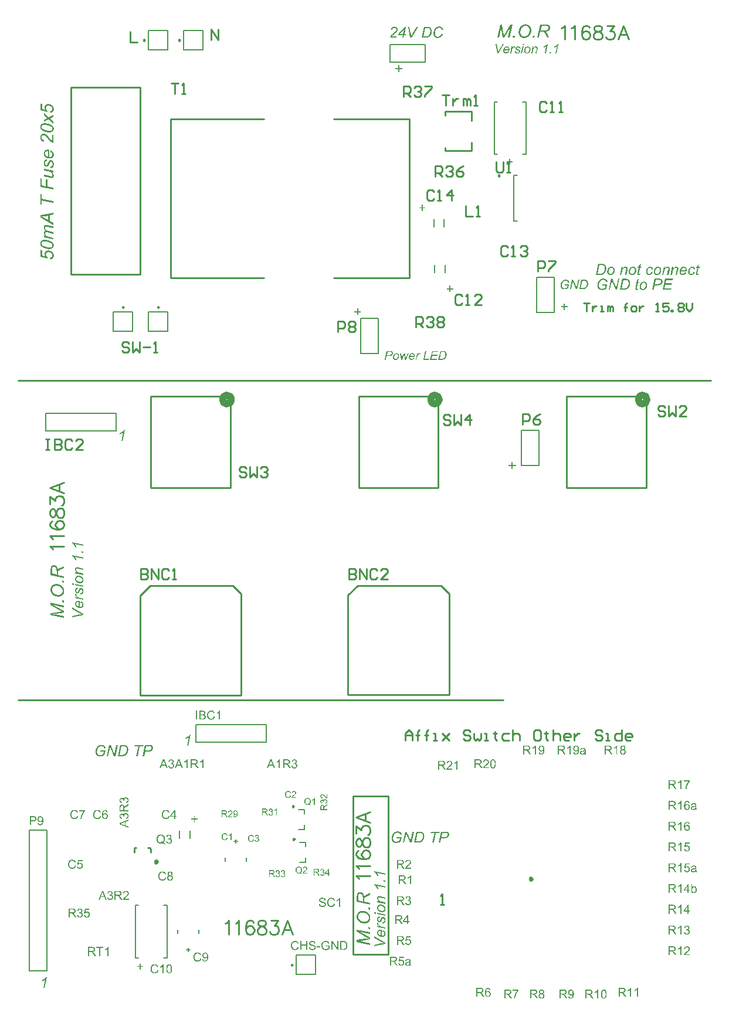
<source format=gto>
G04*
G04 #@! TF.GenerationSoftware,Altium Limited,CircuitStudio,1.5.2 (30)*
G04*
G04 Layer_Color=15065295*
%FSLAX25Y25*%
%MOIN*%
G70*
G01*
G75*
%ADD26C,0.03937*%
%ADD29C,0.01000*%
%ADD52C,0.00984*%
%ADD53C,0.01969*%
%ADD54C,0.00787*%
G36*
X105197Y170534D02*
X105247D01*
X105302Y170530D01*
X105368Y170523D01*
X105433Y170520D01*
X105506Y170509D01*
X105582Y170501D01*
X105735Y170472D01*
X105888Y170432D01*
X105961Y170410D01*
X106026Y170381D01*
X106030D01*
X106041Y170374D01*
X106059Y170367D01*
X106085Y170352D01*
X106114Y170338D01*
X106147Y170316D01*
X106187Y170294D01*
X106227Y170265D01*
X106270Y170236D01*
X106314Y170199D01*
X106358Y170163D01*
X106405Y170119D01*
X106449Y170072D01*
X106492Y170025D01*
X106532Y169970D01*
X106572Y169912D01*
X106576Y169908D01*
X106580Y169897D01*
X106591Y169879D01*
X106605Y169857D01*
X106620Y169828D01*
X106634Y169792D01*
X106653Y169755D01*
X106674Y169711D01*
X106693Y169661D01*
X106711Y169610D01*
X106740Y169497D01*
X106765Y169373D01*
X106769Y169311D01*
X106773Y169246D01*
Y169242D01*
Y169231D01*
Y169213D01*
X106769Y169191D01*
Y169162D01*
X106762Y169129D01*
X106758Y169089D01*
X106751Y169049D01*
X106729Y168954D01*
X106696Y168852D01*
X106678Y168798D01*
X106653Y168747D01*
X106627Y168692D01*
X106594Y168638D01*
X106591Y168634D01*
X106587Y168627D01*
X106576Y168612D01*
X106562Y168590D01*
X106543Y168565D01*
X106521Y168540D01*
X106492Y168507D01*
X106463Y168474D01*
X106427Y168438D01*
X106391Y168401D01*
X106347Y168365D01*
X106299Y168325D01*
X106245Y168285D01*
X106190Y168248D01*
X106132Y168212D01*
X106067Y168179D01*
X106070D01*
X106088Y168172D01*
X106110Y168165D01*
X106143Y168154D01*
X106179Y168139D01*
X106223Y168121D01*
X106274Y168099D01*
X106325Y168070D01*
X106383Y168041D01*
X106441Y168008D01*
X106500Y167972D01*
X106558Y167928D01*
X106613Y167884D01*
X106671Y167833D01*
X106722Y167779D01*
X106769Y167720D01*
X106773Y167717D01*
X106780Y167706D01*
X106791Y167688D01*
X106809Y167662D01*
X106827Y167633D01*
X106849Y167597D01*
X106871Y167553D01*
X106893Y167506D01*
X106915Y167451D01*
X106940Y167393D01*
X106958Y167331D01*
X106976Y167262D01*
X106995Y167193D01*
X107006Y167116D01*
X107013Y167040D01*
X107017Y166960D01*
Y166956D01*
Y166945D01*
Y166923D01*
X107013Y166898D01*
Y166869D01*
X107009Y166832D01*
X107006Y166789D01*
X106998Y166745D01*
X106980Y166643D01*
X106951Y166530D01*
X106915Y166414D01*
X106864Y166297D01*
Y166294D01*
X106856Y166283D01*
X106849Y166268D01*
X106838Y166246D01*
X106824Y166221D01*
X106805Y166192D01*
X106762Y166126D01*
X106707Y166050D01*
X106645Y165973D01*
X106576Y165897D01*
X106496Y165831D01*
X106492D01*
X106485Y165824D01*
X106474Y165817D01*
X106456Y165806D01*
X106434Y165791D01*
X106409Y165777D01*
X106380Y165759D01*
X106347Y165740D01*
X106307Y165718D01*
X106267Y165700D01*
X106172Y165657D01*
X106067Y165620D01*
X105946Y165584D01*
X105943D01*
X105932Y165580D01*
X105914Y165577D01*
X105888Y165569D01*
X105855Y165566D01*
X105815Y165558D01*
X105772Y165551D01*
X105721Y165544D01*
X105666Y165533D01*
X105604Y165525D01*
X105535Y165518D01*
X105466Y165515D01*
X105389Y165507D01*
X105309Y165504D01*
X105222Y165500D01*
X103216D01*
Y170538D01*
X105157D01*
X105197Y170534D01*
D02*
G37*
G36*
X102066Y165500D02*
X101400D01*
Y170538D01*
X102066D01*
Y165500D01*
D02*
G37*
G36*
X345607Y422966D02*
X345657Y422962D01*
X345712Y422953D01*
X345771Y422943D01*
X345834Y422934D01*
X345976Y422898D01*
X346048Y422871D01*
X346121Y422843D01*
X346194Y422807D01*
X346267Y422766D01*
X346330Y422721D01*
X346394Y422666D01*
X346399Y422661D01*
X346408Y422652D01*
X346422Y422634D01*
X346444Y422611D01*
X346467Y422579D01*
X346494Y422543D01*
X346526Y422502D01*
X346553Y422452D01*
X346585Y422398D01*
X346613Y422338D01*
X346640Y422270D01*
X346663Y422197D01*
X346685Y422120D01*
X346699Y422038D01*
X346708Y421947D01*
X346713Y421856D01*
Y421851D01*
Y421842D01*
Y421829D01*
Y421811D01*
X346708Y421783D01*
Y421747D01*
X346704Y421710D01*
X346699Y421665D01*
X346690Y421610D01*
X346685Y421551D01*
X346676Y421488D01*
X346663Y421415D01*
X346649Y421337D01*
X346635Y421251D01*
X346617Y421160D01*
X346594Y421060D01*
X345980Y418307D01*
X345207D01*
X345844Y421192D01*
Y421196D01*
X345848Y421210D01*
X345853Y421233D01*
X345857Y421260D01*
X345866Y421296D01*
X345876Y421337D01*
X345894Y421428D01*
X345907Y421528D01*
X345925Y421633D01*
X345935Y421733D01*
X345939Y421774D01*
Y421815D01*
Y421820D01*
Y421824D01*
X345935Y421851D01*
X345930Y421892D01*
X345921Y421947D01*
X345898Y422006D01*
X345871Y422065D01*
X345834Y422129D01*
X345780Y422184D01*
X345771Y422188D01*
X345753Y422206D01*
X345712Y422229D01*
X345662Y422257D01*
X345598Y422284D01*
X345516Y422306D01*
X345425Y422325D01*
X345316Y422329D01*
X345288D01*
X345257Y422325D01*
X345216D01*
X345161Y422316D01*
X345097Y422306D01*
X345029Y422293D01*
X344952Y422275D01*
X344870Y422252D01*
X344783Y422225D01*
X344697Y422188D01*
X344606Y422147D01*
X344511Y422097D01*
X344415Y422038D01*
X344324Y421974D01*
X344233Y421897D01*
X344228Y421892D01*
X344210Y421879D01*
X344187Y421851D01*
X344156Y421815D01*
X344115Y421765D01*
X344074Y421706D01*
X344024Y421638D01*
X343969Y421551D01*
X343914Y421460D01*
X343855Y421351D01*
X343796Y421228D01*
X343741Y421096D01*
X343682Y420951D01*
X343632Y420791D01*
X343582Y420614D01*
X343537Y420427D01*
X343100Y418307D01*
X342326D01*
X343277Y422871D01*
X343983D01*
X343819Y422075D01*
X343823Y422079D01*
X343842Y422097D01*
X343864Y422120D01*
X343896Y422152D01*
X343937Y422188D01*
X343987Y422234D01*
X344042Y422279D01*
X344101Y422334D01*
X344165Y422388D01*
X344233Y422443D01*
X344383Y422557D01*
X344533Y422661D01*
X344611Y422712D01*
X344688Y422752D01*
X344692Y422757D01*
X344706Y422761D01*
X344729Y422771D01*
X344756Y422789D01*
X344797Y422802D01*
X344838Y422821D01*
X344888Y422843D01*
X344943Y422862D01*
X345002Y422884D01*
X345070Y422903D01*
X345207Y422939D01*
X345361Y422962D01*
X345439Y422966D01*
X345516Y422971D01*
X345571D01*
X345607Y422966D01*
D02*
G37*
G36*
X115094Y165500D02*
X114475D01*
Y169439D01*
X114471Y169435D01*
X114464Y169428D01*
X114453Y169417D01*
X114435Y169402D01*
X114413Y169384D01*
X114384Y169358D01*
X114351Y169333D01*
X114318Y169304D01*
X114275Y169275D01*
X114231Y169238D01*
X114184Y169206D01*
X114133Y169166D01*
X114075Y169129D01*
X114016Y169089D01*
X113885Y169009D01*
X113882Y169005D01*
X113871Y168998D01*
X113849Y168987D01*
X113823Y168976D01*
X113794Y168958D01*
X113758Y168936D01*
X113714Y168914D01*
X113671Y168889D01*
X113569Y168838D01*
X113459Y168787D01*
X113347Y168736D01*
X113237Y168692D01*
Y169289D01*
X113245Y169293D01*
X113259Y169300D01*
X113288Y169315D01*
X113325Y169333D01*
X113368Y169355D01*
X113423Y169384D01*
X113481Y169417D01*
X113543Y169453D01*
X113612Y169497D01*
X113685Y169541D01*
X113838Y169642D01*
X113995Y169755D01*
X114144Y169879D01*
X114147Y169883D01*
X114162Y169894D01*
X114180Y169912D01*
X114206Y169937D01*
X114238Y169970D01*
X114275Y170006D01*
X114315Y170050D01*
X114358Y170094D01*
X114402Y170145D01*
X114450Y170199D01*
X114541Y170312D01*
X114624Y170432D01*
X114661Y170494D01*
X114693Y170556D01*
X115094D01*
Y165500D01*
D02*
G37*
G36*
X164886Y120897D02*
X164922D01*
X164970Y120892D01*
X165025Y120886D01*
X165086Y120878D01*
X165152Y120870D01*
X165224Y120856D01*
X165302Y120839D01*
X165382Y120817D01*
X165463Y120795D01*
X165546Y120764D01*
X165629Y120731D01*
X165712Y120692D01*
X165792Y120648D01*
X165798Y120645D01*
X165812Y120637D01*
X165834Y120623D01*
X165861Y120601D01*
X165897Y120576D01*
X165939Y120546D01*
X165983Y120507D01*
X166033Y120465D01*
X166086Y120418D01*
X166138Y120366D01*
X166194Y120307D01*
X166246Y120244D01*
X166299Y120174D01*
X166352Y120102D01*
X166399Y120025D01*
X166443Y119942D01*
X166446Y119936D01*
X166454Y119922D01*
X166465Y119897D01*
X166479Y119861D01*
X166496Y119820D01*
X166515Y119767D01*
X166534Y119709D01*
X166557Y119643D01*
X166576Y119571D01*
X166595Y119493D01*
X166615Y119407D01*
X166631Y119318D01*
X166648Y119224D01*
X166659Y119127D01*
X166665Y119025D01*
X166667Y118920D01*
Y118914D01*
Y118897D01*
Y118872D01*
X166665Y118839D01*
X166662Y118798D01*
X166659Y118751D01*
X166656Y118695D01*
X166651Y118634D01*
X166643Y118571D01*
X166631Y118504D01*
X166620Y118432D01*
X166606Y118360D01*
X166590Y118285D01*
X166570Y118213D01*
X166548Y118139D01*
X166523Y118067D01*
X166521Y118061D01*
X166518Y118050D01*
X166510Y118030D01*
X166496Y118003D01*
X166482Y117970D01*
X166463Y117933D01*
X166440Y117889D01*
X166415Y117845D01*
X166385Y117795D01*
X166355Y117742D01*
X166319Y117687D01*
X166280Y117632D01*
X166238Y117576D01*
X166191Y117521D01*
X166141Y117465D01*
X166089Y117413D01*
X166091Y117410D01*
X166105Y117402D01*
X166122Y117391D01*
X166149Y117374D01*
X166180Y117352D01*
X166216Y117330D01*
X166258Y117305D01*
X166302Y117277D01*
X166352Y117249D01*
X166402Y117219D01*
X166512Y117158D01*
X166626Y117103D01*
X166684Y117078D01*
X166739Y117055D01*
X166590Y116704D01*
X166584Y116706D01*
X166570Y116712D01*
X166548Y116720D01*
X166518Y116731D01*
X166482Y116748D01*
X166438Y116767D01*
X166388Y116792D01*
X166332Y116817D01*
X166271Y116850D01*
X166208Y116884D01*
X166138Y116922D01*
X166069Y116964D01*
X165994Y117011D01*
X165920Y117061D01*
X165845Y117114D01*
X165767Y117172D01*
X165762Y117169D01*
X165748Y117161D01*
X165726Y117150D01*
X165692Y117136D01*
X165654Y117116D01*
X165604Y117097D01*
X165551Y117075D01*
X165490Y117055D01*
X165424Y117033D01*
X165349Y117011D01*
X165271Y116992D01*
X165191Y116972D01*
X165102Y116958D01*
X165014Y116947D01*
X164922Y116939D01*
X164825Y116936D01*
X164803D01*
X164776Y116939D01*
X164737D01*
X164692Y116945D01*
X164637Y116950D01*
X164579Y116958D01*
X164512Y116967D01*
X164440Y116981D01*
X164366Y116997D01*
X164288Y117017D01*
X164208Y117042D01*
X164125Y117069D01*
X164044Y117103D01*
X163961Y117141D01*
X163881Y117186D01*
X163875Y117188D01*
X163862Y117197D01*
X163839Y117213D01*
X163812Y117233D01*
X163776Y117258D01*
X163734Y117288D01*
X163690Y117327D01*
X163640Y117368D01*
X163587Y117415D01*
X163535Y117468D01*
X163482Y117526D01*
X163427Y117590D01*
X163374Y117659D01*
X163321Y117731D01*
X163271Y117809D01*
X163227Y117892D01*
X163224Y117897D01*
X163219Y117911D01*
X163205Y117939D01*
X163191Y117972D01*
X163174Y118014D01*
X163155Y118067D01*
X163136Y118125D01*
X163114Y118191D01*
X163091Y118263D01*
X163072Y118341D01*
X163053Y118427D01*
X163036Y118515D01*
X163022Y118609D01*
X163011Y118709D01*
X163003Y118812D01*
X163000Y118917D01*
Y118920D01*
Y118922D01*
Y118931D01*
Y118942D01*
Y118956D01*
X163003Y118972D01*
Y119014D01*
X163008Y119061D01*
X163011Y119119D01*
X163019Y119185D01*
X163028Y119257D01*
X163042Y119335D01*
X163055Y119418D01*
X163075Y119501D01*
X163097Y119590D01*
X163125Y119679D01*
X163155Y119770D01*
X163188Y119859D01*
X163230Y119947D01*
X163233Y119953D01*
X163241Y119967D01*
X163255Y119992D01*
X163271Y120025D01*
X163296Y120064D01*
X163324Y120108D01*
X163360Y120158D01*
X163399Y120210D01*
X163443Y120266D01*
X163490Y120324D01*
X163543Y120385D01*
X163604Y120443D01*
X163665Y120501D01*
X163734Y120557D01*
X163806Y120609D01*
X163884Y120656D01*
X163889Y120659D01*
X163903Y120668D01*
X163925Y120679D01*
X163958Y120695D01*
X164000Y120712D01*
X164047Y120734D01*
X164100Y120756D01*
X164163Y120778D01*
X164230Y120800D01*
X164302Y120823D01*
X164382Y120845D01*
X164465Y120861D01*
X164551Y120878D01*
X164643Y120889D01*
X164737Y120897D01*
X164834Y120900D01*
X164859D01*
X164886Y120897D01*
D02*
G37*
G36*
X374459Y422966D02*
X374509Y422962D01*
X374563Y422953D01*
X374622Y422943D01*
X374686Y422934D01*
X374827Y422898D01*
X374900Y422871D01*
X374973Y422843D01*
X375045Y422807D01*
X375118Y422766D01*
X375182Y422721D01*
X375246Y422666D01*
X375250Y422661D01*
X375259Y422652D01*
X375273Y422634D01*
X375296Y422611D01*
X375319Y422579D01*
X375346Y422543D01*
X375378Y422502D01*
X375405Y422452D01*
X375437Y422398D01*
X375464Y422338D01*
X375491Y422270D01*
X375514Y422197D01*
X375537Y422120D01*
X375551Y422038D01*
X375560Y421947D01*
X375564Y421856D01*
Y421851D01*
Y421842D01*
Y421829D01*
Y421811D01*
X375560Y421783D01*
Y421747D01*
X375555Y421710D01*
X375551Y421665D01*
X375541Y421610D01*
X375537Y421551D01*
X375528Y421488D01*
X375514Y421415D01*
X375500Y421337D01*
X375487Y421251D01*
X375469Y421160D01*
X375446Y421060D01*
X374832Y418307D01*
X374058D01*
X374695Y421192D01*
Y421196D01*
X374700Y421210D01*
X374704Y421233D01*
X374709Y421260D01*
X374718Y421296D01*
X374727Y421337D01*
X374745Y421428D01*
X374759Y421528D01*
X374777Y421633D01*
X374786Y421733D01*
X374791Y421774D01*
Y421815D01*
Y421820D01*
Y421824D01*
X374786Y421851D01*
X374782Y421892D01*
X374773Y421947D01*
X374750Y422006D01*
X374723Y422065D01*
X374686Y422129D01*
X374632Y422184D01*
X374622Y422188D01*
X374604Y422206D01*
X374563Y422229D01*
X374513Y422257D01*
X374449Y422284D01*
X374368Y422306D01*
X374277Y422325D01*
X374167Y422329D01*
X374140D01*
X374108Y422325D01*
X374067D01*
X374013Y422316D01*
X373949Y422306D01*
X373881Y422293D01*
X373803Y422275D01*
X373722Y422252D01*
X373635Y422225D01*
X373549Y422188D01*
X373458Y422147D01*
X373362Y422097D01*
X373267Y422038D01*
X373176Y421974D01*
X373084Y421897D01*
X373080Y421892D01*
X373062Y421879D01*
X373039Y421851D01*
X373007Y421815D01*
X372966Y421765D01*
X372925Y421706D01*
X372875Y421638D01*
X372821Y421551D01*
X372766Y421460D01*
X372707Y421351D01*
X372648Y421228D01*
X372593Y421096D01*
X372534Y420951D01*
X372484Y420791D01*
X372434Y420614D01*
X372388Y420427D01*
X371952Y418307D01*
X371178D01*
X372129Y422871D01*
X372834D01*
X372670Y422075D01*
X372675Y422079D01*
X372693Y422097D01*
X372716Y422120D01*
X372748Y422152D01*
X372789Y422188D01*
X372839Y422234D01*
X372893Y422279D01*
X372953Y422334D01*
X373016Y422388D01*
X373084Y422443D01*
X373235Y422557D01*
X373385Y422661D01*
X373462Y422712D01*
X373539Y422752D01*
X373544Y422757D01*
X373558Y422761D01*
X373580Y422771D01*
X373608Y422789D01*
X373649Y422802D01*
X373690Y422821D01*
X373740Y422843D01*
X373794Y422862D01*
X373853Y422884D01*
X373922Y422903D01*
X374058Y422939D01*
X374213Y422962D01*
X374290Y422966D01*
X374368Y422971D01*
X374422D01*
X374459Y422966D01*
D02*
G37*
G36*
X369567D02*
X369617Y422962D01*
X369672Y422953D01*
X369731Y422943D01*
X369795Y422934D01*
X369936Y422898D01*
X370009Y422871D01*
X370081Y422843D01*
X370154Y422807D01*
X370227Y422766D01*
X370291Y422721D01*
X370355Y422666D01*
X370359Y422661D01*
X370368Y422652D01*
X370382Y422634D01*
X370405Y422611D01*
X370427Y422579D01*
X370455Y422543D01*
X370486Y422502D01*
X370514Y422452D01*
X370546Y422398D01*
X370573Y422338D01*
X370600Y422270D01*
X370623Y422197D01*
X370646Y422120D01*
X370659Y422038D01*
X370668Y421947D01*
X370673Y421856D01*
Y421851D01*
Y421842D01*
Y421829D01*
Y421811D01*
X370668Y421783D01*
Y421747D01*
X370664Y421710D01*
X370659Y421665D01*
X370650Y421610D01*
X370646Y421551D01*
X370637Y421488D01*
X370623Y421415D01*
X370609Y421337D01*
X370596Y421251D01*
X370577Y421160D01*
X370555Y421060D01*
X369940Y418307D01*
X369167D01*
X369804Y421192D01*
Y421196D01*
X369809Y421210D01*
X369813Y421233D01*
X369818Y421260D01*
X369827Y421296D01*
X369836Y421337D01*
X369854Y421428D01*
X369868Y421528D01*
X369886Y421633D01*
X369895Y421733D01*
X369900Y421774D01*
Y421815D01*
Y421820D01*
Y421824D01*
X369895Y421851D01*
X369890Y421892D01*
X369881Y421947D01*
X369859Y422006D01*
X369831Y422065D01*
X369795Y422129D01*
X369740Y422184D01*
X369731Y422188D01*
X369713Y422206D01*
X369672Y422229D01*
X369622Y422257D01*
X369558Y422284D01*
X369476Y422306D01*
X369385Y422325D01*
X369276Y422329D01*
X369249D01*
X369217Y422325D01*
X369176D01*
X369121Y422316D01*
X369058Y422306D01*
X368989Y422293D01*
X368912Y422275D01*
X368830Y422252D01*
X368744Y422225D01*
X368657Y422188D01*
X368566Y422147D01*
X368471Y422097D01*
X368375Y422038D01*
X368284Y421974D01*
X368193Y421897D01*
X368189Y421892D01*
X368170Y421879D01*
X368148Y421851D01*
X368116Y421815D01*
X368075Y421765D01*
X368034Y421706D01*
X367984Y421638D01*
X367929Y421551D01*
X367875Y421460D01*
X367816Y421351D01*
X367756Y421228D01*
X367702Y421096D01*
X367643Y420951D01*
X367593Y420791D01*
X367543Y420614D01*
X367497Y420427D01*
X367060Y418307D01*
X366287D01*
X367238Y422871D01*
X367943D01*
X367779Y422075D01*
X367784Y422079D01*
X367802Y422097D01*
X367825Y422120D01*
X367857Y422152D01*
X367898Y422188D01*
X367948Y422234D01*
X368002Y422279D01*
X368061Y422334D01*
X368125Y422388D01*
X368193Y422443D01*
X368343Y422557D01*
X368494Y422661D01*
X368571Y422712D01*
X368648Y422752D01*
X368653Y422757D01*
X368666Y422761D01*
X368689Y422771D01*
X368717Y422789D01*
X368757Y422802D01*
X368798Y422821D01*
X368848Y422843D01*
X368903Y422862D01*
X368962Y422884D01*
X369030Y422903D01*
X369167Y422939D01*
X369322Y422962D01*
X369399Y422966D01*
X369476Y422971D01*
X369531D01*
X369567Y422966D01*
D02*
G37*
G36*
X168931Y117000D02*
X168460D01*
Y119997D01*
X168457Y119994D01*
X168451Y119989D01*
X168443Y119981D01*
X168429Y119969D01*
X168413Y119956D01*
X168390Y119936D01*
X168366Y119917D01*
X168341Y119895D01*
X168307Y119872D01*
X168274Y119845D01*
X168238Y119820D01*
X168199Y119789D01*
X168155Y119762D01*
X168111Y119731D01*
X168011Y119670D01*
X168008Y119667D01*
X168000Y119662D01*
X167983Y119654D01*
X167964Y119645D01*
X167942Y119632D01*
X167914Y119615D01*
X167881Y119598D01*
X167848Y119579D01*
X167770Y119540D01*
X167687Y119501D01*
X167601Y119463D01*
X167518Y119429D01*
Y119884D01*
X167523Y119886D01*
X167534Y119892D01*
X167557Y119903D01*
X167584Y119917D01*
X167618Y119933D01*
X167659Y119956D01*
X167703Y119981D01*
X167751Y120008D01*
X167803Y120042D01*
X167859Y120075D01*
X167975Y120152D01*
X168094Y120238D01*
X168208Y120332D01*
X168210Y120335D01*
X168221Y120343D01*
X168235Y120357D01*
X168255Y120377D01*
X168280Y120402D01*
X168307Y120429D01*
X168338Y120463D01*
X168371Y120496D01*
X168404Y120535D01*
X168440Y120576D01*
X168509Y120662D01*
X168573Y120753D01*
X168601Y120800D01*
X168626Y120847D01*
X168931D01*
Y117000D01*
D02*
G37*
G36*
X383641Y422966D02*
X383691D01*
X383750Y422957D01*
X383822Y422948D01*
X383904Y422934D01*
X383991Y422921D01*
X384082Y422898D01*
X384177Y422871D01*
X384273Y422834D01*
X384368Y422793D01*
X384469Y422748D01*
X384560Y422689D01*
X384651Y422625D01*
X384733Y422552D01*
X384737Y422548D01*
X384751Y422534D01*
X384773Y422511D01*
X384801Y422475D01*
X384833Y422434D01*
X384869Y422384D01*
X384910Y422329D01*
X384951Y422261D01*
X384987Y422188D01*
X385028Y422102D01*
X385065Y422015D01*
X385097Y421915D01*
X385124Y421815D01*
X385146Y421701D01*
X385160Y421583D01*
X385165Y421460D01*
X384400Y421410D01*
Y421415D01*
Y421428D01*
Y421451D01*
X384396Y421483D01*
X384391Y421515D01*
X384387Y421560D01*
X384378Y421606D01*
X384368Y421656D01*
X384337Y421761D01*
X384291Y421874D01*
X384264Y421929D01*
X384227Y421983D01*
X384191Y422034D01*
X384145Y422084D01*
X384141Y422088D01*
X384136Y422093D01*
X384118Y422106D01*
X384100Y422120D01*
X384077Y422143D01*
X384045Y422161D01*
X384014Y422184D01*
X383973Y422206D01*
X383927Y422229D01*
X383877Y422252D01*
X383768Y422293D01*
X383641Y422320D01*
X383568Y422325D01*
X383495Y422329D01*
X383449D01*
X383418Y422325D01*
X383377Y422320D01*
X383327Y422316D01*
X383277Y422306D01*
X383217Y422293D01*
X383090Y422257D01*
X383022Y422234D01*
X382953Y422202D01*
X382885Y422170D01*
X382817Y422129D01*
X382749Y422084D01*
X382680Y422029D01*
X382676Y422024D01*
X382667Y422015D01*
X382649Y421997D01*
X382626Y421974D01*
X382594Y421943D01*
X382562Y421902D01*
X382526Y421856D01*
X382485Y421806D01*
X382444Y421747D01*
X382398Y421679D01*
X382353Y421606D01*
X382312Y421524D01*
X382266Y421438D01*
X382221Y421342D01*
X382180Y421237D01*
X382143Y421128D01*
Y421124D01*
X382134Y421101D01*
X382125Y421069D01*
X382112Y421028D01*
X382098Y420973D01*
X382084Y420910D01*
X382066Y420837D01*
X382048Y420759D01*
X382030Y420673D01*
X382012Y420582D01*
X381998Y420486D01*
X381984Y420386D01*
X381961Y420182D01*
X381952Y419972D01*
Y419968D01*
Y419945D01*
Y419918D01*
X381957Y419877D01*
X381961Y419827D01*
X381966Y419772D01*
X381975Y419713D01*
X381984Y419645D01*
X382016Y419504D01*
X382062Y419358D01*
X382089Y419290D01*
X382125Y419222D01*
X382162Y419158D01*
X382207Y419099D01*
X382212Y419094D01*
X382221Y419085D01*
X382235Y419071D01*
X382253Y419053D01*
X382280Y419031D01*
X382307Y419008D01*
X382344Y418981D01*
X382385Y418953D01*
X382476Y418899D01*
X382585Y418853D01*
X382644Y418835D01*
X382708Y418821D01*
X382776Y418812D01*
X382844Y418808D01*
X382881D01*
X382908Y418812D01*
X382940Y418817D01*
X382981Y418821D01*
X383026Y418830D01*
X383076Y418844D01*
X383186Y418876D01*
X383245Y418903D01*
X383304Y418930D01*
X383367Y418962D01*
X383431Y418999D01*
X383499Y419044D01*
X383563Y419094D01*
X383568Y419099D01*
X383577Y419108D01*
X383595Y419126D01*
X383622Y419149D01*
X383650Y419181D01*
X383681Y419217D01*
X383722Y419263D01*
X383763Y419313D01*
X383804Y419372D01*
X383850Y419436D01*
X383895Y419508D01*
X383941Y419586D01*
X383986Y419672D01*
X384027Y419763D01*
X384068Y419863D01*
X384109Y419972D01*
X384892Y419890D01*
Y419886D01*
X384887Y419881D01*
X384878Y419854D01*
X384860Y419809D01*
X384837Y419749D01*
X384805Y419681D01*
X384769Y419599D01*
X384728Y419508D01*
X384678Y419413D01*
X384619Y419308D01*
X384560Y419203D01*
X384487Y419099D01*
X384414Y418994D01*
X384332Y418894D01*
X384246Y418794D01*
X384155Y418703D01*
X384054Y418621D01*
X384050Y418616D01*
X384032Y418603D01*
X384000Y418585D01*
X383959Y418557D01*
X383909Y418526D01*
X383850Y418489D01*
X383777Y418453D01*
X383700Y418416D01*
X383613Y418375D01*
X383522Y418339D01*
X383418Y418302D01*
X383313Y418271D01*
X383199Y418243D01*
X383081Y418225D01*
X382958Y418212D01*
X382831Y418207D01*
X382799D01*
X382758Y418212D01*
X382708Y418216D01*
X382644Y418221D01*
X382571Y418234D01*
X382489Y418248D01*
X382403Y418266D01*
X382307Y418293D01*
X382212Y418325D01*
X382112Y418362D01*
X382007Y418407D01*
X381907Y418462D01*
X381811Y418526D01*
X381716Y418603D01*
X381625Y418685D01*
X381620Y418689D01*
X381607Y418708D01*
X381584Y418735D01*
X381552Y418776D01*
X381520Y418821D01*
X381479Y418885D01*
X381438Y418953D01*
X381397Y419035D01*
X381352Y419126D01*
X381311Y419226D01*
X381270Y419335D01*
X381238Y419454D01*
X381206Y419586D01*
X381184Y419722D01*
X381170Y419872D01*
X381165Y420027D01*
Y420036D01*
Y420059D01*
Y420100D01*
X381170Y420154D01*
X381174Y420223D01*
X381179Y420304D01*
X381188Y420391D01*
X381202Y420491D01*
X381220Y420600D01*
X381238Y420714D01*
X381261Y420837D01*
X381288Y420964D01*
X381325Y421096D01*
X381365Y421228D01*
X381411Y421360D01*
X381461Y421497D01*
X381466Y421506D01*
X381475Y421528D01*
X381493Y421565D01*
X381516Y421615D01*
X381547Y421674D01*
X381584Y421742D01*
X381629Y421820D01*
X381679Y421902D01*
X381734Y421993D01*
X381798Y422079D01*
X381866Y422170D01*
X381943Y422261D01*
X382025Y422352D01*
X382112Y422438D01*
X382207Y422520D01*
X382307Y422593D01*
X382312Y422598D01*
X382335Y422611D01*
X382362Y422630D01*
X382403Y422652D01*
X382457Y422680D01*
X382521Y422712D01*
X382589Y422748D01*
X382671Y422784D01*
X382762Y422816D01*
X382858Y422853D01*
X382962Y422884D01*
X383072Y422912D01*
X383190Y422934D01*
X383308Y422953D01*
X383436Y422966D01*
X383568Y422971D01*
X383599D01*
X383641Y422966D01*
D02*
G37*
G36*
X106690Y33005D02*
X106734Y33001D01*
X106785Y32994D01*
X106840Y32987D01*
X106901Y32976D01*
X106971Y32961D01*
X107040Y32943D01*
X107116Y32921D01*
X107193Y32896D01*
X107269Y32867D01*
X107349Y32830D01*
X107426Y32790D01*
X107502Y32743D01*
X107506Y32739D01*
X107520Y32732D01*
X107542Y32714D01*
X107568Y32696D01*
X107604Y32667D01*
X107644Y32634D01*
X107684Y32594D01*
X107731Y32550D01*
X107782Y32499D01*
X107833Y32441D01*
X107884Y32379D01*
X107935Y32310D01*
X107986Y32237D01*
X108034Y32161D01*
X108081Y32077D01*
X108121Y31986D01*
X108124Y31979D01*
X108132Y31964D01*
X108139Y31935D01*
X108154Y31895D01*
X108172Y31844D01*
X108190Y31782D01*
X108208Y31709D01*
X108230Y31626D01*
X108248Y31531D01*
X108266Y31425D01*
X108285Y31313D01*
X108303Y31185D01*
X108317Y31047D01*
X108325Y30901D01*
X108332Y30741D01*
X108336Y30574D01*
Y30570D01*
Y30563D01*
Y30548D01*
Y30530D01*
Y30508D01*
Y30483D01*
X108332Y30450D01*
Y30413D01*
Y30373D01*
X108328Y30333D01*
X108325Y30239D01*
X108317Y30133D01*
X108310Y30020D01*
X108299Y29900D01*
X108285Y29776D01*
X108266Y29645D01*
X108248Y29518D01*
X108223Y29391D01*
X108194Y29267D01*
X108161Y29150D01*
X108124Y29037D01*
X108121Y29030D01*
X108114Y29012D01*
X108103Y28983D01*
X108084Y28943D01*
X108063Y28896D01*
X108037Y28841D01*
X108004Y28779D01*
X107968Y28714D01*
X107924Y28644D01*
X107881Y28575D01*
X107826Y28502D01*
X107771Y28430D01*
X107710Y28360D01*
X107644Y28291D01*
X107575Y28226D01*
X107498Y28168D01*
X107495Y28164D01*
X107480Y28157D01*
X107458Y28138D01*
X107426Y28120D01*
X107386Y28098D01*
X107338Y28073D01*
X107284Y28047D01*
X107222Y28018D01*
X107156Y27989D01*
X107080Y27964D01*
X107003Y27938D01*
X106916Y27916D01*
X106825Y27898D01*
X106730Y27884D01*
X106632Y27873D01*
X106530Y27869D01*
X106505D01*
X106472Y27873D01*
X106432D01*
X106381Y27880D01*
X106323Y27887D01*
X106257Y27898D01*
X106188Y27909D01*
X106112Y27927D01*
X106032Y27949D01*
X105951Y27975D01*
X105871Y28007D01*
X105791Y28044D01*
X105711Y28087D01*
X105635Y28138D01*
X105562Y28197D01*
X105558Y28200D01*
X105547Y28211D01*
X105526Y28229D01*
X105504Y28258D01*
X105475Y28291D01*
X105438Y28331D01*
X105402Y28379D01*
X105365Y28437D01*
X105325Y28499D01*
X105289Y28568D01*
X105249Y28641D01*
X105216Y28724D01*
X105183Y28815D01*
X105154Y28910D01*
X105132Y29012D01*
X105114Y29121D01*
X105708Y29176D01*
Y29172D01*
X105711Y29158D01*
X105715Y29136D01*
X105722Y29107D01*
X105729Y29074D01*
X105740Y29034D01*
X105755Y28986D01*
X105769Y28943D01*
X105809Y28841D01*
X105860Y28739D01*
X105922Y28644D01*
X105955Y28601D01*
X105995Y28564D01*
X105999Y28561D01*
X106006Y28557D01*
X106017Y28546D01*
X106035Y28535D01*
X106053Y28521D01*
X106079Y28506D01*
X106112Y28488D01*
X106144Y28473D01*
X106181Y28455D01*
X106224Y28437D01*
X106315Y28408D01*
X106421Y28386D01*
X106479Y28382D01*
X106541Y28379D01*
X106570D01*
X106588Y28382D01*
X106614D01*
X106643Y28386D01*
X106712Y28393D01*
X106789Y28411D01*
X106876Y28433D01*
X106960Y28462D01*
X107043Y28506D01*
X107047D01*
X107054Y28513D01*
X107065Y28521D01*
X107080Y28532D01*
X107120Y28561D01*
X107167Y28601D01*
X107222Y28648D01*
X107280Y28710D01*
X107338Y28779D01*
X107393Y28855D01*
Y28859D01*
X107400Y28866D01*
X107407Y28877D01*
X107415Y28896D01*
X107429Y28917D01*
X107440Y28943D01*
X107458Y28976D01*
X107473Y29012D01*
X107491Y29052D01*
X107509Y29096D01*
X107527Y29143D01*
X107549Y29194D01*
X107568Y29252D01*
X107586Y29311D01*
X107604Y29376D01*
X107622Y29441D01*
Y29445D01*
X107626Y29460D01*
X107629Y29478D01*
X107637Y29507D01*
X107644Y29540D01*
X107651Y29580D01*
X107662Y29623D01*
X107669Y29675D01*
X107677Y29729D01*
X107688Y29791D01*
X107702Y29918D01*
X107713Y30057D01*
X107717Y30199D01*
Y30202D01*
Y30206D01*
Y30217D01*
Y30228D01*
Y30246D01*
Y30268D01*
Y30293D01*
Y30322D01*
X107713Y30319D01*
X107710Y30308D01*
X107699Y30293D01*
X107684Y30271D01*
X107662Y30246D01*
X107640Y30217D01*
X107615Y30184D01*
X107582Y30151D01*
X107549Y30111D01*
X107509Y30075D01*
X107469Y30035D01*
X107422Y29995D01*
X107324Y29915D01*
X107207Y29842D01*
X107204Y29838D01*
X107193Y29835D01*
X107174Y29824D01*
X107153Y29813D01*
X107120Y29798D01*
X107087Y29784D01*
X107047Y29769D01*
X107000Y29751D01*
X106949Y29733D01*
X106898Y29718D01*
X106778Y29689D01*
X106650Y29667D01*
X106581Y29664D01*
X106512Y29660D01*
X106483D01*
X106450Y29664D01*
X106406Y29667D01*
X106355Y29675D01*
X106290Y29685D01*
X106221Y29696D01*
X106144Y29718D01*
X106064Y29740D01*
X105977Y29769D01*
X105889Y29805D01*
X105802Y29849D01*
X105711Y29904D01*
X105624Y29962D01*
X105536Y30031D01*
X105453Y30111D01*
X105449Y30115D01*
X105435Y30133D01*
X105413Y30159D01*
X105387Y30195D01*
X105354Y30239D01*
X105318Y30293D01*
X105278Y30359D01*
X105238Y30432D01*
X105198Y30512D01*
X105158Y30603D01*
X105122Y30701D01*
X105089Y30806D01*
X105063Y30919D01*
X105041Y31043D01*
X105027Y31170D01*
X105023Y31305D01*
Y31309D01*
Y31313D01*
Y31323D01*
Y31338D01*
X105027Y31356D01*
Y31378D01*
X105031Y31433D01*
X105038Y31498D01*
X105049Y31575D01*
X105060Y31658D01*
X105081Y31749D01*
X105103Y31844D01*
X105132Y31946D01*
X105169Y32048D01*
X105212Y32150D01*
X105267Y32252D01*
X105325Y32353D01*
X105394Y32448D01*
X105475Y32539D01*
X105478Y32543D01*
X105496Y32561D01*
X105522Y32583D01*
X105555Y32612D01*
X105598Y32648D01*
X105653Y32688D01*
X105715Y32732D01*
X105784Y32776D01*
X105864Y32819D01*
X105948Y32860D01*
X106042Y32899D01*
X106144Y32936D01*
X106250Y32965D01*
X106363Y32987D01*
X106483Y33005D01*
X106607Y33009D01*
X106654D01*
X106690Y33005D01*
D02*
G37*
G36*
X78040Y26381D02*
X78095Y26378D01*
X78160Y26374D01*
X78233Y26363D01*
X78317Y26352D01*
X78412Y26338D01*
X78510Y26316D01*
X78612Y26290D01*
X78717Y26261D01*
X78823Y26221D01*
X78928Y26177D01*
X79038Y26127D01*
X79140Y26068D01*
X79238Y25999D01*
X79245Y25995D01*
X79260Y25981D01*
X79289Y25959D01*
X79322Y25926D01*
X79365Y25890D01*
X79413Y25839D01*
X79463Y25784D01*
X79522Y25719D01*
X79580Y25646D01*
X79642Y25566D01*
X79700Y25475D01*
X79758Y25380D01*
X79817Y25275D01*
X79868Y25162D01*
X79918Y25042D01*
X79959Y24914D01*
X79303Y24761D01*
X79300Y24769D01*
X79296Y24787D01*
X79285Y24813D01*
X79271Y24852D01*
X79252Y24896D01*
X79231Y24947D01*
X79201Y25005D01*
X79172Y25067D01*
X79140Y25133D01*
X79100Y25198D01*
X79059Y25264D01*
X79012Y25333D01*
X78961Y25395D01*
X78910Y25457D01*
X78852Y25511D01*
X78790Y25562D01*
X78786Y25566D01*
X78776Y25573D01*
X78757Y25584D01*
X78732Y25602D01*
X78699Y25621D01*
X78659Y25642D01*
X78612Y25664D01*
X78561Y25690D01*
X78503Y25712D01*
X78441Y25733D01*
X78372Y25755D01*
X78299Y25773D01*
X78219Y25792D01*
X78135Y25803D01*
X78048Y25810D01*
X77953Y25813D01*
X77898D01*
X77858Y25810D01*
X77807Y25806D01*
X77749Y25799D01*
X77684Y25792D01*
X77614Y25777D01*
X77538Y25763D01*
X77461Y25744D01*
X77381Y25723D01*
X77298Y25697D01*
X77218Y25664D01*
X77138Y25624D01*
X77057Y25584D01*
X76981Y25533D01*
X76977Y25530D01*
X76963Y25522D01*
X76945Y25504D01*
X76919Y25482D01*
X76886Y25453D01*
X76850Y25420D01*
X76810Y25380D01*
X76766Y25337D01*
X76723Y25286D01*
X76675Y25231D01*
X76632Y25169D01*
X76588Y25100D01*
X76544Y25031D01*
X76504Y24954D01*
X76468Y24874D01*
X76435Y24787D01*
Y24783D01*
X76428Y24765D01*
X76420Y24740D01*
X76410Y24707D01*
X76399Y24663D01*
X76384Y24612D01*
X76373Y24554D01*
X76359Y24488D01*
X76344Y24419D01*
X76329Y24343D01*
X76315Y24263D01*
X76304Y24179D01*
X76286Y24004D01*
X76282Y23913D01*
X76279Y23819D01*
Y23811D01*
Y23790D01*
Y23757D01*
X76282Y23710D01*
X76286Y23655D01*
X76289Y23589D01*
X76293Y23517D01*
X76300Y23440D01*
X76311Y23353D01*
X76322Y23262D01*
X76359Y23076D01*
X76377Y22978D01*
X76402Y22883D01*
X76431Y22789D01*
X76464Y22698D01*
X76468Y22694D01*
X76471Y22676D01*
X76482Y22654D01*
X76500Y22621D01*
X76519Y22581D01*
X76544Y22534D01*
X76573Y22483D01*
X76606Y22428D01*
X76646Y22374D01*
X76690Y22315D01*
X76737Y22254D01*
X76788Y22195D01*
X76846Y22137D01*
X76908Y22083D01*
X76974Y22031D01*
X77047Y21984D01*
X77050Y21981D01*
X77065Y21973D01*
X77087Y21962D01*
X77116Y21948D01*
X77152Y21930D01*
X77196Y21908D01*
X77247Y21890D01*
X77301Y21868D01*
X77363Y21842D01*
X77429Y21824D01*
X77501Y21802D01*
X77574Y21784D01*
X77654Y21769D01*
X77735Y21758D01*
X77818Y21751D01*
X77902Y21748D01*
X77927D01*
X77957Y21751D01*
X77997D01*
X78044Y21758D01*
X78098Y21766D01*
X78164Y21773D01*
X78229Y21788D01*
X78302Y21806D01*
X78379Y21828D01*
X78459Y21853D01*
X78539Y21882D01*
X78619Y21919D01*
X78699Y21962D01*
X78776Y22013D01*
X78852Y22068D01*
X78856Y22072D01*
X78870Y22083D01*
X78888Y22101D01*
X78914Y22130D01*
X78947Y22163D01*
X78983Y22203D01*
X79023Y22254D01*
X79063Y22308D01*
X79107Y22374D01*
X79150Y22443D01*
X79198Y22523D01*
X79238Y22610D01*
X79282Y22701D01*
X79318Y22803D01*
X79351Y22909D01*
X79380Y23025D01*
X80046Y22858D01*
Y22854D01*
X80042Y22847D01*
X80039Y22836D01*
X80035Y22821D01*
X80031Y22803D01*
X80024Y22778D01*
X80006Y22723D01*
X79980Y22654D01*
X79951Y22578D01*
X79915Y22490D01*
X79871Y22396D01*
X79824Y22294D01*
X79769Y22192D01*
X79707Y22090D01*
X79638Y21984D01*
X79562Y21882D01*
X79478Y21784D01*
X79387Y21693D01*
X79289Y21606D01*
X79282Y21602D01*
X79263Y21587D01*
X79234Y21566D01*
X79190Y21540D01*
X79140Y21507D01*
X79074Y21471D01*
X79001Y21431D01*
X78917Y21391D01*
X78826Y21351D01*
X78725Y21311D01*
X78615Y21274D01*
X78499Y21242D01*
X78372Y21216D01*
X78241Y21194D01*
X78102Y21180D01*
X77957Y21176D01*
X77902D01*
X77877Y21180D01*
X77822D01*
X77753Y21187D01*
X77673Y21194D01*
X77582Y21205D01*
X77487Y21216D01*
X77381Y21234D01*
X77276Y21256D01*
X77163Y21285D01*
X77054Y21314D01*
X76945Y21354D01*
X76835Y21398D01*
X76730Y21449D01*
X76632Y21507D01*
X76624Y21511D01*
X76610Y21522D01*
X76584Y21544D01*
X76548Y21569D01*
X76504Y21602D01*
X76457Y21646D01*
X76402Y21693D01*
X76344Y21751D01*
X76282Y21817D01*
X76220Y21886D01*
X76155Y21966D01*
X76089Y22050D01*
X76027Y22144D01*
X75965Y22243D01*
X75907Y22352D01*
X75856Y22465D01*
Y22468D01*
X75853Y22472D01*
X75845Y22494D01*
X75831Y22527D01*
X75816Y22574D01*
X75794Y22632D01*
X75773Y22701D01*
X75747Y22781D01*
X75725Y22869D01*
X75700Y22967D01*
X75674Y23073D01*
X75652Y23182D01*
X75631Y23302D01*
X75616Y23422D01*
X75602Y23549D01*
X75594Y23680D01*
X75590Y23815D01*
Y23819D01*
Y23826D01*
Y23837D01*
Y23852D01*
Y23870D01*
X75594Y23892D01*
Y23946D01*
X75602Y24015D01*
X75605Y24095D01*
X75616Y24186D01*
X75627Y24285D01*
X75645Y24387D01*
X75663Y24496D01*
X75689Y24612D01*
X75718Y24729D01*
X75751Y24845D01*
X75791Y24962D01*
X75838Y25075D01*
X75889Y25187D01*
X75893Y25195D01*
X75904Y25213D01*
X75922Y25242D01*
X75944Y25286D01*
X75976Y25333D01*
X76013Y25388D01*
X76060Y25453D01*
X76111Y25519D01*
X76166Y25588D01*
X76231Y25664D01*
X76300Y25737D01*
X76377Y25810D01*
X76460Y25883D01*
X76548Y25952D01*
X76643Y26017D01*
X76744Y26079D01*
X76752Y26083D01*
X76770Y26094D01*
X76799Y26108D01*
X76843Y26127D01*
X76894Y26152D01*
X76956Y26177D01*
X77028Y26203D01*
X77105Y26232D01*
X77192Y26261D01*
X77287Y26287D01*
X77389Y26316D01*
X77494Y26338D01*
X77607Y26356D01*
X77724Y26370D01*
X77844Y26381D01*
X77968Y26385D01*
X78018D01*
X78040Y26381D01*
D02*
G37*
G36*
X86727Y79052D02*
X86774Y79049D01*
X86829Y79045D01*
X86894Y79034D01*
X86967Y79023D01*
X87043Y79009D01*
X87127Y78987D01*
X87214Y78961D01*
X87302Y78932D01*
X87389Y78892D01*
X87477Y78848D01*
X87564Y78798D01*
X87648Y78739D01*
X87724Y78670D01*
X87728Y78667D01*
X87742Y78652D01*
X87761Y78630D01*
X87786Y78601D01*
X87819Y78565D01*
X87852Y78521D01*
X87888Y78470D01*
X87928Y78412D01*
X87964Y78346D01*
X88001Y78273D01*
X88033Y78197D01*
X88066Y78117D01*
X88092Y78030D01*
X88110Y77935D01*
X88125Y77840D01*
X88128Y77738D01*
Y77735D01*
Y77724D01*
Y77706D01*
X88125Y77680D01*
X88121Y77651D01*
X88117Y77614D01*
X88114Y77574D01*
X88106Y77531D01*
X88084Y77436D01*
X88052Y77334D01*
X88030Y77283D01*
X88004Y77232D01*
X87975Y77181D01*
X87942Y77130D01*
X87939Y77127D01*
X87935Y77119D01*
X87924Y77105D01*
X87906Y77087D01*
X87888Y77065D01*
X87862Y77043D01*
X87837Y77014D01*
X87804Y76985D01*
X87764Y76952D01*
X87724Y76919D01*
X87677Y76886D01*
X87629Y76854D01*
X87571Y76821D01*
X87513Y76788D01*
X87451Y76759D01*
X87382Y76730D01*
X87386D01*
X87404Y76723D01*
X87426Y76715D01*
X87458Y76701D01*
X87498Y76686D01*
X87542Y76665D01*
X87593Y76643D01*
X87644Y76613D01*
X87702Y76581D01*
X87761Y76544D01*
X87819Y76504D01*
X87877Y76461D01*
X87935Y76413D01*
X87990Y76359D01*
X88044Y76304D01*
X88092Y76242D01*
X88095Y76239D01*
X88103Y76228D01*
X88114Y76209D01*
X88132Y76184D01*
X88150Y76151D01*
X88168Y76111D01*
X88190Y76068D01*
X88216Y76017D01*
X88237Y75958D01*
X88259Y75900D01*
X88277Y75831D01*
X88299Y75762D01*
X88314Y75685D01*
X88325Y75609D01*
X88332Y75525D01*
X88336Y75438D01*
Y75431D01*
Y75409D01*
X88332Y75376D01*
X88328Y75329D01*
X88321Y75274D01*
X88310Y75212D01*
X88296Y75139D01*
X88277Y75059D01*
X88256Y74976D01*
X88223Y74888D01*
X88186Y74801D01*
X88143Y74710D01*
X88088Y74615D01*
X88030Y74528D01*
X87957Y74437D01*
X87877Y74353D01*
X87873Y74349D01*
X87855Y74335D01*
X87830Y74313D01*
X87793Y74284D01*
X87750Y74251D01*
X87691Y74215D01*
X87629Y74175D01*
X87557Y74135D01*
X87473Y74095D01*
X87382Y74055D01*
X87284Y74018D01*
X87178Y73985D01*
X87062Y73956D01*
X86941Y73935D01*
X86810Y73920D01*
X86676Y73916D01*
X86643D01*
X86603Y73920D01*
X86552Y73924D01*
X86490Y73931D01*
X86417Y73938D01*
X86334Y73953D01*
X86246Y73971D01*
X86152Y73996D01*
X86053Y74025D01*
X85955Y74058D01*
X85853Y74102D01*
X85751Y74153D01*
X85653Y74211D01*
X85562Y74280D01*
X85471Y74357D01*
X85467Y74360D01*
X85453Y74379D01*
X85427Y74400D01*
X85402Y74437D01*
X85365Y74480D01*
X85325Y74531D01*
X85285Y74590D01*
X85245Y74659D01*
X85202Y74735D01*
X85162Y74819D01*
X85122Y74910D01*
X85089Y75005D01*
X85060Y75110D01*
X85034Y75219D01*
X85020Y75336D01*
X85016Y75456D01*
Y75463D01*
Y75478D01*
Y75503D01*
X85020Y75540D01*
X85023Y75580D01*
X85031Y75631D01*
X85038Y75685D01*
X85049Y75744D01*
X85060Y75805D01*
X85078Y75875D01*
X85096Y75940D01*
X85122Y76009D01*
X85151Y76078D01*
X85183Y76148D01*
X85220Y76213D01*
X85263Y76279D01*
X85267Y76282D01*
X85274Y76293D01*
X85289Y76311D01*
X85311Y76333D01*
X85336Y76359D01*
X85369Y76392D01*
X85405Y76424D01*
X85445Y76461D01*
X85496Y76497D01*
X85547Y76533D01*
X85606Y76573D01*
X85671Y76610D01*
X85740Y76643D01*
X85813Y76675D01*
X85893Y76705D01*
X85977Y76730D01*
X85973D01*
X85959Y76737D01*
X85940Y76745D01*
X85915Y76755D01*
X85882Y76770D01*
X85846Y76788D01*
X85806Y76810D01*
X85762Y76832D01*
X85668Y76890D01*
X85573Y76959D01*
X85482Y77039D01*
X85442Y77083D01*
X85405Y77130D01*
X85402Y77134D01*
X85398Y77141D01*
X85387Y77156D01*
X85376Y77178D01*
X85362Y77203D01*
X85347Y77232D01*
X85329Y77269D01*
X85314Y77309D01*
X85296Y77352D01*
X85278Y77400D01*
X85263Y77451D01*
X85249Y77505D01*
X85227Y77625D01*
X85223Y77691D01*
X85220Y77757D01*
Y77764D01*
Y77782D01*
X85223Y77811D01*
X85227Y77847D01*
X85231Y77895D01*
X85242Y77949D01*
X85252Y78011D01*
X85271Y78077D01*
X85289Y78150D01*
X85314Y78222D01*
X85347Y78299D01*
X85387Y78379D01*
X85431Y78455D01*
X85482Y78535D01*
X85544Y78608D01*
X85613Y78681D01*
X85616Y78685D01*
X85631Y78696D01*
X85653Y78717D01*
X85686Y78739D01*
X85726Y78768D01*
X85773Y78801D01*
X85828Y78834D01*
X85893Y78870D01*
X85962Y78903D01*
X86042Y78936D01*
X86130Y78969D01*
X86224Y78998D01*
X86323Y79023D01*
X86432Y79041D01*
X86545Y79052D01*
X86665Y79056D01*
X86694D01*
X86727Y79052D01*
D02*
G37*
G36*
X102450Y33074D02*
X102504Y33071D01*
X102570Y33067D01*
X102643Y33056D01*
X102726Y33045D01*
X102821Y33031D01*
X102919Y33009D01*
X103021Y32983D01*
X103127Y32954D01*
X103232Y32914D01*
X103338Y32870D01*
X103447Y32819D01*
X103549Y32761D01*
X103647Y32692D01*
X103655Y32688D01*
X103669Y32674D01*
X103698Y32652D01*
X103731Y32619D01*
X103775Y32583D01*
X103822Y32532D01*
X103873Y32477D01*
X103931Y32412D01*
X103989Y32339D01*
X104051Y32259D01*
X104110Y32168D01*
X104168Y32073D01*
X104226Y31968D01*
X104277Y31855D01*
X104328Y31735D01*
X104368Y31607D01*
X103713Y31454D01*
X103709Y31462D01*
X103706Y31480D01*
X103695Y31505D01*
X103680Y31545D01*
X103662Y31589D01*
X103640Y31640D01*
X103611Y31698D01*
X103582Y31760D01*
X103549Y31826D01*
X103509Y31891D01*
X103469Y31957D01*
X103422Y32026D01*
X103371Y32088D01*
X103320Y32150D01*
X103261Y32204D01*
X103200Y32255D01*
X103196Y32259D01*
X103185Y32266D01*
X103167Y32277D01*
X103141Y32295D01*
X103109Y32313D01*
X103068Y32335D01*
X103021Y32357D01*
X102970Y32383D01*
X102912Y32405D01*
X102850Y32426D01*
X102781Y32448D01*
X102708Y32466D01*
X102628Y32485D01*
X102544Y32495D01*
X102457Y32503D01*
X102362Y32506D01*
X102308D01*
X102268Y32503D01*
X102217Y32499D01*
X102158Y32492D01*
X102093Y32485D01*
X102024Y32470D01*
X101947Y32455D01*
X101871Y32437D01*
X101791Y32415D01*
X101707Y32390D01*
X101627Y32357D01*
X101547Y32317D01*
X101467Y32277D01*
X101391Y32226D01*
X101387Y32223D01*
X101372Y32215D01*
X101354Y32197D01*
X101329Y32175D01*
X101296Y32146D01*
X101259Y32113D01*
X101219Y32073D01*
X101176Y32030D01*
X101132Y31979D01*
X101085Y31924D01*
X101041Y31862D01*
X100997Y31793D01*
X100954Y31724D01*
X100914Y31647D01*
X100877Y31567D01*
X100845Y31480D01*
Y31476D01*
X100837Y31458D01*
X100830Y31433D01*
X100819Y31400D01*
X100808Y31356D01*
X100794Y31305D01*
X100783Y31247D01*
X100768Y31181D01*
X100753Y31112D01*
X100739Y31036D01*
X100724Y30956D01*
X100713Y30872D01*
X100695Y30697D01*
X100692Y30606D01*
X100688Y30512D01*
Y30504D01*
Y30483D01*
Y30450D01*
X100692Y30402D01*
X100695Y30348D01*
X100699Y30282D01*
X100703Y30210D01*
X100710Y30133D01*
X100721Y30046D01*
X100732Y29955D01*
X100768Y29769D01*
X100786Y29671D01*
X100812Y29576D01*
X100841Y29482D01*
X100874Y29391D01*
X100877Y29387D01*
X100881Y29369D01*
X100892Y29347D01*
X100910Y29314D01*
X100928Y29274D01*
X100954Y29227D01*
X100983Y29176D01*
X101016Y29121D01*
X101056Y29067D01*
X101099Y29008D01*
X101147Y28947D01*
X101198Y28888D01*
X101256Y28830D01*
X101318Y28775D01*
X101383Y28724D01*
X101456Y28677D01*
X101460Y28673D01*
X101474Y28666D01*
X101496Y28655D01*
X101525Y28641D01*
X101562Y28622D01*
X101605Y28601D01*
X101656Y28583D01*
X101711Y28561D01*
X101773Y28535D01*
X101838Y28517D01*
X101911Y28495D01*
X101984Y28477D01*
X102064Y28462D01*
X102144Y28451D01*
X102228Y28444D01*
X102311Y28440D01*
X102337D01*
X102366Y28444D01*
X102406D01*
X102453Y28451D01*
X102508Y28459D01*
X102574Y28466D01*
X102639Y28481D01*
X102712Y28499D01*
X102788Y28521D01*
X102868Y28546D01*
X102948Y28575D01*
X103029Y28612D01*
X103109Y28655D01*
X103185Y28706D01*
X103261Y28761D01*
X103265Y28765D01*
X103280Y28775D01*
X103298Y28794D01*
X103323Y28823D01*
X103356Y28855D01*
X103393Y28896D01*
X103433Y28947D01*
X103473Y29001D01*
X103516Y29067D01*
X103560Y29136D01*
X103607Y29216D01*
X103647Y29303D01*
X103691Y29394D01*
X103727Y29496D01*
X103760Y29602D01*
X103789Y29718D01*
X104455Y29551D01*
Y29547D01*
X104452Y29540D01*
X104448Y29529D01*
X104444Y29514D01*
X104441Y29496D01*
X104434Y29471D01*
X104415Y29416D01*
X104390Y29347D01*
X104361Y29270D01*
X104324Y29183D01*
X104281Y29088D01*
X104233Y28986D01*
X104179Y28885D01*
X104117Y28783D01*
X104048Y28677D01*
X103971Y28575D01*
X103887Y28477D01*
X103797Y28386D01*
X103698Y28299D01*
X103691Y28295D01*
X103673Y28280D01*
X103644Y28258D01*
X103600Y28233D01*
X103549Y28200D01*
X103483Y28164D01*
X103411Y28124D01*
X103327Y28084D01*
X103236Y28044D01*
X103134Y28004D01*
X103025Y27967D01*
X102908Y27935D01*
X102781Y27909D01*
X102650Y27887D01*
X102512Y27873D01*
X102366Y27869D01*
X102311D01*
X102286Y27873D01*
X102231D01*
X102162Y27880D01*
X102082Y27887D01*
X101991Y27898D01*
X101896Y27909D01*
X101791Y27927D01*
X101685Y27949D01*
X101573Y27978D01*
X101463Y28007D01*
X101354Y28047D01*
X101245Y28091D01*
X101139Y28142D01*
X101041Y28200D01*
X101034Y28204D01*
X101019Y28215D01*
X100994Y28237D01*
X100957Y28262D01*
X100914Y28295D01*
X100866Y28339D01*
X100812Y28386D01*
X100753Y28444D01*
X100692Y28510D01*
X100630Y28579D01*
X100564Y28659D01*
X100499Y28743D01*
X100437Y28837D01*
X100375Y28936D01*
X100317Y29045D01*
X100266Y29158D01*
Y29161D01*
X100262Y29165D01*
X100255Y29187D01*
X100240Y29219D01*
X100226Y29267D01*
X100204Y29325D01*
X100182Y29394D01*
X100156Y29474D01*
X100135Y29562D01*
X100109Y29660D01*
X100084Y29765D01*
X100062Y29875D01*
X100040Y29995D01*
X100025Y30115D01*
X100011Y30242D01*
X100004Y30373D01*
X100000Y30508D01*
Y30512D01*
Y30519D01*
Y30530D01*
Y30544D01*
Y30563D01*
X100004Y30584D01*
Y30639D01*
X100011Y30708D01*
X100015Y30788D01*
X100025Y30879D01*
X100036Y30978D01*
X100055Y31080D01*
X100073Y31189D01*
X100098Y31305D01*
X100127Y31422D01*
X100160Y31538D01*
X100200Y31655D01*
X100248Y31767D01*
X100299Y31880D01*
X100302Y31888D01*
X100313Y31906D01*
X100331Y31935D01*
X100353Y31979D01*
X100386Y32026D01*
X100422Y32081D01*
X100470Y32146D01*
X100521Y32212D01*
X100575Y32281D01*
X100641Y32357D01*
X100710Y32430D01*
X100786Y32503D01*
X100870Y32576D01*
X100957Y32645D01*
X101052Y32710D01*
X101154Y32772D01*
X101161Y32776D01*
X101179Y32787D01*
X101208Y32801D01*
X101252Y32819D01*
X101303Y32845D01*
X101365Y32870D01*
X101438Y32896D01*
X101514Y32925D01*
X101602Y32954D01*
X101696Y32980D01*
X101798Y33009D01*
X101904Y33031D01*
X102017Y33049D01*
X102133Y33063D01*
X102253Y33074D01*
X102377Y33078D01*
X102428D01*
X102450Y33074D01*
D02*
G37*
G36*
X86238Y26312D02*
X86270D01*
X86314Y26309D01*
X86358Y26301D01*
X86409Y26294D01*
X86518Y26276D01*
X86638Y26247D01*
X86762Y26207D01*
X86820Y26181D01*
X86878Y26152D01*
X86882D01*
X86893Y26145D01*
X86907Y26134D01*
X86929Y26123D01*
X86955Y26105D01*
X86984Y26083D01*
X87020Y26061D01*
X87057Y26032D01*
X87137Y25966D01*
X87220Y25883D01*
X87304Y25788D01*
X87380Y25679D01*
X87384Y25675D01*
X87388Y25664D01*
X87399Y25646D01*
X87413Y25624D01*
X87432Y25595D01*
X87450Y25559D01*
X87471Y25519D01*
X87493Y25471D01*
X87519Y25420D01*
X87544Y25362D01*
X87570Y25300D01*
X87599Y25235D01*
X87624Y25166D01*
X87646Y25093D01*
X87672Y25013D01*
X87694Y24933D01*
Y24929D01*
X87697Y24911D01*
X87704Y24889D01*
X87712Y24852D01*
X87719Y24809D01*
X87730Y24754D01*
X87741Y24692D01*
X87752Y24620D01*
X87763Y24540D01*
X87774Y24449D01*
X87785Y24350D01*
X87792Y24245D01*
X87799Y24132D01*
X87806Y24008D01*
X87810Y23881D01*
Y23742D01*
Y23739D01*
Y23731D01*
Y23720D01*
Y23702D01*
Y23684D01*
Y23659D01*
X87806Y23629D01*
Y23597D01*
X87803Y23520D01*
X87799Y23433D01*
X87796Y23338D01*
X87788Y23233D01*
X87777Y23120D01*
X87766Y23003D01*
X87734Y22767D01*
X87712Y22647D01*
X87686Y22530D01*
X87657Y22417D01*
X87624Y22312D01*
X87621Y22305D01*
X87617Y22286D01*
X87606Y22261D01*
X87592Y22221D01*
X87570Y22177D01*
X87548Y22122D01*
X87519Y22064D01*
X87490Y22002D01*
X87453Y21937D01*
X87410Y21868D01*
X87366Y21799D01*
X87319Y21726D01*
X87264Y21657D01*
X87206Y21591D01*
X87144Y21529D01*
X87078Y21471D01*
X87075Y21467D01*
X87060Y21460D01*
X87042Y21445D01*
X87013Y21424D01*
X86976Y21402D01*
X86936Y21376D01*
X86885Y21351D01*
X86831Y21325D01*
X86765Y21296D01*
X86696Y21271D01*
X86623Y21245D01*
X86543Y21223D01*
X86456Y21205D01*
X86365Y21191D01*
X86270Y21180D01*
X86168Y21176D01*
X86136D01*
X86099Y21180D01*
X86048Y21183D01*
X85986Y21191D01*
X85914Y21205D01*
X85837Y21220D01*
X85750Y21242D01*
X85659Y21267D01*
X85568Y21304D01*
X85473Y21344D01*
X85375Y21395D01*
X85280Y21453D01*
X85189Y21522D01*
X85102Y21602D01*
X85022Y21693D01*
Y21697D01*
X85018Y21700D01*
X85011Y21711D01*
X85000Y21722D01*
X84989Y21740D01*
X84974Y21762D01*
X84960Y21784D01*
X84945Y21813D01*
X84927Y21846D01*
X84905Y21882D01*
X84887Y21922D01*
X84865Y21966D01*
X84843Y22017D01*
X84822Y22068D01*
X84796Y22126D01*
X84774Y22184D01*
X84752Y22250D01*
X84727Y22319D01*
X84705Y22392D01*
X84683Y22472D01*
X84661Y22552D01*
X84643Y22639D01*
X84621Y22727D01*
X84603Y22825D01*
X84589Y22923D01*
X84574Y23025D01*
X84560Y23134D01*
X84549Y23247D01*
X84538Y23364D01*
X84534Y23484D01*
X84527Y23611D01*
Y23742D01*
Y23746D01*
Y23753D01*
Y23764D01*
Y23782D01*
Y23804D01*
Y23830D01*
X84530Y23859D01*
Y23892D01*
X84534Y23964D01*
X84538Y24052D01*
X84541Y24150D01*
X84549Y24256D01*
X84560Y24368D01*
X84570Y24485D01*
X84603Y24725D01*
X84625Y24845D01*
X84650Y24962D01*
X84676Y25075D01*
X84709Y25180D01*
X84712Y25187D01*
X84716Y25206D01*
X84727Y25231D01*
X84741Y25271D01*
X84763Y25315D01*
X84785Y25369D01*
X84814Y25428D01*
X84847Y25490D01*
X84880Y25555D01*
X84923Y25624D01*
X84967Y25697D01*
X85014Y25766D01*
X85069Y25835D01*
X85127Y25901D01*
X85189Y25963D01*
X85255Y26021D01*
X85258Y26025D01*
X85273Y26035D01*
X85291Y26050D01*
X85320Y26068D01*
X85357Y26090D01*
X85400Y26116D01*
X85448Y26141D01*
X85506Y26170D01*
X85568Y26196D01*
X85637Y26221D01*
X85713Y26247D01*
X85794Y26269D01*
X85881Y26290D01*
X85972Y26305D01*
X86067Y26312D01*
X86168Y26316D01*
X86208D01*
X86238Y26312D01*
D02*
G37*
G36*
X110191Y170622D02*
X110245Y170618D01*
X110311Y170614D01*
X110384Y170603D01*
X110467Y170592D01*
X110562Y170578D01*
X110660Y170556D01*
X110762Y170530D01*
X110868Y170501D01*
X110973Y170461D01*
X111079Y170418D01*
X111188Y170367D01*
X111290Y170308D01*
X111388Y170239D01*
X111396Y170236D01*
X111410Y170221D01*
X111439Y170199D01*
X111472Y170167D01*
X111516Y170130D01*
X111563Y170079D01*
X111614Y170025D01*
X111672Y169959D01*
X111730Y169886D01*
X111792Y169806D01*
X111851Y169715D01*
X111909Y169621D01*
X111967Y169515D01*
X112018Y169402D01*
X112069Y169282D01*
X112109Y169155D01*
X111454Y169002D01*
X111450Y169009D01*
X111446Y169027D01*
X111435Y169053D01*
X111421Y169093D01*
X111403Y169136D01*
X111381Y169187D01*
X111352Y169246D01*
X111323Y169307D01*
X111290Y169373D01*
X111250Y169439D01*
X111210Y169504D01*
X111162Y169573D01*
X111112Y169635D01*
X111061Y169697D01*
X111002Y169752D01*
X110941Y169802D01*
X110937Y169806D01*
X110926Y169813D01*
X110908Y169824D01*
X110882Y169843D01*
X110849Y169861D01*
X110809Y169883D01*
X110762Y169904D01*
X110711Y169930D01*
X110653Y169952D01*
X110591Y169974D01*
X110522Y169995D01*
X110449Y170014D01*
X110369Y170032D01*
X110285Y170043D01*
X110198Y170050D01*
X110103Y170054D01*
X110049D01*
X110009Y170050D01*
X109958Y170046D01*
X109899Y170039D01*
X109834Y170032D01*
X109765Y170017D01*
X109688Y170003D01*
X109612Y169984D01*
X109532Y169963D01*
X109448Y169937D01*
X109368Y169904D01*
X109288Y169864D01*
X109208Y169824D01*
X109131Y169773D01*
X109128Y169770D01*
X109113Y169763D01*
X109095Y169744D01*
X109070Y169722D01*
X109037Y169693D01*
X109000Y169661D01*
X108960Y169621D01*
X108917Y169577D01*
X108873Y169526D01*
X108826Y169471D01*
X108782Y169409D01*
X108738Y169340D01*
X108695Y169271D01*
X108655Y169195D01*
X108618Y169115D01*
X108585Y169027D01*
Y169024D01*
X108578Y169005D01*
X108571Y168980D01*
X108560Y168947D01*
X108549Y168903D01*
X108534Y168852D01*
X108523Y168794D01*
X108509Y168729D01*
X108494Y168660D01*
X108480Y168583D01*
X108465Y168503D01*
X108454Y168419D01*
X108436Y168245D01*
X108432Y168154D01*
X108429Y168059D01*
Y168052D01*
Y168030D01*
Y167997D01*
X108432Y167950D01*
X108436Y167895D01*
X108440Y167830D01*
X108443Y167757D01*
X108451Y167680D01*
X108462Y167593D01*
X108473Y167502D01*
X108509Y167316D01*
X108527Y167218D01*
X108553Y167123D01*
X108582Y167029D01*
X108615Y166938D01*
X108618Y166934D01*
X108622Y166916D01*
X108633Y166894D01*
X108651Y166861D01*
X108669Y166821D01*
X108695Y166774D01*
X108724Y166723D01*
X108756Y166668D01*
X108797Y166614D01*
X108840Y166556D01*
X108888Y166494D01*
X108939Y166436D01*
X108997Y166377D01*
X109059Y166323D01*
X109124Y166272D01*
X109197Y166224D01*
X109201Y166221D01*
X109215Y166214D01*
X109237Y166203D01*
X109266Y166188D01*
X109302Y166170D01*
X109346Y166148D01*
X109397Y166130D01*
X109452Y166108D01*
X109514Y166082D01*
X109579Y166064D01*
X109652Y166042D01*
X109725Y166024D01*
X109805Y166010D01*
X109885Y165999D01*
X109969Y165991D01*
X110052Y165988D01*
X110078D01*
X110107Y165991D01*
X110147D01*
X110194Y165999D01*
X110249Y166006D01*
X110314Y166013D01*
X110380Y166028D01*
X110453Y166046D01*
X110529Y166068D01*
X110609Y166093D01*
X110689Y166122D01*
X110769Y166159D01*
X110849Y166203D01*
X110926Y166253D01*
X111002Y166308D01*
X111006Y166312D01*
X111021Y166323D01*
X111039Y166341D01*
X111064Y166370D01*
X111097Y166403D01*
X111133Y166443D01*
X111173Y166494D01*
X111214Y166548D01*
X111257Y166614D01*
X111301Y166683D01*
X111348Y166763D01*
X111388Y166850D01*
X111432Y166941D01*
X111468Y167043D01*
X111501Y167149D01*
X111530Y167265D01*
X112196Y167098D01*
Y167094D01*
X112193Y167087D01*
X112189Y167076D01*
X112185Y167062D01*
X112182Y167043D01*
X112174Y167018D01*
X112156Y166963D01*
X112131Y166894D01*
X112102Y166818D01*
X112065Y166730D01*
X112022Y166636D01*
X111974Y166534D01*
X111920Y166432D01*
X111858Y166330D01*
X111789Y166224D01*
X111712Y166122D01*
X111628Y166024D01*
X111537Y165933D01*
X111439Y165846D01*
X111432Y165842D01*
X111414Y165828D01*
X111385Y165806D01*
X111341Y165780D01*
X111290Y165748D01*
X111224Y165711D01*
X111152Y165671D01*
X111068Y165631D01*
X110977Y165591D01*
X110875Y165551D01*
X110766Y165515D01*
X110649Y165482D01*
X110522Y165456D01*
X110391Y165435D01*
X110252Y165420D01*
X110107Y165416D01*
X110052D01*
X110027Y165420D01*
X109972D01*
X109903Y165427D01*
X109823Y165435D01*
X109732Y165445D01*
X109637Y165456D01*
X109532Y165475D01*
X109426Y165496D01*
X109313Y165525D01*
X109204Y165555D01*
X109095Y165595D01*
X108986Y165638D01*
X108880Y165689D01*
X108782Y165748D01*
X108775Y165751D01*
X108760Y165762D01*
X108735Y165784D01*
X108698Y165809D01*
X108655Y165842D01*
X108607Y165886D01*
X108553Y165933D01*
X108494Y165991D01*
X108432Y166057D01*
X108371Y166126D01*
X108305Y166206D01*
X108240Y166290D01*
X108178Y166385D01*
X108116Y166483D01*
X108058Y166592D01*
X108007Y166705D01*
Y166709D01*
X108003Y166712D01*
X107996Y166734D01*
X107981Y166767D01*
X107967Y166814D01*
X107945Y166872D01*
X107923Y166941D01*
X107897Y167022D01*
X107876Y167109D01*
X107850Y167207D01*
X107825Y167313D01*
X107803Y167422D01*
X107781Y167542D01*
X107766Y167662D01*
X107752Y167790D01*
X107745Y167921D01*
X107741Y168055D01*
Y168059D01*
Y168066D01*
Y168077D01*
Y168092D01*
Y168110D01*
X107745Y168132D01*
Y168186D01*
X107752Y168255D01*
X107755Y168336D01*
X107766Y168427D01*
X107777Y168525D01*
X107796Y168627D01*
X107814Y168736D01*
X107839Y168852D01*
X107868Y168969D01*
X107901Y169085D01*
X107941Y169202D01*
X107988Y169315D01*
X108039Y169428D01*
X108043Y169435D01*
X108054Y169453D01*
X108072Y169482D01*
X108094Y169526D01*
X108127Y169573D01*
X108163Y169628D01*
X108211Y169693D01*
X108261Y169759D01*
X108316Y169828D01*
X108382Y169904D01*
X108451Y169977D01*
X108527Y170050D01*
X108611Y170123D01*
X108698Y170192D01*
X108793Y170257D01*
X108895Y170319D01*
X108902Y170323D01*
X108920Y170334D01*
X108949Y170349D01*
X108993Y170367D01*
X109044Y170392D01*
X109106Y170418D01*
X109179Y170443D01*
X109255Y170472D01*
X109343Y170501D01*
X109437Y170527D01*
X109539Y170556D01*
X109645Y170578D01*
X109757Y170596D01*
X109874Y170611D01*
X109994Y170622D01*
X110118Y170625D01*
X110169D01*
X110191Y170622D01*
D02*
G37*
G36*
X359676Y422966D02*
X359726D01*
X359785Y422957D01*
X359858Y422948D01*
X359940Y422934D01*
X360026Y422921D01*
X360117Y422898D01*
X360212Y422871D01*
X360308Y422834D01*
X360404Y422793D01*
X360504Y422748D01*
X360595Y422689D01*
X360686Y422625D01*
X360768Y422552D01*
X360772Y422548D01*
X360786Y422534D01*
X360809Y422511D01*
X360836Y422475D01*
X360868Y422434D01*
X360904Y422384D01*
X360945Y422329D01*
X360986Y422261D01*
X361022Y422188D01*
X361063Y422102D01*
X361100Y422015D01*
X361132Y421915D01*
X361159Y421815D01*
X361182Y421701D01*
X361195Y421583D01*
X361200Y421460D01*
X360436Y421410D01*
Y421415D01*
Y421428D01*
Y421451D01*
X360431Y421483D01*
X360426Y421515D01*
X360422Y421560D01*
X360413Y421606D01*
X360404Y421656D01*
X360372Y421761D01*
X360326Y421874D01*
X360299Y421929D01*
X360263Y421983D01*
X360226Y422034D01*
X360181Y422084D01*
X360176Y422088D01*
X360172Y422093D01*
X360153Y422106D01*
X360135Y422120D01*
X360112Y422143D01*
X360081Y422161D01*
X360049Y422184D01*
X360008Y422206D01*
X359962Y422229D01*
X359912Y422252D01*
X359803Y422293D01*
X359676Y422320D01*
X359603Y422325D01*
X359530Y422329D01*
X359485D01*
X359453Y422325D01*
X359412Y422320D01*
X359362Y422316D01*
X359312Y422306D01*
X359253Y422293D01*
X359125Y422257D01*
X359057Y422234D01*
X358989Y422202D01*
X358920Y422170D01*
X358852Y422129D01*
X358784Y422084D01*
X358716Y422029D01*
X358711Y422024D01*
X358702Y422015D01*
X358684Y421997D01*
X358661Y421974D01*
X358629Y421943D01*
X358597Y421902D01*
X358561Y421856D01*
X358520Y421806D01*
X358479Y421747D01*
X358434Y421679D01*
X358388Y421606D01*
X358347Y421524D01*
X358301Y421438D01*
X358256Y421342D01*
X358215Y421237D01*
X358179Y421128D01*
Y421124D01*
X358170Y421101D01*
X358160Y421069D01*
X358147Y421028D01*
X358133Y420973D01*
X358120Y420910D01*
X358101Y420837D01*
X358083Y420759D01*
X358065Y420673D01*
X358047Y420582D01*
X358033Y420486D01*
X358019Y420386D01*
X357997Y420182D01*
X357988Y419972D01*
Y419968D01*
Y419945D01*
Y419918D01*
X357992Y419877D01*
X357997Y419827D01*
X358001Y419772D01*
X358010Y419713D01*
X358019Y419645D01*
X358051Y419504D01*
X358097Y419358D01*
X358124Y419290D01*
X358160Y419222D01*
X358197Y419158D01*
X358242Y419099D01*
X358247Y419094D01*
X358256Y419085D01*
X358270Y419071D01*
X358288Y419053D01*
X358315Y419031D01*
X358343Y419008D01*
X358379Y418981D01*
X358420Y418953D01*
X358511Y418899D01*
X358620Y418853D01*
X358679Y418835D01*
X358743Y418821D01*
X358811Y418812D01*
X358879Y418808D01*
X358916D01*
X358943Y418812D01*
X358975Y418817D01*
X359016Y418821D01*
X359061Y418830D01*
X359111Y418844D01*
X359221Y418876D01*
X359280Y418903D01*
X359339Y418930D01*
X359403Y418962D01*
X359466Y418999D01*
X359535Y419044D01*
X359598Y419094D01*
X359603Y419099D01*
X359612Y419108D01*
X359630Y419126D01*
X359657Y419149D01*
X359685Y419181D01*
X359717Y419217D01*
X359757Y419263D01*
X359799Y419313D01*
X359839Y419372D01*
X359885Y419436D01*
X359930Y419508D01*
X359976Y419586D01*
X360021Y419672D01*
X360062Y419763D01*
X360103Y419863D01*
X360144Y419972D01*
X360927Y419890D01*
Y419886D01*
X360922Y419881D01*
X360913Y419854D01*
X360895Y419809D01*
X360872Y419749D01*
X360840Y419681D01*
X360804Y419599D01*
X360763Y419508D01*
X360713Y419413D01*
X360654Y419308D01*
X360595Y419203D01*
X360522Y419099D01*
X360449Y418994D01*
X360367Y418894D01*
X360281Y418794D01*
X360190Y418703D01*
X360090Y418621D01*
X360085Y418616D01*
X360067Y418603D01*
X360035Y418585D01*
X359994Y418557D01*
X359944Y418526D01*
X359885Y418489D01*
X359812Y418453D01*
X359735Y418416D01*
X359648Y418375D01*
X359557Y418339D01*
X359453Y418302D01*
X359348Y418271D01*
X359234Y418243D01*
X359116Y418225D01*
X358993Y418212D01*
X358866Y418207D01*
X358834D01*
X358793Y418212D01*
X358743Y418216D01*
X358679Y418221D01*
X358606Y418234D01*
X358524Y418248D01*
X358438Y418266D01*
X358343Y418293D01*
X358247Y418325D01*
X358147Y418362D01*
X358042Y418407D01*
X357942Y418462D01*
X357846Y418526D01*
X357751Y418603D01*
X357660Y418685D01*
X357655Y418689D01*
X357642Y418708D01*
X357619Y418735D01*
X357587Y418776D01*
X357555Y418821D01*
X357514Y418885D01*
X357473Y418953D01*
X357433Y419035D01*
X357387Y419126D01*
X357346Y419226D01*
X357305Y419335D01*
X357273Y419454D01*
X357241Y419586D01*
X357219Y419722D01*
X357205Y419872D01*
X357200Y420027D01*
Y420036D01*
Y420059D01*
Y420100D01*
X357205Y420154D01*
X357209Y420223D01*
X357214Y420304D01*
X357223Y420391D01*
X357237Y420491D01*
X357255Y420600D01*
X357273Y420714D01*
X357296Y420837D01*
X357323Y420964D01*
X357360Y421096D01*
X357401Y421228D01*
X357446Y421360D01*
X357496Y421497D01*
X357501Y421506D01*
X357510Y421528D01*
X357528Y421565D01*
X357551Y421615D01*
X357583Y421674D01*
X357619Y421742D01*
X357664Y421820D01*
X357715Y421902D01*
X357769Y421993D01*
X357833Y422079D01*
X357901Y422170D01*
X357979Y422261D01*
X358060Y422352D01*
X358147Y422438D01*
X358242Y422520D01*
X358343Y422593D01*
X358347Y422598D01*
X358370Y422611D01*
X358397Y422630D01*
X358438Y422652D01*
X358493Y422680D01*
X358556Y422712D01*
X358625Y422748D01*
X358706Y422784D01*
X358798Y422816D01*
X358893Y422853D01*
X358998Y422884D01*
X359107Y422912D01*
X359225Y422934D01*
X359344Y422953D01*
X359471Y422966D01*
X359603Y422971D01*
X359635D01*
X359676Y422966D01*
D02*
G37*
G36*
X82943Y21260D02*
X82324D01*
Y25198D01*
X82321Y25195D01*
X82314Y25187D01*
X82303Y25177D01*
X82284Y25162D01*
X82263Y25144D01*
X82234Y25118D01*
X82201Y25093D01*
X82168Y25064D01*
X82124Y25034D01*
X82081Y24998D01*
X82033Y24965D01*
X81982Y24925D01*
X81924Y24889D01*
X81866Y24849D01*
X81735Y24769D01*
X81731Y24765D01*
X81720Y24758D01*
X81699Y24747D01*
X81673Y24736D01*
X81644Y24718D01*
X81608Y24696D01*
X81564Y24674D01*
X81520Y24649D01*
X81418Y24598D01*
X81309Y24547D01*
X81196Y24496D01*
X81087Y24452D01*
Y25049D01*
X81094Y25053D01*
X81109Y25060D01*
X81138Y25075D01*
X81174Y25093D01*
X81218Y25115D01*
X81273Y25144D01*
X81331Y25177D01*
X81393Y25213D01*
X81462Y25257D01*
X81535Y25300D01*
X81687Y25402D01*
X81844Y25515D01*
X81993Y25639D01*
X81997Y25642D01*
X82011Y25653D01*
X82030Y25671D01*
X82055Y25697D01*
X82088Y25730D01*
X82124Y25766D01*
X82164Y25810D01*
X82208Y25853D01*
X82252Y25905D01*
X82299Y25959D01*
X82390Y26072D01*
X82474Y26192D01*
X82510Y26254D01*
X82543Y26316D01*
X82943D01*
Y21260D01*
D02*
G37*
G36*
X163482Y81845D02*
X163521Y81842D01*
X163568Y81839D01*
X163620Y81831D01*
X163681Y81823D01*
X163745Y81809D01*
X163814Y81792D01*
X163883Y81773D01*
X163958Y81748D01*
X164030Y81717D01*
X164102Y81681D01*
X164172Y81643D01*
X164238Y81595D01*
X164302Y81540D01*
X164304Y81537D01*
X164316Y81526D01*
X164332Y81510D01*
X164352Y81485D01*
X164376Y81457D01*
X164404Y81421D01*
X164435Y81379D01*
X164465Y81332D01*
X164493Y81280D01*
X164523Y81221D01*
X164551Y81158D01*
X164576Y81091D01*
X164595Y81019D01*
X164612Y80945D01*
X164623Y80864D01*
X164626Y80781D01*
Y80778D01*
Y80770D01*
Y80759D01*
Y80742D01*
X164623Y80720D01*
X164620Y80698D01*
X164618Y80670D01*
X164615Y80640D01*
X164604Y80571D01*
X164587Y80493D01*
X164562Y80413D01*
X164532Y80330D01*
Y80327D01*
X164526Y80318D01*
X164521Y80307D01*
X164512Y80291D01*
X164504Y80271D01*
X164490Y80247D01*
X164476Y80219D01*
X164457Y80188D01*
X164437Y80155D01*
X164415Y80119D01*
X164360Y80039D01*
X164329Y79997D01*
X164296Y79953D01*
X164257Y79909D01*
X164219Y79861D01*
X164216Y79859D01*
X164208Y79850D01*
X164197Y79836D01*
X164177Y79817D01*
X164152Y79792D01*
X164122Y79762D01*
X164088Y79726D01*
X164047Y79684D01*
X164000Y79640D01*
X163944Y79590D01*
X163886Y79535D01*
X163820Y79474D01*
X163748Y79410D01*
X163670Y79341D01*
X163584Y79266D01*
X163493Y79188D01*
X163487Y79186D01*
X163473Y79172D01*
X163454Y79155D01*
X163426Y79130D01*
X163390Y79102D01*
X163354Y79069D01*
X163313Y79033D01*
X163268Y78994D01*
X163174Y78914D01*
X163130Y78873D01*
X163086Y78834D01*
X163044Y78795D01*
X163008Y78762D01*
X162975Y78731D01*
X162950Y78704D01*
X162944Y78698D01*
X162931Y78681D01*
X162908Y78657D01*
X162881Y78626D01*
X162850Y78587D01*
X162817Y78546D01*
X162784Y78499D01*
X162753Y78452D01*
X164631D01*
Y78000D01*
X162100D01*
Y78003D01*
Y78008D01*
Y78017D01*
Y78028D01*
Y78044D01*
X162102Y78061D01*
X162105Y78105D01*
X162111Y78152D01*
X162119Y78208D01*
X162133Y78266D01*
X162152Y78324D01*
Y78327D01*
X162158Y78335D01*
X162163Y78349D01*
X162172Y78368D01*
X162180Y78393D01*
X162194Y78421D01*
X162210Y78452D01*
X162227Y78485D01*
X162246Y78523D01*
X162271Y78562D01*
X162324Y78648D01*
X162388Y78740D01*
X162462Y78834D01*
X162465Y78837D01*
X162474Y78845D01*
X162485Y78859D01*
X162501Y78878D01*
X162523Y78903D01*
X162551Y78931D01*
X162582Y78964D01*
X162620Y79000D01*
X162662Y79041D01*
X162706Y79086D01*
X162756Y79133D01*
X162812Y79186D01*
X162872Y79238D01*
X162936Y79294D01*
X163005Y79352D01*
X163077Y79413D01*
X163080Y79416D01*
X163086Y79418D01*
X163094Y79426D01*
X163105Y79435D01*
X163119Y79449D01*
X163136Y79463D01*
X163177Y79499D01*
X163230Y79540D01*
X163285Y79593D01*
X163349Y79648D01*
X163415Y79709D01*
X163487Y79773D01*
X163557Y79839D01*
X163629Y79906D01*
X163695Y79975D01*
X163762Y80041D01*
X163820Y80105D01*
X163875Y80169D01*
X163919Y80227D01*
X163922Y80230D01*
X163928Y80241D01*
X163939Y80258D01*
X163955Y80277D01*
X163972Y80305D01*
X163989Y80335D01*
X164011Y80371D01*
X164030Y80410D01*
X164050Y80451D01*
X164072Y80496D01*
X164108Y80593D01*
X164122Y80643D01*
X164133Y80692D01*
X164138Y80742D01*
X164141Y80792D01*
Y80795D01*
Y80806D01*
Y80820D01*
X164138Y80839D01*
X164136Y80864D01*
X164130Y80892D01*
X164125Y80922D01*
X164116Y80956D01*
X164105Y80992D01*
X164091Y81030D01*
X164075Y81069D01*
X164055Y81108D01*
X164033Y81150D01*
X164005Y81188D01*
X163975Y81227D01*
X163939Y81263D01*
X163936Y81266D01*
X163931Y81271D01*
X163919Y81280D01*
X163903Y81293D01*
X163883Y81307D01*
X163858Y81324D01*
X163831Y81343D01*
X163800Y81360D01*
X163764Y81379D01*
X163726Y81396D01*
X163681Y81413D01*
X163637Y81427D01*
X163587Y81440D01*
X163534Y81449D01*
X163479Y81454D01*
X163421Y81457D01*
X163388D01*
X163365Y81454D01*
X163335Y81451D01*
X163302Y81446D01*
X163266Y81440D01*
X163224Y81432D01*
X163183Y81421D01*
X163138Y81407D01*
X163094Y81391D01*
X163047Y81371D01*
X163003Y81346D01*
X162958Y81318D01*
X162914Y81288D01*
X162875Y81252D01*
X162872Y81249D01*
X162867Y81244D01*
X162856Y81230D01*
X162845Y81216D01*
X162828Y81194D01*
X162812Y81169D01*
X162792Y81138D01*
X162776Y81105D01*
X162756Y81069D01*
X162737Y81025D01*
X162720Y80980D01*
X162704Y80931D01*
X162692Y80875D01*
X162681Y80817D01*
X162676Y80756D01*
X162673Y80690D01*
X162188Y80739D01*
Y80742D01*
Y80745D01*
X162191Y80753D01*
Y80765D01*
X162194Y80792D01*
X162202Y80828D01*
X162210Y80872D01*
X162222Y80925D01*
X162235Y80983D01*
X162252Y81044D01*
X162274Y81111D01*
X162299Y81177D01*
X162329Y81246D01*
X162365Y81316D01*
X162404Y81382D01*
X162451Y81446D01*
X162501Y81507D01*
X162559Y81562D01*
X162562Y81565D01*
X162573Y81573D01*
X162593Y81590D01*
X162618Y81607D01*
X162651Y81629D01*
X162690Y81654D01*
X162737Y81679D01*
X162789Y81706D01*
X162850Y81731D01*
X162914Y81756D01*
X162986Y81781D01*
X163064Y81803D01*
X163147Y81823D01*
X163235Y81836D01*
X163330Y81845D01*
X163429Y81848D01*
X163454D01*
X163482Y81845D01*
D02*
G37*
G36*
X144781Y79831D02*
X144825D01*
X144875Y79828D01*
X144928Y79825D01*
X144989Y79820D01*
X145050Y79814D01*
X145114Y79809D01*
X145244Y79789D01*
X145305Y79778D01*
X145366Y79764D01*
X145424Y79748D01*
X145476Y79728D01*
X145479D01*
X145487Y79723D01*
X145501Y79717D01*
X145521Y79709D01*
X145543Y79698D01*
X145568Y79681D01*
X145598Y79665D01*
X145629Y79645D01*
X145662Y79620D01*
X145698Y79596D01*
X145734Y79565D01*
X145770Y79532D01*
X145803Y79493D01*
X145839Y79454D01*
X145872Y79410D01*
X145903Y79363D01*
X145906Y79360D01*
X145911Y79352D01*
X145917Y79338D01*
X145928Y79318D01*
X145939Y79294D01*
X145953Y79263D01*
X145969Y79230D01*
X145983Y79194D01*
X145997Y79152D01*
X146014Y79108D01*
X146028Y79061D01*
X146039Y79011D01*
X146050Y78958D01*
X146058Y78903D01*
X146061Y78845D01*
X146064Y78787D01*
Y78781D01*
Y78770D01*
X146061Y78748D01*
Y78717D01*
X146055Y78684D01*
X146050Y78643D01*
X146042Y78598D01*
X146030Y78548D01*
X146017Y78496D01*
X146000Y78440D01*
X145978Y78382D01*
X145953Y78324D01*
X145922Y78266D01*
X145886Y78211D01*
X145845Y78152D01*
X145798Y78100D01*
X145795Y78097D01*
X145787Y78089D01*
X145770Y78075D01*
X145748Y78055D01*
X145720Y78033D01*
X145684Y78008D01*
X145645Y77981D01*
X145598Y77950D01*
X145543Y77920D01*
X145485Y77889D01*
X145415Y77861D01*
X145343Y77831D01*
X145263Y77806D01*
X145177Y77781D01*
X145083Y77762D01*
X144983Y77745D01*
X144986D01*
X144992Y77740D01*
X145003Y77737D01*
X145017Y77728D01*
X145033Y77720D01*
X145053Y77709D01*
X145097Y77684D01*
X145147Y77657D01*
X145197Y77623D01*
X145244Y77590D01*
X145288Y77554D01*
X145291Y77551D01*
X145299Y77546D01*
X145310Y77532D01*
X145327Y77518D01*
X145346Y77496D01*
X145368Y77474D01*
X145396Y77446D01*
X145424Y77413D01*
X145454Y77377D01*
X145487Y77338D01*
X145524Y77296D01*
X145560Y77252D01*
X145596Y77202D01*
X145634Y77152D01*
X145709Y77042D01*
X146371Y76000D01*
X145737D01*
X145230Y76798D01*
X145227Y76801D01*
X145219Y76812D01*
X145208Y76831D01*
X145194Y76853D01*
X145175Y76884D01*
X145152Y76917D01*
X145127Y76953D01*
X145102Y76992D01*
X145044Y77078D01*
X144983Y77166D01*
X144922Y77249D01*
X144892Y77288D01*
X144864Y77324D01*
X144861Y77327D01*
X144859Y77332D01*
X144850Y77341D01*
X144839Y77355D01*
X144812Y77388D01*
X144778Y77426D01*
X144737Y77468D01*
X144695Y77512D01*
X144651Y77551D01*
X144607Y77582D01*
X144601Y77584D01*
X144587Y77593D01*
X144565Y77607D01*
X144535Y77621D01*
X144501Y77637D01*
X144463Y77657D01*
X144421Y77670D01*
X144377Y77684D01*
X144374D01*
X144360Y77687D01*
X144338Y77690D01*
X144310Y77695D01*
X144271Y77698D01*
X144222Y77701D01*
X144163Y77703D01*
X143507D01*
Y76000D01*
X143000D01*
Y79834D01*
X144748D01*
X144781Y79831D01*
D02*
G37*
G36*
X173229Y80616D02*
X173257D01*
X173290Y80611D01*
X173326Y80608D01*
X173365Y80603D01*
X173409Y80594D01*
X173454Y80586D01*
X173551Y80561D01*
X173603Y80547D01*
X173653Y80528D01*
X173703Y80508D01*
X173753Y80484D01*
X173756Y80481D01*
X173764Y80478D01*
X173778Y80470D01*
X173797Y80458D01*
X173819Y80445D01*
X173844Y80428D01*
X173872Y80409D01*
X173902Y80387D01*
X173969Y80334D01*
X174035Y80270D01*
X174099Y80198D01*
X174130Y80157D01*
X174157Y80115D01*
X174160Y80112D01*
X174163Y80104D01*
X174171Y80093D01*
X174179Y80073D01*
X174191Y80054D01*
X174202Y80026D01*
X174215Y79999D01*
X174229Y79966D01*
X174240Y79929D01*
X174254Y79893D01*
X174276Y79810D01*
X174293Y79719D01*
X174296Y79672D01*
X174299Y79622D01*
Y79619D01*
Y79611D01*
Y79597D01*
X174296Y79580D01*
Y79558D01*
X174290Y79533D01*
X174287Y79503D01*
X174282Y79472D01*
X174265Y79400D01*
X174240Y79326D01*
X174227Y79287D01*
X174207Y79245D01*
X174188Y79207D01*
X174163Y79168D01*
X174160Y79165D01*
X174157Y79159D01*
X174149Y79148D01*
X174138Y79135D01*
X174124Y79118D01*
X174108Y79098D01*
X174088Y79076D01*
X174063Y79051D01*
X174038Y79026D01*
X174008Y79001D01*
X173977Y78974D01*
X173941Y78946D01*
X173902Y78921D01*
X173861Y78894D01*
X173817Y78869D01*
X173769Y78846D01*
X173772D01*
X173783Y78844D01*
X173803Y78838D01*
X173825Y78830D01*
X173855Y78821D01*
X173889Y78808D01*
X173925Y78794D01*
X173963Y78774D01*
X174005Y78755D01*
X174049Y78730D01*
X174094Y78705D01*
X174138Y78675D01*
X174179Y78641D01*
X174221Y78605D01*
X174263Y78564D01*
X174299Y78519D01*
X174301Y78517D01*
X174307Y78508D01*
X174315Y78495D01*
X174329Y78475D01*
X174343Y78450D01*
X174360Y78423D01*
X174376Y78389D01*
X174393Y78351D01*
X174409Y78306D01*
X174429Y78259D01*
X174443Y78209D01*
X174457Y78154D01*
X174470Y78096D01*
X174479Y78035D01*
X174484Y77971D01*
X174487Y77902D01*
Y77896D01*
Y77880D01*
X174484Y77852D01*
X174481Y77819D01*
X174476Y77774D01*
X174468Y77724D01*
X174457Y77669D01*
X174440Y77608D01*
X174420Y77542D01*
X174398Y77475D01*
X174368Y77403D01*
X174332Y77331D01*
X174290Y77259D01*
X174240Y77187D01*
X174182Y77118D01*
X174119Y77051D01*
X174113Y77049D01*
X174102Y77038D01*
X174083Y77018D01*
X174052Y76996D01*
X174016Y76971D01*
X173975Y76941D01*
X173922Y76910D01*
X173866Y76877D01*
X173803Y76844D01*
X173731Y76813D01*
X173656Y76783D01*
X173573Y76758D01*
X173487Y76736D01*
X173393Y76716D01*
X173296Y76705D01*
X173193Y76702D01*
X173171D01*
X173143Y76705D01*
X173110Y76708D01*
X173066Y76711D01*
X173016Y76719D01*
X172961Y76727D01*
X172900Y76741D01*
X172836Y76755D01*
X172767Y76774D01*
X172697Y76799D01*
X172626Y76830D01*
X172556Y76863D01*
X172487Y76902D01*
X172418Y76949D01*
X172354Y77002D01*
X172351Y77004D01*
X172340Y77015D01*
X172324Y77032D01*
X172301Y77057D01*
X172276Y77087D01*
X172246Y77123D01*
X172216Y77165D01*
X172182Y77212D01*
X172149Y77265D01*
X172116Y77326D01*
X172085Y77389D01*
X172055Y77459D01*
X172030Y77533D01*
X172005Y77611D01*
X171988Y77694D01*
X171977Y77783D01*
X172448Y77846D01*
Y77841D01*
X172451Y77830D01*
X172457Y77808D01*
X172465Y77780D01*
X172473Y77747D01*
X172484Y77711D01*
X172498Y77669D01*
X172512Y77625D01*
X172551Y77528D01*
X172598Y77434D01*
X172626Y77387D01*
X172656Y77342D01*
X172687Y77303D01*
X172722Y77267D01*
X172725Y77265D01*
X172731Y77259D01*
X172742Y77251D01*
X172758Y77240D01*
X172775Y77226D01*
X172800Y77212D01*
X172825Y77196D01*
X172855Y77182D01*
X172889Y77165D01*
X172925Y77148D01*
X172964Y77135D01*
X173005Y77121D01*
X173049Y77110D01*
X173096Y77101D01*
X173143Y77096D01*
X173196Y77093D01*
X173210D01*
X173229Y77096D01*
X173251D01*
X173282Y77101D01*
X173315Y77104D01*
X173351Y77112D01*
X173393Y77121D01*
X173434Y77135D01*
X173481Y77148D01*
X173529Y77168D01*
X173576Y77190D01*
X173623Y77218D01*
X173670Y77248D01*
X173714Y77281D01*
X173758Y77323D01*
X173761Y77326D01*
X173769Y77334D01*
X173781Y77345D01*
X173794Y77364D01*
X173811Y77387D01*
X173830Y77414D01*
X173853Y77445D01*
X173875Y77481D01*
X173894Y77520D01*
X173916Y77564D01*
X173936Y77608D01*
X173952Y77661D01*
X173966Y77714D01*
X173977Y77769D01*
X173986Y77830D01*
X173988Y77891D01*
Y77894D01*
Y77905D01*
Y77921D01*
X173986Y77946D01*
X173983Y77971D01*
X173977Y78004D01*
X173972Y78040D01*
X173961Y78079D01*
X173950Y78121D01*
X173936Y78165D01*
X173919Y78209D01*
X173900Y78254D01*
X173875Y78298D01*
X173844Y78342D01*
X173814Y78384D01*
X173775Y78425D01*
X173772Y78428D01*
X173767Y78434D01*
X173753Y78445D01*
X173736Y78459D01*
X173717Y78475D01*
X173692Y78492D01*
X173661Y78511D01*
X173628Y78531D01*
X173592Y78550D01*
X173551Y78569D01*
X173506Y78586D01*
X173459Y78603D01*
X173409Y78616D01*
X173354Y78628D01*
X173299Y78633D01*
X173238Y78636D01*
X173213D01*
X173185Y78633D01*
X173146Y78630D01*
X173096Y78625D01*
X173041Y78614D01*
X172977Y78603D01*
X172905Y78586D01*
X172958Y78999D01*
X172966D01*
X172975Y78996D01*
X172986D01*
X173011Y78993D01*
X173063D01*
X173083Y78996D01*
X173110Y78999D01*
X173141Y79001D01*
X173174Y79007D01*
X173213Y79013D01*
X173254Y79021D01*
X173296Y79032D01*
X173387Y79060D01*
X173434Y79076D01*
X173481Y79098D01*
X173529Y79121D01*
X173573Y79148D01*
X173576Y79151D01*
X173584Y79157D01*
X173595Y79165D01*
X173612Y79179D01*
X173628Y79195D01*
X173650Y79215D01*
X173670Y79240D01*
X173695Y79267D01*
X173717Y79301D01*
X173739Y79337D01*
X173758Y79375D01*
X173775Y79420D01*
X173792Y79467D01*
X173803Y79519D01*
X173811Y79575D01*
X173814Y79633D01*
Y79636D01*
Y79644D01*
Y79658D01*
X173811Y79677D01*
X173808Y79697D01*
X173805Y79725D01*
X173800Y79752D01*
X173792Y79783D01*
X173769Y79849D01*
X173756Y79885D01*
X173739Y79921D01*
X173720Y79957D01*
X173695Y79993D01*
X173667Y80026D01*
X173637Y80060D01*
X173634Y80062D01*
X173628Y80068D01*
X173620Y80076D01*
X173606Y80087D01*
X173587Y80098D01*
X173567Y80115D01*
X173542Y80129D01*
X173515Y80146D01*
X173484Y80162D01*
X173451Y80176D01*
X173412Y80193D01*
X173373Y80204D01*
X173329Y80215D01*
X173285Y80223D01*
X173235Y80229D01*
X173185Y80231D01*
X173157D01*
X173141Y80229D01*
X173116Y80226D01*
X173088Y80223D01*
X173058Y80217D01*
X173024Y80209D01*
X172952Y80190D01*
X172916Y80176D01*
X172878Y80157D01*
X172839Y80137D01*
X172800Y80115D01*
X172764Y80087D01*
X172728Y80057D01*
X172725Y80054D01*
X172720Y80049D01*
X172711Y80037D01*
X172697Y80024D01*
X172684Y80007D01*
X172667Y79985D01*
X172651Y79957D01*
X172631Y79929D01*
X172612Y79893D01*
X172592Y79855D01*
X172570Y79813D01*
X172554Y79766D01*
X172534Y79716D01*
X172520Y79663D01*
X172506Y79605D01*
X172495Y79542D01*
X172024Y79625D01*
Y79628D01*
Y79630D01*
X172030Y79647D01*
X172036Y79669D01*
X172044Y79702D01*
X172055Y79744D01*
X172069Y79788D01*
X172085Y79838D01*
X172105Y79893D01*
X172130Y79952D01*
X172157Y80013D01*
X172191Y80073D01*
X172227Y80134D01*
X172265Y80195D01*
X172310Y80253D01*
X172360Y80309D01*
X172415Y80359D01*
X172418Y80362D01*
X172429Y80370D01*
X172445Y80384D01*
X172470Y80400D01*
X172501Y80420D01*
X172537Y80442D01*
X172578Y80464D01*
X172626Y80489D01*
X172678Y80514D01*
X172736Y80536D01*
X172797Y80558D01*
X172864Y80578D01*
X172936Y80594D01*
X173013Y80608D01*
X173094Y80616D01*
X173177Y80619D01*
X173207D01*
X173229Y80616D01*
D02*
G37*
G36*
X150900Y79845D02*
X150928D01*
X150961Y79839D01*
X150997Y79836D01*
X151036Y79831D01*
X151080Y79823D01*
X151124Y79814D01*
X151221Y79789D01*
X151274Y79776D01*
X151324Y79756D01*
X151374Y79737D01*
X151424Y79712D01*
X151426Y79709D01*
X151435Y79706D01*
X151449Y79698D01*
X151468Y79687D01*
X151490Y79673D01*
X151515Y79656D01*
X151543Y79637D01*
X151573Y79615D01*
X151640Y79562D01*
X151706Y79498D01*
X151770Y79426D01*
X151800Y79385D01*
X151828Y79343D01*
X151831Y79341D01*
X151833Y79332D01*
X151842Y79321D01*
X151850Y79302D01*
X151861Y79282D01*
X151872Y79255D01*
X151886Y79227D01*
X151900Y79194D01*
X151911Y79158D01*
X151925Y79122D01*
X151947Y79039D01*
X151964Y78947D01*
X151967Y78900D01*
X151969Y78850D01*
Y78848D01*
Y78839D01*
Y78825D01*
X151967Y78809D01*
Y78787D01*
X151961Y78762D01*
X151958Y78731D01*
X151953Y78701D01*
X151936Y78629D01*
X151911Y78554D01*
X151897Y78515D01*
X151878Y78474D01*
X151858Y78435D01*
X151833Y78396D01*
X151831Y78393D01*
X151828Y78388D01*
X151820Y78377D01*
X151809Y78363D01*
X151795Y78346D01*
X151778Y78327D01*
X151759Y78305D01*
X151734Y78280D01*
X151709Y78255D01*
X151678Y78230D01*
X151648Y78202D01*
X151612Y78175D01*
X151573Y78149D01*
X151532Y78122D01*
X151487Y78097D01*
X151440Y78075D01*
X151443D01*
X151454Y78072D01*
X151473Y78066D01*
X151496Y78058D01*
X151526Y78050D01*
X151559Y78036D01*
X151595Y78022D01*
X151634Y78003D01*
X151676Y77983D01*
X151720Y77958D01*
X151764Y77934D01*
X151809Y77903D01*
X151850Y77870D01*
X151892Y77834D01*
X151933Y77792D01*
X151969Y77748D01*
X151972Y77745D01*
X151978Y77737D01*
X151986Y77723D01*
X152000Y77703D01*
X152014Y77679D01*
X152030Y77651D01*
X152047Y77618D01*
X152063Y77579D01*
X152080Y77535D01*
X152100Y77487D01*
X152113Y77438D01*
X152127Y77382D01*
X152141Y77324D01*
X152149Y77263D01*
X152155Y77199D01*
X152158Y77130D01*
Y77125D01*
Y77108D01*
X152155Y77080D01*
X152152Y77047D01*
X152146Y77003D01*
X152138Y76953D01*
X152127Y76898D01*
X152111Y76837D01*
X152091Y76770D01*
X152069Y76704D01*
X152039Y76632D01*
X152003Y76560D01*
X151961Y76487D01*
X151911Y76415D01*
X151853Y76346D01*
X151789Y76280D01*
X151784Y76277D01*
X151773Y76266D01*
X151753Y76247D01*
X151723Y76224D01*
X151687Y76199D01*
X151645Y76169D01*
X151593Y76139D01*
X151537Y76105D01*
X151473Y76072D01*
X151401Y76042D01*
X151327Y76011D01*
X151243Y75986D01*
X151158Y75964D01*
X151064Y75945D01*
X150967Y75933D01*
X150864Y75931D01*
X150842D01*
X150814Y75933D01*
X150781Y75936D01*
X150737Y75939D01*
X150687Y75947D01*
X150631Y75956D01*
X150570Y75969D01*
X150507Y75983D01*
X150437Y76003D01*
X150368Y76028D01*
X150296Y76058D01*
X150227Y76091D01*
X150158Y76130D01*
X150088Y76177D01*
X150025Y76230D01*
X150022Y76233D01*
X150011Y76244D01*
X149994Y76260D01*
X149972Y76285D01*
X149947Y76316D01*
X149917Y76352D01*
X149886Y76393D01*
X149853Y76440D01*
X149820Y76493D01*
X149786Y76554D01*
X149756Y76618D01*
X149726Y76687D01*
X149701Y76762D01*
X149676Y76839D01*
X149659Y76922D01*
X149648Y77011D01*
X150119Y77075D01*
Y77069D01*
X150122Y77058D01*
X150127Y77036D01*
X150136Y77008D01*
X150144Y76975D01*
X150155Y76939D01*
X150169Y76898D01*
X150183Y76853D01*
X150221Y76756D01*
X150268Y76662D01*
X150296Y76615D01*
X150327Y76571D01*
X150357Y76532D01*
X150393Y76496D01*
X150396Y76493D01*
X150401Y76487D01*
X150412Y76479D01*
X150429Y76468D01*
X150446Y76454D01*
X150471Y76440D01*
X150496Y76424D01*
X150526Y76410D01*
X150559Y76393D01*
X150595Y76377D01*
X150634Y76363D01*
X150676Y76349D01*
X150720Y76338D01*
X150767Y76330D01*
X150814Y76324D01*
X150867Y76321D01*
X150881D01*
X150900Y76324D01*
X150922D01*
X150953Y76330D01*
X150986Y76332D01*
X151022Y76341D01*
X151064Y76349D01*
X151105Y76363D01*
X151152Y76377D01*
X151199Y76396D01*
X151246Y76418D01*
X151293Y76446D01*
X151340Y76476D01*
X151385Y76510D01*
X151429Y76551D01*
X151432Y76554D01*
X151440Y76562D01*
X151451Y76573D01*
X151465Y76593D01*
X151482Y76615D01*
X151501Y76643D01*
X151523Y76673D01*
X151546Y76709D01*
X151565Y76748D01*
X151587Y76792D01*
X151606Y76837D01*
X151623Y76889D01*
X151637Y76942D01*
X151648Y76997D01*
X151656Y77058D01*
X151659Y77119D01*
Y77122D01*
Y77133D01*
Y77149D01*
X151656Y77175D01*
X151654Y77199D01*
X151648Y77233D01*
X151642Y77269D01*
X151631Y77307D01*
X151620Y77349D01*
X151606Y77393D01*
X151590Y77438D01*
X151570Y77482D01*
X151546Y77526D01*
X151515Y77571D01*
X151485Y77612D01*
X151446Y77654D01*
X151443Y77657D01*
X151437Y77662D01*
X151424Y77673D01*
X151407Y77687D01*
X151388Y77703D01*
X151363Y77720D01*
X151332Y77740D01*
X151299Y77759D01*
X151263Y77778D01*
X151221Y77798D01*
X151177Y77814D01*
X151130Y77831D01*
X151080Y77845D01*
X151025Y77856D01*
X150969Y77861D01*
X150908Y77864D01*
X150883D01*
X150856Y77861D01*
X150817Y77859D01*
X150767Y77853D01*
X150712Y77842D01*
X150648Y77831D01*
X150576Y77814D01*
X150629Y78227D01*
X150637D01*
X150645Y78224D01*
X150656D01*
X150681Y78221D01*
X150734D01*
X150753Y78224D01*
X150781Y78227D01*
X150811Y78230D01*
X150845Y78235D01*
X150883Y78241D01*
X150925Y78249D01*
X150967Y78260D01*
X151058Y78288D01*
X151105Y78305D01*
X151152Y78327D01*
X151199Y78349D01*
X151243Y78377D01*
X151246Y78379D01*
X151255Y78385D01*
X151266Y78393D01*
X151282Y78407D01*
X151299Y78424D01*
X151321Y78443D01*
X151340Y78468D01*
X151365Y78496D01*
X151388Y78529D01*
X151410Y78565D01*
X151429Y78604D01*
X151446Y78648D01*
X151462Y78695D01*
X151473Y78748D01*
X151482Y78803D01*
X151485Y78861D01*
Y78864D01*
Y78873D01*
Y78886D01*
X151482Y78906D01*
X151479Y78925D01*
X151476Y78953D01*
X151471Y78980D01*
X151462Y79011D01*
X151440Y79078D01*
X151426Y79114D01*
X151410Y79150D01*
X151390Y79185D01*
X151365Y79221D01*
X151338Y79255D01*
X151307Y79288D01*
X151304Y79291D01*
X151299Y79296D01*
X151291Y79305D01*
X151277Y79316D01*
X151257Y79327D01*
X151238Y79343D01*
X151213Y79357D01*
X151185Y79374D01*
X151155Y79391D01*
X151122Y79404D01*
X151083Y79421D01*
X151044Y79432D01*
X151000Y79443D01*
X150955Y79451D01*
X150906Y79457D01*
X150856Y79460D01*
X150828D01*
X150811Y79457D01*
X150786Y79454D01*
X150759Y79451D01*
X150728Y79446D01*
X150695Y79438D01*
X150623Y79418D01*
X150587Y79404D01*
X150548Y79385D01*
X150510Y79365D01*
X150471Y79343D01*
X150435Y79316D01*
X150399Y79285D01*
X150396Y79282D01*
X150390Y79277D01*
X150382Y79266D01*
X150368Y79252D01*
X150354Y79235D01*
X150338Y79213D01*
X150321Y79185D01*
X150302Y79158D01*
X150282Y79122D01*
X150263Y79083D01*
X150241Y79041D01*
X150224Y78994D01*
X150205Y78944D01*
X150191Y78892D01*
X150177Y78834D01*
X150166Y78770D01*
X149695Y78853D01*
Y78856D01*
Y78859D01*
X149701Y78875D01*
X149706Y78897D01*
X149715Y78931D01*
X149726Y78972D01*
X149739Y79017D01*
X149756Y79066D01*
X149775Y79122D01*
X149800Y79180D01*
X149828Y79241D01*
X149861Y79302D01*
X149897Y79363D01*
X149936Y79424D01*
X149980Y79482D01*
X150030Y79537D01*
X150086Y79587D01*
X150088Y79590D01*
X150100Y79598D01*
X150116Y79612D01*
X150141Y79629D01*
X150171Y79648D01*
X150207Y79670D01*
X150249Y79692D01*
X150296Y79717D01*
X150349Y79742D01*
X150407Y79764D01*
X150468Y79787D01*
X150534Y79806D01*
X150606Y79823D01*
X150684Y79836D01*
X150764Y79845D01*
X150847Y79848D01*
X150878D01*
X150900Y79845D01*
D02*
G37*
G36*
X147922D02*
X147950D01*
X147983Y79839D01*
X148019Y79836D01*
X148058Y79831D01*
X148102Y79823D01*
X148147Y79814D01*
X148244Y79789D01*
X148296Y79776D01*
X148346Y79756D01*
X148396Y79737D01*
X148446Y79712D01*
X148449Y79709D01*
X148457Y79706D01*
X148471Y79698D01*
X148490Y79687D01*
X148512Y79673D01*
X148537Y79656D01*
X148565Y79637D01*
X148595Y79615D01*
X148662Y79562D01*
X148728Y79498D01*
X148792Y79426D01*
X148822Y79385D01*
X148850Y79343D01*
X148853Y79341D01*
X148856Y79332D01*
X148864Y79321D01*
X148872Y79302D01*
X148883Y79282D01*
X148895Y79255D01*
X148908Y79227D01*
X148922Y79194D01*
X148933Y79158D01*
X148947Y79122D01*
X148969Y79039D01*
X148986Y78947D01*
X148989Y78900D01*
X148992Y78850D01*
Y78848D01*
Y78839D01*
Y78825D01*
X148989Y78809D01*
Y78787D01*
X148983Y78762D01*
X148980Y78731D01*
X148975Y78701D01*
X148958Y78629D01*
X148933Y78554D01*
X148919Y78515D01*
X148900Y78474D01*
X148881Y78435D01*
X148856Y78396D01*
X148853Y78393D01*
X148850Y78388D01*
X148842Y78377D01*
X148831Y78363D01*
X148817Y78346D01*
X148800Y78327D01*
X148781Y78305D01*
X148756Y78280D01*
X148731Y78255D01*
X148701Y78230D01*
X148670Y78202D01*
X148634Y78175D01*
X148595Y78149D01*
X148554Y78122D01*
X148510Y78097D01*
X148462Y78075D01*
X148465D01*
X148476Y78072D01*
X148496Y78066D01*
X148518Y78058D01*
X148548Y78050D01*
X148582Y78036D01*
X148618Y78022D01*
X148656Y78003D01*
X148698Y77983D01*
X148742Y77958D01*
X148786Y77934D01*
X148831Y77903D01*
X148872Y77870D01*
X148914Y77834D01*
X148956Y77792D01*
X148992Y77748D01*
X148994Y77745D01*
X149000Y77737D01*
X149008Y77723D01*
X149022Y77703D01*
X149036Y77679D01*
X149052Y77651D01*
X149069Y77618D01*
X149086Y77579D01*
X149102Y77535D01*
X149122Y77487D01*
X149135Y77438D01*
X149149Y77382D01*
X149163Y77324D01*
X149172Y77263D01*
X149177Y77199D01*
X149180Y77130D01*
Y77125D01*
Y77108D01*
X149177Y77080D01*
X149174Y77047D01*
X149169Y77003D01*
X149161Y76953D01*
X149149Y76898D01*
X149133Y76837D01*
X149113Y76770D01*
X149091Y76704D01*
X149061Y76632D01*
X149025Y76560D01*
X148983Y76487D01*
X148933Y76415D01*
X148875Y76346D01*
X148811Y76280D01*
X148806Y76277D01*
X148795Y76266D01*
X148775Y76247D01*
X148745Y76224D01*
X148709Y76199D01*
X148667Y76169D01*
X148615Y76139D01*
X148559Y76105D01*
X148496Y76072D01*
X148424Y76042D01*
X148349Y76011D01*
X148266Y75986D01*
X148180Y75964D01*
X148086Y75945D01*
X147989Y75933D01*
X147886Y75931D01*
X147864D01*
X147836Y75933D01*
X147803Y75936D01*
X147759Y75939D01*
X147709Y75947D01*
X147654Y75956D01*
X147593Y75969D01*
X147529Y75983D01*
X147460Y76003D01*
X147390Y76028D01*
X147318Y76058D01*
X147249Y76091D01*
X147180Y76130D01*
X147111Y76177D01*
X147047Y76230D01*
X147044Y76233D01*
X147033Y76244D01*
X147017Y76260D01*
X146994Y76285D01*
X146969Y76316D01*
X146939Y76352D01*
X146908Y76393D01*
X146875Y76440D01*
X146842Y76493D01*
X146809Y76554D01*
X146778Y76618D01*
X146748Y76687D01*
X146723Y76762D01*
X146698Y76839D01*
X146681Y76922D01*
X146670Y77011D01*
X147141Y77075D01*
Y77069D01*
X147144Y77058D01*
X147150Y77036D01*
X147158Y77008D01*
X147166Y76975D01*
X147177Y76939D01*
X147191Y76898D01*
X147205Y76853D01*
X147244Y76756D01*
X147291Y76662D01*
X147318Y76615D01*
X147349Y76571D01*
X147379Y76532D01*
X147415Y76496D01*
X147418Y76493D01*
X147424Y76487D01*
X147435Y76479D01*
X147451Y76468D01*
X147468Y76454D01*
X147493Y76440D01*
X147518Y76424D01*
X147548Y76410D01*
X147582Y76393D01*
X147618Y76377D01*
X147656Y76363D01*
X147698Y76349D01*
X147742Y76338D01*
X147789Y76330D01*
X147836Y76324D01*
X147889Y76321D01*
X147903D01*
X147922Y76324D01*
X147944D01*
X147975Y76330D01*
X148008Y76332D01*
X148044Y76341D01*
X148086Y76349D01*
X148127Y76363D01*
X148174Y76377D01*
X148222Y76396D01*
X148268Y76418D01*
X148316Y76446D01*
X148363Y76476D01*
X148407Y76510D01*
X148451Y76551D01*
X148454Y76554D01*
X148462Y76562D01*
X148474Y76573D01*
X148487Y76593D01*
X148504Y76615D01*
X148523Y76643D01*
X148546Y76673D01*
X148568Y76709D01*
X148587Y76748D01*
X148609Y76792D01*
X148629Y76837D01*
X148645Y76889D01*
X148659Y76942D01*
X148670Y76997D01*
X148679Y77058D01*
X148681Y77119D01*
Y77122D01*
Y77133D01*
Y77149D01*
X148679Y77175D01*
X148676Y77199D01*
X148670Y77233D01*
X148665Y77269D01*
X148654Y77307D01*
X148643Y77349D01*
X148629Y77393D01*
X148612Y77438D01*
X148593Y77482D01*
X148568Y77526D01*
X148537Y77571D01*
X148507Y77612D01*
X148468Y77654D01*
X148465Y77657D01*
X148460Y77662D01*
X148446Y77673D01*
X148429Y77687D01*
X148410Y77703D01*
X148385Y77720D01*
X148354Y77740D01*
X148321Y77759D01*
X148285Y77778D01*
X148244Y77798D01*
X148199Y77814D01*
X148152Y77831D01*
X148102Y77845D01*
X148047Y77856D01*
X147992Y77861D01*
X147931Y77864D01*
X147906D01*
X147878Y77861D01*
X147839Y77859D01*
X147789Y77853D01*
X147734Y77842D01*
X147670Y77831D01*
X147598Y77814D01*
X147651Y78227D01*
X147659D01*
X147668Y78224D01*
X147678D01*
X147704Y78221D01*
X147756D01*
X147775Y78224D01*
X147803Y78227D01*
X147834Y78230D01*
X147867Y78235D01*
X147906Y78241D01*
X147947Y78249D01*
X147989Y78260D01*
X148080Y78288D01*
X148127Y78305D01*
X148174Y78327D01*
X148222Y78349D01*
X148266Y78377D01*
X148268Y78379D01*
X148277Y78385D01*
X148288Y78393D01*
X148304Y78407D01*
X148321Y78424D01*
X148343Y78443D01*
X148363Y78468D01*
X148388Y78496D01*
X148410Y78529D01*
X148432Y78565D01*
X148451Y78604D01*
X148468Y78648D01*
X148485Y78695D01*
X148496Y78748D01*
X148504Y78803D01*
X148507Y78861D01*
Y78864D01*
Y78873D01*
Y78886D01*
X148504Y78906D01*
X148501Y78925D01*
X148498Y78953D01*
X148493Y78980D01*
X148485Y79011D01*
X148462Y79078D01*
X148449Y79114D01*
X148432Y79150D01*
X148413Y79185D01*
X148388Y79221D01*
X148360Y79255D01*
X148329Y79288D01*
X148327Y79291D01*
X148321Y79296D01*
X148313Y79305D01*
X148299Y79316D01*
X148280Y79327D01*
X148260Y79343D01*
X148235Y79357D01*
X148208Y79374D01*
X148177Y79391D01*
X148144Y79404D01*
X148105Y79421D01*
X148066Y79432D01*
X148022Y79443D01*
X147978Y79451D01*
X147928Y79457D01*
X147878Y79460D01*
X147850D01*
X147834Y79457D01*
X147809Y79454D01*
X147781Y79451D01*
X147750Y79446D01*
X147717Y79438D01*
X147645Y79418D01*
X147609Y79404D01*
X147571Y79385D01*
X147532Y79365D01*
X147493Y79343D01*
X147457Y79316D01*
X147421Y79285D01*
X147418Y79282D01*
X147413Y79277D01*
X147404Y79266D01*
X147390Y79252D01*
X147377Y79235D01*
X147360Y79213D01*
X147343Y79185D01*
X147324Y79158D01*
X147305Y79122D01*
X147285Y79083D01*
X147263Y79041D01*
X147246Y78994D01*
X147227Y78944D01*
X147213Y78892D01*
X147199Y78834D01*
X147188Y78770D01*
X146717Y78853D01*
Y78856D01*
Y78859D01*
X146723Y78875D01*
X146728Y78897D01*
X146737Y78931D01*
X146748Y78972D01*
X146762Y79017D01*
X146778Y79066D01*
X146798Y79122D01*
X146823Y79180D01*
X146850Y79241D01*
X146883Y79302D01*
X146920Y79363D01*
X146958Y79424D01*
X147003Y79482D01*
X147053Y79537D01*
X147108Y79587D01*
X147111Y79590D01*
X147122Y79598D01*
X147138Y79612D01*
X147163Y79629D01*
X147194Y79648D01*
X147230Y79670D01*
X147271Y79692D01*
X147318Y79717D01*
X147371Y79742D01*
X147429Y79764D01*
X147490Y79787D01*
X147557Y79806D01*
X147629Y79823D01*
X147706Y79836D01*
X147787Y79845D01*
X147870Y79848D01*
X147900D01*
X147922Y79845D01*
D02*
G37*
G36*
X176933Y78121D02*
X177451D01*
Y77688D01*
X176933D01*
Y76772D01*
X176462D01*
Y77688D01*
X174800D01*
Y78121D01*
X176548Y80605D01*
X176933D01*
Y78121D01*
D02*
G37*
G36*
X170088Y80603D02*
X170133D01*
X170182Y80600D01*
X170235Y80597D01*
X170296Y80591D01*
X170357Y80586D01*
X170421Y80580D01*
X170551Y80561D01*
X170612Y80550D01*
X170673Y80536D01*
X170731Y80519D01*
X170783Y80500D01*
X170786D01*
X170795Y80494D01*
X170808Y80489D01*
X170828Y80481D01*
X170850Y80470D01*
X170875Y80453D01*
X170905Y80436D01*
X170936Y80417D01*
X170969Y80392D01*
X171005Y80367D01*
X171041Y80337D01*
X171077Y80303D01*
X171110Y80265D01*
X171146Y80226D01*
X171180Y80181D01*
X171210Y80134D01*
X171213Y80132D01*
X171218Y80123D01*
X171224Y80110D01*
X171235Y80090D01*
X171246Y80065D01*
X171260Y80035D01*
X171276Y80001D01*
X171290Y79966D01*
X171304Y79924D01*
X171321Y79880D01*
X171335Y79833D01*
X171346Y79783D01*
X171357Y79730D01*
X171365Y79675D01*
X171368Y79616D01*
X171371Y79558D01*
Y79553D01*
Y79542D01*
X171368Y79519D01*
Y79489D01*
X171362Y79456D01*
X171357Y79414D01*
X171349Y79370D01*
X171337Y79320D01*
X171324Y79267D01*
X171307Y79212D01*
X171285Y79154D01*
X171260Y79096D01*
X171229Y79037D01*
X171193Y78982D01*
X171152Y78924D01*
X171105Y78871D01*
X171102Y78869D01*
X171094Y78860D01*
X171077Y78846D01*
X171055Y78827D01*
X171027Y78805D01*
X170991Y78780D01*
X170952Y78752D01*
X170905Y78722D01*
X170850Y78691D01*
X170792Y78661D01*
X170722Y78633D01*
X170650Y78603D01*
X170570Y78578D01*
X170484Y78553D01*
X170390Y78533D01*
X170290Y78517D01*
X170293D01*
X170299Y78511D01*
X170310Y78508D01*
X170324Y78500D01*
X170340Y78492D01*
X170360Y78481D01*
X170404Y78456D01*
X170454Y78428D01*
X170504Y78395D01*
X170551Y78362D01*
X170595Y78326D01*
X170598Y78323D01*
X170606Y78317D01*
X170617Y78303D01*
X170634Y78290D01*
X170653Y78267D01*
X170675Y78245D01*
X170703Y78218D01*
X170731Y78184D01*
X170761Y78148D01*
X170795Y78110D01*
X170831Y78068D01*
X170867Y78024D01*
X170903Y77974D01*
X170941Y77924D01*
X171016Y77813D01*
X171678Y76772D01*
X171044D01*
X170537Y77569D01*
X170534Y77572D01*
X170526Y77583D01*
X170515Y77603D01*
X170501Y77625D01*
X170482Y77655D01*
X170459Y77688D01*
X170434Y77724D01*
X170410Y77763D01*
X170351Y77849D01*
X170290Y77938D01*
X170229Y78021D01*
X170199Y78060D01*
X170171Y78096D01*
X170168Y78098D01*
X170166Y78104D01*
X170157Y78112D01*
X170146Y78126D01*
X170119Y78159D01*
X170085Y78198D01*
X170044Y78240D01*
X170002Y78284D01*
X169958Y78323D01*
X169914Y78353D01*
X169908Y78356D01*
X169894Y78364D01*
X169872Y78378D01*
X169842Y78392D01*
X169808Y78409D01*
X169770Y78428D01*
X169728Y78442D01*
X169684Y78456D01*
X169681D01*
X169667Y78459D01*
X169645Y78461D01*
X169617Y78467D01*
X169579Y78470D01*
X169529Y78472D01*
X169471Y78475D01*
X168814D01*
Y76772D01*
X168307D01*
Y80605D01*
X170055D01*
X170088Y80603D01*
D02*
G37*
G36*
X16192Y446756D02*
X16225D01*
X16268Y446750D01*
X16312Y446745D01*
X16366Y446739D01*
X16432Y446734D01*
X16498Y446723D01*
X16574Y446712D01*
X16656Y446696D01*
X16749Y446679D01*
X16847Y446663D01*
X16951Y446641D01*
X20472Y445893D01*
Y444965D01*
X16858Y445718D01*
X16852D01*
X16836Y445724D01*
X16814Y445729D01*
X16787Y445735D01*
X16749Y445740D01*
X16705Y445751D01*
X16612Y445768D01*
X16509Y445784D01*
X16405Y445800D01*
X16307Y445811D01*
X16263Y445817D01*
X16181D01*
X16132Y445806D01*
X16072Y445795D01*
X16006Y445773D01*
X15935Y445746D01*
X15864Y445702D01*
X15804Y445642D01*
X15799Y445637D01*
X15777Y445609D01*
X15755Y445571D01*
X15722Y445522D01*
X15695Y445451D01*
X15668Y445369D01*
X15651Y445276D01*
X15646Y445167D01*
Y445161D01*
Y445151D01*
Y445123D01*
X15651Y445096D01*
Y445058D01*
X15657Y445009D01*
X15668Y444959D01*
X15679Y444905D01*
X15706Y444774D01*
X15755Y444626D01*
X15815Y444474D01*
X15859Y444392D01*
X15902Y444310D01*
X15908Y444304D01*
X15913Y444293D01*
X15930Y444266D01*
X15946Y444239D01*
X15973Y444201D01*
X16001Y444162D01*
X16077Y444064D01*
X16175Y443955D01*
X16285Y443846D01*
X16416Y443736D01*
X16563Y443638D01*
X16568D01*
X16579Y443627D01*
X16607Y443616D01*
X16639Y443600D01*
X16683Y443578D01*
X16738Y443551D01*
X16798Y443524D01*
X16874Y443496D01*
X16956Y443464D01*
X17049Y443431D01*
X17153Y443398D01*
X17267Y443360D01*
X17388Y443322D01*
X17524Y443289D01*
X17666Y443251D01*
X17819Y443218D01*
X20472Y442661D01*
Y441733D01*
X16781Y442502D01*
X16776D01*
X16765Y442508D01*
X16743D01*
X16721Y442513D01*
X16656Y442530D01*
X16574Y442546D01*
X16487Y442557D01*
X16399Y442573D01*
X16317Y442579D01*
X16246Y442584D01*
X16203D01*
X16154Y442573D01*
X16093Y442563D01*
X16023Y442541D01*
X15952Y442513D01*
X15881Y442470D01*
X15815Y442415D01*
X15810Y442410D01*
X15788Y442388D01*
X15761Y442350D01*
X15728Y442301D01*
X15700Y442235D01*
X15673Y442164D01*
X15651Y442077D01*
X15646Y441978D01*
Y441973D01*
Y441962D01*
Y441940D01*
X15651Y441913D01*
Y441875D01*
X15657Y441831D01*
X15668Y441782D01*
X15679Y441727D01*
X15706Y441602D01*
X15755Y441465D01*
X15815Y441312D01*
X15859Y441230D01*
X15902Y441148D01*
X15908Y441143D01*
X15913Y441127D01*
X15930Y441105D01*
X15946Y441077D01*
X15973Y441039D01*
X16006Y440996D01*
X16083Y440897D01*
X16186Y440783D01*
X16307Y440662D01*
X16448Y440548D01*
X16607Y440439D01*
X16612Y440433D01*
X16629Y440428D01*
X16656Y440411D01*
X16689Y440395D01*
X16738Y440368D01*
X16792Y440346D01*
X16858Y440313D01*
X16934Y440280D01*
X17022Y440247D01*
X17115Y440209D01*
X17224Y440171D01*
X17338Y440133D01*
X17458Y440095D01*
X17595Y440062D01*
X17737Y440024D01*
X17890Y439991D01*
X20472Y439450D01*
Y438522D01*
X14996Y439663D01*
Y440591D01*
X15902Y440406D01*
X15897Y440411D01*
X15875Y440428D01*
X15848Y440455D01*
X15810Y440493D01*
X15761Y440537D01*
X15706Y440591D01*
X15646Y440652D01*
X15586Y440717D01*
X15449Y440859D01*
X15318Y441017D01*
X15258Y441094D01*
X15198Y441176D01*
X15144Y441258D01*
X15100Y441334D01*
Y441339D01*
X15089Y441350D01*
X15078Y441378D01*
X15067Y441405D01*
X15045Y441443D01*
X15029Y441492D01*
X15007Y441541D01*
X14985Y441602D01*
X14969Y441667D01*
X14947Y441733D01*
X14909Y441886D01*
X14887Y442055D01*
X14876Y442230D01*
Y442235D01*
Y442251D01*
Y442279D01*
X14881Y442317D01*
Y442360D01*
X14892Y442410D01*
X14898Y442464D01*
X14909Y442524D01*
X14942Y442661D01*
X14991Y442803D01*
X15023Y442874D01*
X15056Y442945D01*
X15100Y443016D01*
X15149Y443081D01*
X15154Y443087D01*
X15160Y443098D01*
X15176Y443114D01*
X15198Y443136D01*
X15225Y443163D01*
X15258Y443196D01*
X15302Y443229D01*
X15346Y443267D01*
X15395Y443305D01*
X15455Y443343D01*
X15580Y443420D01*
X15733Y443485D01*
X15815Y443513D01*
X15902Y443534D01*
X15897Y443540D01*
X15881Y443551D01*
X15853Y443578D01*
X15821Y443605D01*
X15777Y443644D01*
X15728Y443693D01*
X15673Y443742D01*
X15613Y443802D01*
X15487Y443933D01*
X15362Y444080D01*
X15242Y444244D01*
X15182Y444326D01*
X15133Y444414D01*
X15127Y444419D01*
X15122Y444435D01*
X15111Y444457D01*
X15094Y444495D01*
X15073Y444539D01*
X15051Y444588D01*
X15029Y444643D01*
X15001Y444708D01*
X14980Y444779D01*
X14958Y444856D01*
X14914Y445019D01*
X14887Y445200D01*
X14876Y445293D01*
Y445385D01*
Y445391D01*
Y445418D01*
Y445451D01*
X14881Y445500D01*
X14887Y445555D01*
X14892Y445620D01*
X14903Y445697D01*
X14914Y445773D01*
X14958Y445942D01*
X14980Y446024D01*
X15012Y446111D01*
X15051Y446194D01*
X15094Y446275D01*
X15144Y446352D01*
X15203Y446417D01*
X15209Y446423D01*
X15220Y446434D01*
X15236Y446450D01*
X15264Y446472D01*
X15296Y446499D01*
X15335Y446526D01*
X15384Y446559D01*
X15438Y446592D01*
X15498Y446619D01*
X15569Y446652D01*
X15640Y446679D01*
X15722Y446707D01*
X15810Y446729D01*
X15908Y446745D01*
X16006Y446756D01*
X16115Y446761D01*
X16164D01*
X16192Y446756D01*
D02*
G37*
G36*
X20472Y452489D02*
X18299Y452129D01*
Y449065D01*
X20472Y447859D01*
Y446756D01*
X12916Y451031D01*
Y452227D01*
X20472Y453466D01*
Y452489D01*
D02*
G37*
G36*
X15558Y438266D02*
X15608D01*
X15662Y438260D01*
X15722D01*
X15853Y438249D01*
X16006Y438238D01*
X16175Y438222D01*
X16356Y438200D01*
X16547Y438173D01*
X16754Y438140D01*
X16967Y438102D01*
X17191Y438053D01*
X17415Y437998D01*
X17644Y437938D01*
X17874Y437867D01*
X17879D01*
X17890Y437861D01*
X17912Y437856D01*
X17939Y437845D01*
X17972Y437834D01*
X18010Y437818D01*
X18059Y437801D01*
X18114Y437780D01*
X18234Y437731D01*
X18370Y437670D01*
X18523Y437605D01*
X18692Y437523D01*
X18862Y437436D01*
X19042Y437337D01*
X19222Y437228D01*
X19408Y437108D01*
X19582Y436982D01*
X19752Y436846D01*
X19910Y436698D01*
X20052Y436546D01*
X20057Y436540D01*
X20074Y436518D01*
X20101Y436480D01*
X20139Y436431D01*
X20178Y436371D01*
X20227Y436295D01*
X20276Y436213D01*
X20325Y436120D01*
X20374Y436011D01*
X20423Y435901D01*
X20472Y435776D01*
X20511Y435650D01*
X20549Y435508D01*
X20576Y435366D01*
X20593Y435219D01*
X20598Y435066D01*
Y435055D01*
Y435028D01*
X20593Y434984D01*
X20587Y434924D01*
X20576Y434853D01*
X20565Y434766D01*
X20543Y434673D01*
X20516Y434569D01*
X20478Y434460D01*
X20434Y434345D01*
X20380Y434225D01*
X20314Y434105D01*
X20243Y433985D01*
X20150Y433865D01*
X20047Y433750D01*
X19932Y433636D01*
X19926Y433630D01*
X19899Y433608D01*
X19861Y433581D01*
X19806Y433543D01*
X19741Y433499D01*
X19653Y433450D01*
X19555Y433401D01*
X19441Y433346D01*
X19309Y433291D01*
X19168Y433237D01*
X19009Y433188D01*
X18834Y433144D01*
X18643Y433106D01*
X18441Y433078D01*
X18223Y433057D01*
X17994Y433051D01*
X17901D01*
X17830Y433057D01*
X17742Y433062D01*
X17639Y433068D01*
X17524Y433073D01*
X17393Y433089D01*
X17251Y433100D01*
X17098Y433122D01*
X16940Y433144D01*
X16771Y433171D01*
X16596Y433204D01*
X16416Y433242D01*
X16236Y433286D01*
X16050Y433335D01*
X16044D01*
X16039Y433341D01*
X16006Y433346D01*
X15957Y433362D01*
X15886Y433384D01*
X15804Y433412D01*
X15706Y433444D01*
X15597Y433483D01*
X15482Y433521D01*
X15356Y433565D01*
X15231Y433614D01*
X14969Y433723D01*
X14707Y433843D01*
X14587Y433903D01*
X14472Y433968D01*
X14466Y433974D01*
X14445Y433985D01*
X14417Y434001D01*
X14374Y434029D01*
X14324Y434061D01*
X14264Y434099D01*
X14204Y434143D01*
X14133Y434192D01*
X13986Y434302D01*
X13828Y434427D01*
X13680Y434558D01*
X13609Y434624D01*
X13544Y434695D01*
X13538Y434700D01*
X13527Y434711D01*
X13511Y434733D01*
X13489Y434760D01*
X13462Y434793D01*
X13429Y434831D01*
X13353Y434930D01*
X13276Y435039D01*
X13189Y435164D01*
X13112Y435295D01*
X13047Y435432D01*
Y435437D01*
X13041Y435448D01*
X13031Y435470D01*
X13020Y435497D01*
X13009Y435530D01*
X12998Y435574D01*
X12981Y435617D01*
X12965Y435672D01*
X12938Y435792D01*
X12910Y435929D01*
X12894Y436082D01*
X12889Y436245D01*
Y436256D01*
Y436284D01*
X12894Y436327D01*
X12899Y436387D01*
X12910Y436464D01*
X12921Y436551D01*
X12943Y436644D01*
X12970Y436748D01*
X13003Y436862D01*
X13047Y436977D01*
X13096Y437097D01*
X13161Y437217D01*
X13232Y437337D01*
X13320Y437457D01*
X13418Y437578D01*
X13533Y437687D01*
X13538Y437692D01*
X13560Y437714D01*
X13598Y437741D01*
X13653Y437780D01*
X13718Y437823D01*
X13800Y437872D01*
X13899Y437927D01*
X14008Y437982D01*
X14133Y438036D01*
X14270Y438085D01*
X14423Y438134D01*
X14592Y438178D01*
X14772Y438216D01*
X14963Y438244D01*
X15171Y438266D01*
X15395Y438271D01*
X15520D01*
X15558Y438266D01*
D02*
G37*
G36*
X13877Y432292D02*
Y429420D01*
X15799Y428853D01*
X15793Y428858D01*
X15788Y428869D01*
X15777Y428885D01*
X15761Y428907D01*
X15744Y428940D01*
X15722Y428973D01*
X15668Y429054D01*
X15613Y429153D01*
X15558Y429268D01*
X15504Y429382D01*
X15455Y429508D01*
Y429513D01*
X15449Y429524D01*
X15444Y429540D01*
X15438Y429568D01*
X15427Y429595D01*
X15416Y429633D01*
X15395Y429721D01*
X15373Y429824D01*
X15351Y429945D01*
X15340Y430070D01*
X15335Y430201D01*
Y430212D01*
Y430239D01*
X15340Y430283D01*
X15346Y430343D01*
X15351Y430419D01*
X15367Y430507D01*
X15384Y430600D01*
X15406Y430703D01*
X15438Y430818D01*
X15476Y430933D01*
X15520Y431047D01*
X15575Y431168D01*
X15640Y431288D01*
X15717Y431408D01*
X15804Y431517D01*
X15908Y431626D01*
X15913Y431632D01*
X15935Y431648D01*
X15968Y431675D01*
X16012Y431713D01*
X16072Y431757D01*
X16143Y431801D01*
X16225Y431855D01*
X16317Y431905D01*
X16427Y431959D01*
X16541Y432008D01*
X16672Y432052D01*
X16809Y432096D01*
X16962Y432134D01*
X17120Y432161D01*
X17295Y432178D01*
X17475Y432183D01*
X17562D01*
X17622Y432178D01*
X17699Y432172D01*
X17786Y432161D01*
X17890Y432150D01*
X17999Y432134D01*
X18119Y432118D01*
X18250Y432090D01*
X18381Y432058D01*
X18518Y432025D01*
X18660Y431976D01*
X18802Y431926D01*
X18938Y431866D01*
X19080Y431801D01*
X19086Y431795D01*
X19113Y431784D01*
X19151Y431763D01*
X19200Y431730D01*
X19260Y431692D01*
X19331Y431643D01*
X19413Y431588D01*
X19495Y431528D01*
X19582Y431457D01*
X19675Y431375D01*
X19768Y431288D01*
X19861Y431195D01*
X19954Y431097D01*
X20041Y430987D01*
X20129Y430867D01*
X20205Y430747D01*
X20210Y430742D01*
X20221Y430720D01*
X20243Y430682D01*
X20265Y430632D01*
X20298Y430567D01*
X20331Y430496D01*
X20363Y430414D01*
X20402Y430316D01*
X20440Y430218D01*
X20472Y430103D01*
X20505Y429988D01*
X20538Y429863D01*
X20560Y429732D01*
X20582Y429595D01*
X20593Y429453D01*
X20598Y429311D01*
Y429306D01*
Y429284D01*
Y429246D01*
X20593Y429202D01*
X20587Y429147D01*
X20582Y429082D01*
X20576Y429005D01*
X20560Y428924D01*
X20549Y428836D01*
X20527Y428743D01*
X20478Y428552D01*
X20445Y428454D01*
X20402Y428356D01*
X20358Y428257D01*
X20309Y428159D01*
X20303Y428154D01*
X20292Y428137D01*
X20276Y428110D01*
X20254Y428077D01*
X20227Y428039D01*
X20188Y427990D01*
X20145Y427935D01*
X20096Y427881D01*
X20041Y427821D01*
X19981Y427761D01*
X19916Y427695D01*
X19845Y427635D01*
X19768Y427575D01*
X19681Y427515D01*
X19593Y427460D01*
X19501Y427411D01*
X19495D01*
X19479Y427400D01*
X19451Y427389D01*
X19413Y427373D01*
X19364Y427356D01*
X19309Y427335D01*
X19244Y427313D01*
X19178Y427291D01*
X19102Y427264D01*
X19020Y427242D01*
X18845Y427204D01*
X18660Y427176D01*
X18567Y427171D01*
X18469Y427165D01*
X18310D01*
X18217Y428115D01*
X18321D01*
X18365Y428110D01*
X18496D01*
X18523Y428115D01*
X18551D01*
X18589Y428121D01*
X18676Y428132D01*
X18780Y428154D01*
X18894Y428181D01*
X19020Y428225D01*
X19151Y428279D01*
X19157D01*
X19168Y428290D01*
X19184Y428296D01*
X19206Y428312D01*
X19271Y428350D01*
X19348Y428405D01*
X19430Y428470D01*
X19517Y428552D01*
X19599Y428645D01*
X19675Y428749D01*
Y428754D01*
X19681Y428760D01*
X19692Y428776D01*
X19703Y428798D01*
X19730Y428858D01*
X19763Y428940D01*
X19801Y429033D01*
X19828Y429136D01*
X19850Y429251D01*
X19855Y429371D01*
Y429377D01*
Y429393D01*
Y429415D01*
X19850Y429448D01*
X19845Y429486D01*
X19839Y429535D01*
X19828Y429584D01*
X19817Y429644D01*
X19784Y429781D01*
X19730Y429928D01*
X19697Y430010D01*
X19659Y430092D01*
X19610Y430174D01*
X19561Y430256D01*
X19555Y430261D01*
X19544Y430277D01*
X19528Y430299D01*
X19506Y430332D01*
X19473Y430370D01*
X19435Y430414D01*
X19391Y430463D01*
X19337Y430512D01*
X19282Y430572D01*
X19217Y430632D01*
X19146Y430692D01*
X19069Y430753D01*
X18982Y430813D01*
X18894Y430873D01*
X18796Y430927D01*
X18692Y430982D01*
X18687Y430987D01*
X18665Y430993D01*
X18638Y431009D01*
X18594Y431026D01*
X18540Y431047D01*
X18480Y431069D01*
X18414Y431097D01*
X18338Y431124D01*
X18250Y431146D01*
X18163Y431173D01*
X17972Y431217D01*
X17764Y431249D01*
X17661Y431255D01*
X17557Y431260D01*
X17497D01*
X17453Y431255D01*
X17399Y431249D01*
X17338Y431239D01*
X17267Y431228D01*
X17191Y431211D01*
X17115Y431195D01*
X17033Y431168D01*
X16945Y431140D01*
X16863Y431102D01*
X16776Y431058D01*
X16694Y431009D01*
X16618Y430949D01*
X16541Y430884D01*
X16536Y430878D01*
X16525Y430867D01*
X16509Y430845D01*
X16481Y430818D01*
X16454Y430780D01*
X16421Y430736D01*
X16383Y430682D01*
X16350Y430621D01*
X16312Y430556D01*
X16279Y430480D01*
X16246Y430403D01*
X16219Y430316D01*
X16192Y430223D01*
X16175Y430125D01*
X16164Y430016D01*
X16159Y429906D01*
Y429901D01*
Y429890D01*
Y429868D01*
X16164Y429835D01*
Y429803D01*
X16170Y429759D01*
X16175Y429710D01*
X16181Y429655D01*
X16208Y429535D01*
X16241Y429404D01*
X16290Y429268D01*
X16356Y429131D01*
Y429125D01*
X16366Y429115D01*
X16377Y429098D01*
X16394Y429071D01*
X16410Y429038D01*
X16438Y429000D01*
X16503Y428913D01*
X16585Y428809D01*
X16683Y428694D01*
X16803Y428580D01*
X16940Y428459D01*
X16885Y427646D01*
X13020Y428782D01*
Y432473D01*
X13877Y432292D01*
D02*
G37*
G36*
X147418Y111000D02*
X146947D01*
Y113997D01*
X146944Y113994D01*
X146939Y113989D01*
X146931Y113980D01*
X146917Y113969D01*
X146900Y113956D01*
X146878Y113936D01*
X146853Y113917D01*
X146828Y113895D01*
X146795Y113873D01*
X146762Y113845D01*
X146725Y113820D01*
X146687Y113789D01*
X146642Y113762D01*
X146598Y113731D01*
X146498Y113670D01*
X146496Y113668D01*
X146487Y113662D01*
X146471Y113654D01*
X146451Y113645D01*
X146429Y113631D01*
X146401Y113615D01*
X146368Y113598D01*
X146335Y113579D01*
X146257Y113540D01*
X146174Y113501D01*
X146088Y113462D01*
X146005Y113429D01*
Y113884D01*
X146011Y113886D01*
X146022Y113892D01*
X146044Y113903D01*
X146072Y113917D01*
X146105Y113933D01*
X146147Y113956D01*
X146191Y113980D01*
X146238Y114008D01*
X146291Y114041D01*
X146346Y114075D01*
X146462Y114152D01*
X146581Y114238D01*
X146695Y114332D01*
X146698Y114335D01*
X146709Y114343D01*
X146723Y114357D01*
X146742Y114377D01*
X146767Y114402D01*
X146795Y114429D01*
X146825Y114462D01*
X146859Y114496D01*
X146892Y114534D01*
X146928Y114576D01*
X146997Y114662D01*
X147061Y114753D01*
X147088Y114800D01*
X147113Y114848D01*
X147418D01*
Y111000D01*
D02*
G37*
G36*
X159886Y81897D02*
X159922D01*
X159969Y81892D01*
X160025Y81886D01*
X160086Y81878D01*
X160152Y81870D01*
X160224Y81856D01*
X160302Y81839D01*
X160382Y81817D01*
X160462Y81795D01*
X160546Y81764D01*
X160629Y81731D01*
X160712Y81692D01*
X160792Y81648D01*
X160798Y81645D01*
X160812Y81637D01*
X160834Y81623D01*
X160861Y81601D01*
X160897Y81576D01*
X160939Y81546D01*
X160983Y81507D01*
X161033Y81465D01*
X161086Y81418D01*
X161138Y81366D01*
X161194Y81307D01*
X161246Y81244D01*
X161299Y81174D01*
X161352Y81102D01*
X161399Y81025D01*
X161443Y80942D01*
X161446Y80936D01*
X161454Y80922D01*
X161465Y80897D01*
X161479Y80861D01*
X161496Y80820D01*
X161515Y80767D01*
X161535Y80709D01*
X161557Y80643D01*
X161576Y80571D01*
X161595Y80493D01*
X161615Y80407D01*
X161632Y80318D01*
X161648Y80224D01*
X161659Y80127D01*
X161665Y80025D01*
X161668Y79920D01*
Y79914D01*
Y79897D01*
Y79873D01*
X161665Y79839D01*
X161662Y79798D01*
X161659Y79751D01*
X161656Y79695D01*
X161651Y79634D01*
X161643Y79571D01*
X161632Y79504D01*
X161620Y79432D01*
X161607Y79360D01*
X161590Y79285D01*
X161571Y79213D01*
X161548Y79138D01*
X161523Y79066D01*
X161521Y79061D01*
X161518Y79050D01*
X161510Y79030D01*
X161496Y79003D01*
X161482Y78970D01*
X161462Y78934D01*
X161440Y78889D01*
X161415Y78845D01*
X161385Y78795D01*
X161354Y78742D01*
X161319Y78687D01*
X161280Y78632D01*
X161238Y78576D01*
X161191Y78521D01*
X161141Y78465D01*
X161089Y78413D01*
X161091Y78410D01*
X161105Y78402D01*
X161122Y78391D01*
X161150Y78374D01*
X161180Y78352D01*
X161216Y78330D01*
X161258Y78305D01*
X161302Y78277D01*
X161352Y78249D01*
X161402Y78219D01*
X161512Y78158D01*
X161626Y78102D01*
X161684Y78078D01*
X161740Y78055D01*
X161590Y77704D01*
X161584Y77706D01*
X161571Y77712D01*
X161548Y77720D01*
X161518Y77731D01*
X161482Y77748D01*
X161438Y77767D01*
X161388Y77792D01*
X161332Y77817D01*
X161271Y77850D01*
X161208Y77884D01*
X161138Y77922D01*
X161069Y77964D01*
X160994Y78011D01*
X160920Y78061D01*
X160845Y78114D01*
X160767Y78172D01*
X160762Y78169D01*
X160748Y78161D01*
X160726Y78150D01*
X160692Y78136D01*
X160654Y78116D01*
X160604Y78097D01*
X160551Y78075D01*
X160490Y78055D01*
X160424Y78033D01*
X160349Y78011D01*
X160271Y77992D01*
X160191Y77972D01*
X160102Y77959D01*
X160014Y77947D01*
X159922Y77939D01*
X159825Y77936D01*
X159803D01*
X159776Y77939D01*
X159737D01*
X159693Y77945D01*
X159637Y77950D01*
X159579Y77959D01*
X159512Y77967D01*
X159440Y77981D01*
X159366Y77997D01*
X159288Y78017D01*
X159208Y78041D01*
X159125Y78069D01*
X159044Y78102D01*
X158961Y78141D01*
X158881Y78186D01*
X158875Y78188D01*
X158861Y78197D01*
X158839Y78213D01*
X158812Y78233D01*
X158776Y78258D01*
X158734Y78288D01*
X158690Y78327D01*
X158640Y78368D01*
X158587Y78416D01*
X158535Y78468D01*
X158482Y78526D01*
X158427Y78590D01*
X158374Y78659D01*
X158321Y78731D01*
X158272Y78809D01*
X158227Y78892D01*
X158224Y78898D01*
X158219Y78911D01*
X158205Y78939D01*
X158191Y78972D01*
X158175Y79014D01*
X158155Y79066D01*
X158136Y79125D01*
X158114Y79191D01*
X158091Y79263D01*
X158072Y79341D01*
X158053Y79426D01*
X158036Y79515D01*
X158022Y79609D01*
X158011Y79709D01*
X158003Y79812D01*
X158000Y79917D01*
Y79920D01*
Y79922D01*
Y79931D01*
Y79942D01*
Y79956D01*
X158003Y79972D01*
Y80014D01*
X158008Y80061D01*
X158011Y80119D01*
X158019Y80186D01*
X158028Y80258D01*
X158042Y80335D01*
X158055Y80418D01*
X158075Y80501D01*
X158097Y80590D01*
X158125Y80679D01*
X158155Y80770D01*
X158188Y80859D01*
X158230Y80947D01*
X158233Y80953D01*
X158241Y80967D01*
X158255Y80992D01*
X158272Y81025D01*
X158296Y81064D01*
X158324Y81108D01*
X158360Y81158D01*
X158399Y81210D01*
X158443Y81266D01*
X158490Y81324D01*
X158543Y81385D01*
X158604Y81443D01*
X158665Y81501D01*
X158734Y81557D01*
X158806Y81609D01*
X158884Y81656D01*
X158889Y81659D01*
X158903Y81668D01*
X158925Y81679D01*
X158958Y81695D01*
X159000Y81712D01*
X159047Y81734D01*
X159100Y81756D01*
X159163Y81778D01*
X159230Y81800D01*
X159302Y81823D01*
X159382Y81845D01*
X159465Y81861D01*
X159551Y81878D01*
X159643Y81889D01*
X159737Y81897D01*
X159834Y81900D01*
X159859D01*
X159886Y81897D01*
D02*
G37*
G36*
X143922Y114845D02*
X143950D01*
X143983Y114839D01*
X144019Y114836D01*
X144058Y114831D01*
X144102Y114823D01*
X144147Y114814D01*
X144244Y114789D01*
X144296Y114776D01*
X144346Y114756D01*
X144396Y114737D01*
X144446Y114712D01*
X144449Y114709D01*
X144457Y114706D01*
X144471Y114698D01*
X144490Y114687D01*
X144512Y114673D01*
X144537Y114656D01*
X144565Y114637D01*
X144595Y114615D01*
X144662Y114562D01*
X144728Y114498D01*
X144792Y114427D01*
X144823Y114385D01*
X144850Y114343D01*
X144853Y114341D01*
X144856Y114332D01*
X144864Y114321D01*
X144872Y114302D01*
X144884Y114282D01*
X144895Y114255D01*
X144908Y114227D01*
X144922Y114194D01*
X144933Y114158D01*
X144947Y114122D01*
X144969Y114039D01*
X144986Y113947D01*
X144989Y113900D01*
X144992Y113850D01*
Y113848D01*
Y113839D01*
Y113825D01*
X144989Y113809D01*
Y113787D01*
X144983Y113762D01*
X144980Y113731D01*
X144975Y113701D01*
X144958Y113629D01*
X144933Y113554D01*
X144920Y113515D01*
X144900Y113474D01*
X144881Y113435D01*
X144856Y113396D01*
X144853Y113393D01*
X144850Y113388D01*
X144842Y113377D01*
X144831Y113363D01*
X144817Y113346D01*
X144800Y113327D01*
X144781Y113305D01*
X144756Y113280D01*
X144731Y113255D01*
X144701Y113230D01*
X144670Y113202D01*
X144634Y113174D01*
X144595Y113149D01*
X144554Y113122D01*
X144509Y113097D01*
X144462Y113075D01*
X144465D01*
X144476Y113072D01*
X144496Y113066D01*
X144518Y113058D01*
X144548Y113050D01*
X144581Y113036D01*
X144618Y113022D01*
X144656Y113003D01*
X144698Y112983D01*
X144742Y112958D01*
X144787Y112934D01*
X144831Y112903D01*
X144872Y112870D01*
X144914Y112834D01*
X144956Y112792D01*
X144992Y112748D01*
X144994Y112745D01*
X145000Y112737D01*
X145008Y112723D01*
X145022Y112704D01*
X145036Y112679D01*
X145052Y112651D01*
X145069Y112618D01*
X145086Y112579D01*
X145102Y112535D01*
X145122Y112487D01*
X145135Y112438D01*
X145149Y112382D01*
X145163Y112324D01*
X145172Y112263D01*
X145177Y112199D01*
X145180Y112130D01*
Y112125D01*
Y112108D01*
X145177Y112080D01*
X145174Y112047D01*
X145169Y112003D01*
X145160Y111953D01*
X145149Y111898D01*
X145133Y111837D01*
X145113Y111770D01*
X145091Y111704D01*
X145061Y111632D01*
X145025Y111559D01*
X144983Y111487D01*
X144933Y111416D01*
X144875Y111346D01*
X144811Y111280D01*
X144806Y111277D01*
X144795Y111266D01*
X144775Y111247D01*
X144745Y111224D01*
X144709Y111199D01*
X144667Y111169D01*
X144615Y111138D01*
X144559Y111105D01*
X144496Y111072D01*
X144424Y111042D01*
X144349Y111011D01*
X144266Y110986D01*
X144180Y110964D01*
X144086Y110945D01*
X143989Y110933D01*
X143886Y110931D01*
X143864D01*
X143836Y110933D01*
X143803Y110936D01*
X143759Y110939D01*
X143709Y110947D01*
X143654Y110956D01*
X143593Y110969D01*
X143529Y110983D01*
X143460Y111003D01*
X143391Y111028D01*
X143318Y111058D01*
X143249Y111091D01*
X143180Y111130D01*
X143111Y111177D01*
X143047Y111230D01*
X143044Y111233D01*
X143033Y111244D01*
X143017Y111260D01*
X142994Y111285D01*
X142969Y111316D01*
X142939Y111352D01*
X142909Y111393D01*
X142875Y111440D01*
X142842Y111493D01*
X142809Y111554D01*
X142778Y111618D01*
X142748Y111687D01*
X142723Y111762D01*
X142698Y111839D01*
X142681Y111922D01*
X142670Y112011D01*
X143141Y112075D01*
Y112069D01*
X143144Y112058D01*
X143149Y112036D01*
X143158Y112008D01*
X143166Y111975D01*
X143177Y111939D01*
X143191Y111898D01*
X143205Y111853D01*
X143244Y111756D01*
X143291Y111662D01*
X143318Y111615D01*
X143349Y111571D01*
X143379Y111532D01*
X143415Y111496D01*
X143418Y111493D01*
X143424Y111487D01*
X143435Y111479D01*
X143451Y111468D01*
X143468Y111454D01*
X143493Y111440D01*
X143518Y111424D01*
X143548Y111410D01*
X143582Y111393D01*
X143618Y111377D01*
X143656Y111363D01*
X143698Y111349D01*
X143742Y111338D01*
X143789Y111330D01*
X143836Y111324D01*
X143889Y111321D01*
X143903D01*
X143922Y111324D01*
X143945D01*
X143975Y111330D01*
X144008Y111332D01*
X144044Y111341D01*
X144086Y111349D01*
X144127Y111363D01*
X144174Y111377D01*
X144221Y111396D01*
X144269Y111418D01*
X144316Y111446D01*
X144363Y111476D01*
X144407Y111510D01*
X144451Y111551D01*
X144454Y111554D01*
X144462Y111562D01*
X144474Y111573D01*
X144487Y111593D01*
X144504Y111615D01*
X144523Y111643D01*
X144545Y111673D01*
X144568Y111709D01*
X144587Y111748D01*
X144609Y111792D01*
X144629Y111837D01*
X144645Y111889D01*
X144659Y111942D01*
X144670Y111997D01*
X144678Y112058D01*
X144681Y112119D01*
Y112122D01*
Y112133D01*
Y112150D01*
X144678Y112174D01*
X144676Y112199D01*
X144670Y112233D01*
X144665Y112269D01*
X144654Y112307D01*
X144642Y112349D01*
X144629Y112393D01*
X144612Y112438D01*
X144593Y112482D01*
X144568Y112526D01*
X144537Y112571D01*
X144507Y112612D01*
X144468Y112654D01*
X144465Y112656D01*
X144460Y112662D01*
X144446Y112673D01*
X144429Y112687D01*
X144410Y112704D01*
X144385Y112720D01*
X144354Y112740D01*
X144321Y112759D01*
X144285Y112778D01*
X144244Y112798D01*
X144199Y112814D01*
X144152Y112831D01*
X144102Y112845D01*
X144047Y112856D01*
X143991Y112861D01*
X143931Y112864D01*
X143906D01*
X143878Y112861D01*
X143839Y112859D01*
X143789Y112853D01*
X143734Y112842D01*
X143670Y112831D01*
X143598Y112814D01*
X143651Y113227D01*
X143659D01*
X143667Y113224D01*
X143678D01*
X143703Y113222D01*
X143756D01*
X143775Y113224D01*
X143803Y113227D01*
X143834Y113230D01*
X143867Y113235D01*
X143906Y113241D01*
X143947Y113249D01*
X143989Y113260D01*
X144080Y113288D01*
X144127Y113305D01*
X144174Y113327D01*
X144221Y113349D01*
X144266Y113377D01*
X144269Y113379D01*
X144277Y113385D01*
X144288Y113393D01*
X144305Y113407D01*
X144321Y113424D01*
X144343Y113443D01*
X144363Y113468D01*
X144388Y113496D01*
X144410Y113529D01*
X144432Y113565D01*
X144451Y113604D01*
X144468Y113648D01*
X144485Y113695D01*
X144496Y113748D01*
X144504Y113803D01*
X144507Y113861D01*
Y113864D01*
Y113873D01*
Y113886D01*
X144504Y113906D01*
X144501Y113925D01*
X144499Y113953D01*
X144493Y113980D01*
X144485Y114011D01*
X144462Y114077D01*
X144449Y114113D01*
X144432Y114149D01*
X144413Y114186D01*
X144388Y114222D01*
X144360Y114255D01*
X144330Y114288D01*
X144327Y114291D01*
X144321Y114296D01*
X144313Y114305D01*
X144299Y114316D01*
X144280Y114327D01*
X144260Y114343D01*
X144235Y114357D01*
X144208Y114374D01*
X144177Y114391D01*
X144144Y114404D01*
X144105Y114421D01*
X144066Y114432D01*
X144022Y114443D01*
X143978Y114451D01*
X143928Y114457D01*
X143878Y114460D01*
X143850D01*
X143834Y114457D01*
X143809Y114454D01*
X143781Y114451D01*
X143751Y114446D01*
X143717Y114438D01*
X143645Y114418D01*
X143609Y114404D01*
X143570Y114385D01*
X143532Y114366D01*
X143493Y114343D01*
X143457Y114316D01*
X143421Y114285D01*
X143418Y114282D01*
X143413Y114277D01*
X143404Y114266D01*
X143391Y114252D01*
X143377Y114235D01*
X143360Y114213D01*
X143343Y114186D01*
X143324Y114158D01*
X143305Y114122D01*
X143285Y114083D01*
X143263Y114041D01*
X143246Y113994D01*
X143227Y113944D01*
X143213Y113892D01*
X143199Y113834D01*
X143188Y113770D01*
X142717Y113853D01*
Y113856D01*
Y113859D01*
X142723Y113875D01*
X142728Y113897D01*
X142737Y113931D01*
X142748Y113972D01*
X142762Y114016D01*
X142778Y114066D01*
X142798Y114122D01*
X142823Y114180D01*
X142850Y114241D01*
X142884Y114302D01*
X142920Y114363D01*
X142958Y114424D01*
X143003Y114482D01*
X143052Y114537D01*
X143108Y114587D01*
X143111Y114590D01*
X143122Y114598D01*
X143138Y114612D01*
X143163Y114629D01*
X143194Y114648D01*
X143230Y114670D01*
X143271Y114692D01*
X143318Y114717D01*
X143371Y114742D01*
X143429Y114764D01*
X143490Y114787D01*
X143557Y114806D01*
X143629Y114823D01*
X143706Y114836D01*
X143787Y114845D01*
X143870Y114848D01*
X143900D01*
X143922Y114845D01*
D02*
G37*
G36*
X174920Y120177D02*
X174953Y120174D01*
X174997Y120169D01*
X175047Y120160D01*
X175102Y120149D01*
X175163Y120133D01*
X175230Y120113D01*
X175296Y120091D01*
X175368Y120061D01*
X175441Y120025D01*
X175513Y119983D01*
X175584Y119933D01*
X175654Y119875D01*
X175720Y119811D01*
X175723Y119806D01*
X175734Y119795D01*
X175753Y119775D01*
X175776Y119745D01*
X175801Y119709D01*
X175831Y119667D01*
X175862Y119615D01*
X175895Y119559D01*
X175928Y119496D01*
X175958Y119424D01*
X175989Y119349D01*
X176014Y119266D01*
X176036Y119180D01*
X176055Y119086D01*
X176067Y118989D01*
X176069Y118886D01*
Y118881D01*
Y118864D01*
X176067Y118836D01*
X176064Y118803D01*
X176061Y118759D01*
X176053Y118709D01*
X176044Y118654D01*
X176031Y118593D01*
X176017Y118529D01*
X175997Y118460D01*
X175972Y118391D01*
X175942Y118318D01*
X175909Y118249D01*
X175870Y118180D01*
X175823Y118111D01*
X175770Y118047D01*
X175767Y118044D01*
X175756Y118033D01*
X175740Y118017D01*
X175715Y117994D01*
X175684Y117969D01*
X175648Y117939D01*
X175607Y117909D01*
X175560Y117875D01*
X175507Y117842D01*
X175446Y117809D01*
X175382Y117778D01*
X175313Y117748D01*
X175238Y117723D01*
X175161Y117698D01*
X175078Y117681D01*
X174989Y117670D01*
X174925Y118141D01*
X174931D01*
X174942Y118144D01*
X174964Y118149D01*
X174992Y118158D01*
X175025Y118166D01*
X175061Y118177D01*
X175102Y118191D01*
X175147Y118205D01*
X175244Y118244D01*
X175338Y118291D01*
X175385Y118318D01*
X175429Y118349D01*
X175468Y118379D01*
X175504Y118415D01*
X175507Y118418D01*
X175513Y118424D01*
X175521Y118435D01*
X175532Y118451D01*
X175546Y118468D01*
X175560Y118493D01*
X175576Y118518D01*
X175590Y118548D01*
X175607Y118582D01*
X175623Y118618D01*
X175637Y118656D01*
X175651Y118698D01*
X175662Y118742D01*
X175670Y118789D01*
X175676Y118836D01*
X175679Y118889D01*
Y118892D01*
Y118903D01*
X175676Y118922D01*
Y118945D01*
X175670Y118975D01*
X175668Y119008D01*
X175659Y119044D01*
X175651Y119086D01*
X175637Y119127D01*
X175623Y119174D01*
X175604Y119221D01*
X175582Y119269D01*
X175554Y119316D01*
X175524Y119363D01*
X175490Y119407D01*
X175449Y119451D01*
X175446Y119454D01*
X175438Y119462D01*
X175427Y119474D01*
X175407Y119487D01*
X175385Y119504D01*
X175357Y119523D01*
X175327Y119545D01*
X175291Y119568D01*
X175252Y119587D01*
X175208Y119609D01*
X175163Y119629D01*
X175111Y119645D01*
X175058Y119659D01*
X175003Y119670D01*
X174942Y119678D01*
X174881Y119681D01*
X174850D01*
X174826Y119678D01*
X174801Y119676D01*
X174767Y119670D01*
X174731Y119665D01*
X174693Y119654D01*
X174651Y119642D01*
X174607Y119629D01*
X174562Y119612D01*
X174518Y119593D01*
X174474Y119568D01*
X174429Y119537D01*
X174388Y119507D01*
X174346Y119468D01*
X174344Y119465D01*
X174338Y119460D01*
X174327Y119446D01*
X174313Y119429D01*
X174296Y119410D01*
X174280Y119385D01*
X174260Y119354D01*
X174241Y119321D01*
X174222Y119285D01*
X174202Y119244D01*
X174186Y119199D01*
X174169Y119152D01*
X174155Y119102D01*
X174144Y119047D01*
X174139Y118991D01*
X174136Y118931D01*
Y118928D01*
Y118925D01*
Y118917D01*
Y118906D01*
X174139Y118878D01*
X174141Y118839D01*
X174147Y118789D01*
X174158Y118734D01*
X174169Y118670D01*
X174186Y118598D01*
X173773Y118651D01*
Y118654D01*
Y118659D01*
X173776Y118667D01*
Y118678D01*
X173778Y118703D01*
Y118726D01*
Y118728D01*
Y118739D01*
Y118756D01*
X173776Y118775D01*
X173773Y118803D01*
X173770Y118834D01*
X173765Y118867D01*
X173759Y118906D01*
X173751Y118947D01*
X173740Y118989D01*
X173712Y119080D01*
X173695Y119127D01*
X173673Y119174D01*
X173651Y119221D01*
X173623Y119266D01*
X173621Y119269D01*
X173615Y119277D01*
X173607Y119288D01*
X173593Y119305D01*
X173576Y119321D01*
X173557Y119343D01*
X173532Y119363D01*
X173504Y119388D01*
X173471Y119410D01*
X173435Y119432D01*
X173396Y119451D01*
X173352Y119468D01*
X173305Y119485D01*
X173252Y119496D01*
X173197Y119504D01*
X173139Y119507D01*
X173114D01*
X173094Y119504D01*
X173075Y119501D01*
X173047Y119499D01*
X173020Y119493D01*
X172989Y119485D01*
X172923Y119462D01*
X172887Y119449D01*
X172851Y119432D01*
X172815Y119413D01*
X172778Y119388D01*
X172745Y119360D01*
X172712Y119330D01*
X172709Y119327D01*
X172704Y119321D01*
X172695Y119313D01*
X172684Y119299D01*
X172673Y119280D01*
X172657Y119260D01*
X172643Y119235D01*
X172626Y119208D01*
X172609Y119177D01*
X172596Y119144D01*
X172579Y119105D01*
X172568Y119066D01*
X172557Y119022D01*
X172549Y118978D01*
X172543Y118928D01*
X172540Y118878D01*
Y118875D01*
Y118867D01*
Y118850D01*
X172543Y118834D01*
X172546Y118809D01*
X172549Y118781D01*
X172554Y118751D01*
X172562Y118717D01*
X172582Y118645D01*
X172596Y118609D01*
X172615Y118570D01*
X172634Y118532D01*
X172657Y118493D01*
X172684Y118457D01*
X172715Y118421D01*
X172718Y118418D01*
X172723Y118413D01*
X172734Y118404D01*
X172748Y118391D01*
X172765Y118377D01*
X172787Y118360D01*
X172815Y118343D01*
X172842Y118324D01*
X172878Y118305D01*
X172917Y118285D01*
X172959Y118263D01*
X173006Y118246D01*
X173056Y118227D01*
X173108Y118213D01*
X173166Y118199D01*
X173230Y118188D01*
X173147Y117717D01*
X173141D01*
X173125Y117723D01*
X173103Y117728D01*
X173069Y117737D01*
X173028Y117748D01*
X172984Y117762D01*
X172934Y117778D01*
X172878Y117798D01*
X172820Y117823D01*
X172759Y117850D01*
X172698Y117884D01*
X172637Y117920D01*
X172576Y117958D01*
X172518Y118003D01*
X172463Y118052D01*
X172413Y118108D01*
X172410Y118111D01*
X172402Y118122D01*
X172388Y118138D01*
X172371Y118163D01*
X172352Y118194D01*
X172330Y118230D01*
X172308Y118271D01*
X172283Y118318D01*
X172258Y118371D01*
X172236Y118429D01*
X172213Y118490D01*
X172194Y118557D01*
X172177Y118629D01*
X172164Y118706D01*
X172155Y118787D01*
X172152Y118870D01*
Y118872D01*
Y118884D01*
Y118900D01*
X172155Y118922D01*
Y118950D01*
X172161Y118983D01*
X172164Y119019D01*
X172169Y119058D01*
X172177Y119102D01*
X172186Y119147D01*
X172211Y119244D01*
X172224Y119296D01*
X172244Y119346D01*
X172263Y119396D01*
X172288Y119446D01*
X172291Y119449D01*
X172294Y119457D01*
X172302Y119471D01*
X172313Y119490D01*
X172327Y119512D01*
X172344Y119537D01*
X172363Y119565D01*
X172385Y119595D01*
X172438Y119662D01*
X172502Y119728D01*
X172573Y119792D01*
X172615Y119823D01*
X172657Y119850D01*
X172659Y119853D01*
X172668Y119856D01*
X172679Y119864D01*
X172698Y119872D01*
X172718Y119884D01*
X172745Y119895D01*
X172773Y119908D01*
X172806Y119922D01*
X172842Y119933D01*
X172878Y119947D01*
X172961Y119969D01*
X173053Y119986D01*
X173100Y119989D01*
X173150Y119992D01*
X173175D01*
X173191Y119989D01*
X173213D01*
X173238Y119983D01*
X173269Y119980D01*
X173299Y119975D01*
X173371Y119958D01*
X173446Y119933D01*
X173485Y119920D01*
X173526Y119900D01*
X173565Y119881D01*
X173604Y119856D01*
X173607Y119853D01*
X173612Y119850D01*
X173623Y119842D01*
X173637Y119831D01*
X173654Y119817D01*
X173673Y119800D01*
X173695Y119781D01*
X173720Y119756D01*
X173745Y119731D01*
X173770Y119701D01*
X173798Y119670D01*
X173826Y119634D01*
X173851Y119595D01*
X173878Y119554D01*
X173903Y119509D01*
X173925Y119462D01*
Y119465D01*
X173928Y119476D01*
X173934Y119496D01*
X173942Y119518D01*
X173950Y119548D01*
X173964Y119581D01*
X173978Y119618D01*
X173997Y119656D01*
X174017Y119698D01*
X174042Y119742D01*
X174066Y119787D01*
X174097Y119831D01*
X174130Y119872D01*
X174166Y119914D01*
X174208Y119956D01*
X174252Y119992D01*
X174255Y119994D01*
X174263Y120000D01*
X174277Y120008D01*
X174296Y120022D01*
X174321Y120036D01*
X174349Y120052D01*
X174382Y120069D01*
X174421Y120086D01*
X174465Y120102D01*
X174513Y120122D01*
X174562Y120135D01*
X174618Y120149D01*
X174676Y120163D01*
X174737Y120172D01*
X174801Y120177D01*
X174870Y120180D01*
X174892D01*
X174920Y120177D01*
D02*
G37*
G36*
X176000Y116737D02*
X175202Y116230D01*
X175199Y116227D01*
X175188Y116219D01*
X175169Y116208D01*
X175147Y116194D01*
X175116Y116174D01*
X175083Y116152D01*
X175047Y116127D01*
X175008Y116102D01*
X174923Y116044D01*
X174834Y115983D01*
X174751Y115922D01*
X174712Y115892D01*
X174676Y115864D01*
X174673Y115861D01*
X174668Y115859D01*
X174659Y115850D01*
X174645Y115839D01*
X174612Y115812D01*
X174574Y115778D01*
X174532Y115737D01*
X174488Y115695D01*
X174449Y115651D01*
X174418Y115607D01*
X174416Y115601D01*
X174407Y115587D01*
X174393Y115565D01*
X174380Y115535D01*
X174363Y115501D01*
X174344Y115463D01*
X174330Y115421D01*
X174316Y115377D01*
Y115374D01*
X174313Y115360D01*
X174310Y115338D01*
X174305Y115310D01*
X174302Y115271D01*
X174299Y115222D01*
X174296Y115163D01*
Y115094D01*
Y114507D01*
X176000D01*
Y114000D01*
X172166D01*
Y115698D01*
Y115701D01*
Y115703D01*
Y115720D01*
Y115748D01*
X172169Y115781D01*
Y115825D01*
X172172Y115875D01*
X172175Y115928D01*
X172180Y115989D01*
X172186Y116050D01*
X172191Y116113D01*
X172211Y116244D01*
X172222Y116305D01*
X172236Y116366D01*
X172252Y116424D01*
X172272Y116476D01*
Y116479D01*
X172277Y116488D01*
X172283Y116501D01*
X172291Y116521D01*
X172302Y116543D01*
X172319Y116568D01*
X172335Y116598D01*
X172355Y116629D01*
X172380Y116662D01*
X172405Y116698D01*
X172435Y116734D01*
X172468Y116770D01*
X172507Y116803D01*
X172546Y116839D01*
X172590Y116873D01*
X172637Y116903D01*
X172640Y116906D01*
X172648Y116911D01*
X172662Y116917D01*
X172681Y116928D01*
X172706Y116939D01*
X172737Y116953D01*
X172770Y116969D01*
X172806Y116983D01*
X172848Y116997D01*
X172892Y117014D01*
X172939Y117028D01*
X172989Y117039D01*
X173042Y117050D01*
X173097Y117058D01*
X173155Y117061D01*
X173213Y117064D01*
X173230D01*
X173252Y117061D01*
X173283D01*
X173316Y117055D01*
X173357Y117050D01*
X173402Y117042D01*
X173452Y117030D01*
X173504Y117016D01*
X173560Y117000D01*
X173618Y116978D01*
X173676Y116953D01*
X173734Y116922D01*
X173790Y116886D01*
X173848Y116845D01*
X173900Y116798D01*
X173903Y116795D01*
X173911Y116787D01*
X173925Y116770D01*
X173945Y116748D01*
X173967Y116720D01*
X173992Y116684D01*
X174020Y116645D01*
X174050Y116598D01*
X174080Y116543D01*
X174111Y116485D01*
X174139Y116415D01*
X174169Y116343D01*
X174194Y116263D01*
X174219Y116177D01*
X174238Y116083D01*
X174255Y115983D01*
Y115986D01*
X174260Y115992D01*
X174263Y116003D01*
X174272Y116017D01*
X174280Y116033D01*
X174291Y116053D01*
X174316Y116097D01*
X174344Y116147D01*
X174377Y116197D01*
X174410Y116244D01*
X174446Y116288D01*
X174449Y116291D01*
X174454Y116299D01*
X174468Y116310D01*
X174482Y116327D01*
X174504Y116346D01*
X174526Y116368D01*
X174554Y116396D01*
X174587Y116424D01*
X174623Y116454D01*
X174662Y116488D01*
X174704Y116524D01*
X174748Y116560D01*
X174798Y116595D01*
X174848Y116634D01*
X174959Y116709D01*
X176000Y117371D01*
Y116737D01*
D02*
G37*
G36*
X140781Y114831D02*
X140825D01*
X140875Y114828D01*
X140928Y114825D01*
X140989Y114820D01*
X141050Y114814D01*
X141113Y114809D01*
X141244Y114789D01*
X141305Y114778D01*
X141366Y114764D01*
X141424Y114748D01*
X141476Y114728D01*
X141479D01*
X141488Y114723D01*
X141501Y114717D01*
X141521Y114709D01*
X141543Y114698D01*
X141568Y114681D01*
X141598Y114665D01*
X141629Y114645D01*
X141662Y114620D01*
X141698Y114595D01*
X141734Y114565D01*
X141770Y114532D01*
X141803Y114493D01*
X141839Y114454D01*
X141873Y114410D01*
X141903Y114363D01*
X141906Y114360D01*
X141911Y114352D01*
X141917Y114338D01*
X141928Y114319D01*
X141939Y114294D01*
X141953Y114263D01*
X141969Y114230D01*
X141983Y114194D01*
X141997Y114152D01*
X142014Y114108D01*
X142028Y114061D01*
X142039Y114011D01*
X142050Y113958D01*
X142058Y113903D01*
X142061Y113845D01*
X142064Y113787D01*
Y113781D01*
Y113770D01*
X142061Y113748D01*
Y113717D01*
X142055Y113684D01*
X142050Y113643D01*
X142042Y113598D01*
X142030Y113548D01*
X142016Y113496D01*
X142000Y113440D01*
X141978Y113382D01*
X141953Y113324D01*
X141922Y113266D01*
X141886Y113210D01*
X141845Y113152D01*
X141798Y113100D01*
X141795Y113097D01*
X141787Y113089D01*
X141770Y113075D01*
X141748Y113055D01*
X141720Y113033D01*
X141684Y113008D01*
X141645Y112980D01*
X141598Y112950D01*
X141543Y112920D01*
X141485Y112889D01*
X141415Y112861D01*
X141343Y112831D01*
X141263Y112806D01*
X141177Y112781D01*
X141083Y112762D01*
X140983Y112745D01*
X140986D01*
X140992Y112740D01*
X141003Y112737D01*
X141017Y112729D01*
X141033Y112720D01*
X141053Y112709D01*
X141097Y112684D01*
X141147Y112656D01*
X141197Y112623D01*
X141244Y112590D01*
X141288Y112554D01*
X141291Y112551D01*
X141299Y112546D01*
X141310Y112532D01*
X141327Y112518D01*
X141346Y112496D01*
X141368Y112474D01*
X141396Y112446D01*
X141424Y112413D01*
X141454Y112377D01*
X141488Y112338D01*
X141524Y112296D01*
X141560Y112252D01*
X141595Y112202D01*
X141634Y112152D01*
X141709Y112041D01*
X142371Y111000D01*
X141737D01*
X141230Y111798D01*
X141227Y111801D01*
X141219Y111812D01*
X141208Y111831D01*
X141194Y111853D01*
X141174Y111884D01*
X141152Y111917D01*
X141127Y111953D01*
X141102Y111992D01*
X141044Y112077D01*
X140983Y112166D01*
X140922Y112249D01*
X140892Y112288D01*
X140864Y112324D01*
X140861Y112327D01*
X140859Y112332D01*
X140850Y112341D01*
X140839Y112355D01*
X140812Y112388D01*
X140778Y112426D01*
X140737Y112468D01*
X140695Y112512D01*
X140651Y112551D01*
X140607Y112582D01*
X140601Y112584D01*
X140587Y112593D01*
X140565Y112607D01*
X140535Y112620D01*
X140501Y112637D01*
X140463Y112656D01*
X140421Y112670D01*
X140377Y112684D01*
X140374D01*
X140360Y112687D01*
X140338Y112690D01*
X140310Y112695D01*
X140271Y112698D01*
X140222Y112701D01*
X140163Y112704D01*
X139507D01*
Y111000D01*
X139000D01*
Y114834D01*
X140748D01*
X140781Y114831D01*
D02*
G37*
G36*
X176000Y120587D02*
X175956D01*
X175939Y120590D01*
X175895Y120593D01*
X175848Y120598D01*
X175792Y120606D01*
X175734Y120620D01*
X175676Y120640D01*
X175673D01*
X175665Y120645D01*
X175651Y120651D01*
X175632Y120659D01*
X175607Y120667D01*
X175579Y120681D01*
X175549Y120698D01*
X175515Y120714D01*
X175477Y120734D01*
X175438Y120759D01*
X175352Y120811D01*
X175260Y120875D01*
X175166Y120950D01*
X175163Y120953D01*
X175155Y120961D01*
X175141Y120972D01*
X175122Y120989D01*
X175097Y121011D01*
X175069Y121039D01*
X175036Y121069D01*
X175000Y121108D01*
X174959Y121149D01*
X174914Y121194D01*
X174867Y121244D01*
X174814Y121299D01*
X174762Y121360D01*
X174706Y121424D01*
X174648Y121493D01*
X174587Y121565D01*
X174584Y121568D01*
X174582Y121573D01*
X174574Y121581D01*
X174565Y121593D01*
X174551Y121606D01*
X174537Y121623D01*
X174501Y121665D01*
X174460Y121717D01*
X174407Y121773D01*
X174352Y121836D01*
X174291Y121903D01*
X174227Y121975D01*
X174161Y122044D01*
X174094Y122116D01*
X174025Y122183D01*
X173959Y122249D01*
X173895Y122307D01*
X173831Y122363D01*
X173773Y122407D01*
X173770Y122410D01*
X173759Y122415D01*
X173742Y122426D01*
X173723Y122443D01*
X173695Y122460D01*
X173665Y122476D01*
X173629Y122498D01*
X173590Y122518D01*
X173549Y122537D01*
X173504Y122559D01*
X173407Y122595D01*
X173357Y122609D01*
X173308Y122620D01*
X173258Y122626D01*
X173208Y122628D01*
X173180D01*
X173161Y122626D01*
X173136Y122623D01*
X173108Y122617D01*
X173078Y122612D01*
X173044Y122604D01*
X173008Y122592D01*
X172970Y122579D01*
X172931Y122562D01*
X172892Y122543D01*
X172851Y122520D01*
X172812Y122493D01*
X172773Y122462D01*
X172737Y122426D01*
X172734Y122424D01*
X172729Y122418D01*
X172720Y122407D01*
X172706Y122390D01*
X172693Y122371D01*
X172676Y122346D01*
X172657Y122318D01*
X172640Y122288D01*
X172621Y122252D01*
X172604Y122213D01*
X172587Y122169D01*
X172573Y122124D01*
X172560Y122074D01*
X172551Y122022D01*
X172546Y121967D01*
X172543Y121908D01*
Y121906D01*
Y121895D01*
Y121875D01*
X172546Y121853D01*
X172549Y121823D01*
X172554Y121789D01*
X172560Y121753D01*
X172568Y121712D01*
X172579Y121670D01*
X172593Y121626D01*
X172609Y121581D01*
X172629Y121534D01*
X172654Y121490D01*
X172681Y121446D01*
X172712Y121401D01*
X172748Y121363D01*
X172751Y121360D01*
X172756Y121354D01*
X172770Y121343D01*
X172784Y121332D01*
X172806Y121316D01*
X172831Y121299D01*
X172862Y121280D01*
X172895Y121263D01*
X172931Y121244D01*
X172975Y121224D01*
X173020Y121207D01*
X173069Y121191D01*
X173125Y121180D01*
X173183Y121169D01*
X173244Y121163D01*
X173310Y121160D01*
X173260Y120676D01*
X173255D01*
X173247Y120678D01*
X173235D01*
X173208Y120681D01*
X173172Y120690D01*
X173127Y120698D01*
X173075Y120709D01*
X173017Y120723D01*
X172956Y120739D01*
X172889Y120762D01*
X172823Y120786D01*
X172754Y120817D01*
X172684Y120853D01*
X172618Y120892D01*
X172554Y120939D01*
X172493Y120989D01*
X172438Y121047D01*
X172435Y121050D01*
X172427Y121061D01*
X172410Y121080D01*
X172394Y121105D01*
X172371Y121138D01*
X172346Y121177D01*
X172321Y121224D01*
X172294Y121277D01*
X172269Y121338D01*
X172244Y121401D01*
X172219Y121474D01*
X172197Y121551D01*
X172177Y121634D01*
X172164Y121723D01*
X172155Y121817D01*
X172152Y121917D01*
Y121919D01*
Y121922D01*
Y121931D01*
Y121942D01*
X172155Y121969D01*
X172158Y122008D01*
X172161Y122055D01*
X172169Y122108D01*
X172177Y122169D01*
X172191Y122232D01*
X172208Y122302D01*
X172227Y122371D01*
X172252Y122446D01*
X172283Y122518D01*
X172319Y122590D01*
X172357Y122659D01*
X172405Y122725D01*
X172460Y122789D01*
X172463Y122792D01*
X172474Y122803D01*
X172490Y122820D01*
X172515Y122839D01*
X172543Y122864D01*
X172579Y122892D01*
X172621Y122922D01*
X172668Y122953D01*
X172720Y122980D01*
X172778Y123011D01*
X172842Y123038D01*
X172909Y123063D01*
X172981Y123083D01*
X173056Y123100D01*
X173136Y123110D01*
X173219Y123113D01*
X173258D01*
X173280Y123110D01*
X173302Y123108D01*
X173330Y123105D01*
X173360Y123102D01*
X173429Y123091D01*
X173507Y123074D01*
X173587Y123050D01*
X173670Y123019D01*
X173673D01*
X173681Y123014D01*
X173693Y123008D01*
X173709Y123000D01*
X173729Y122991D01*
X173753Y122978D01*
X173781Y122964D01*
X173812Y122944D01*
X173845Y122925D01*
X173881Y122903D01*
X173961Y122847D01*
X174003Y122817D01*
X174047Y122784D01*
X174091Y122745D01*
X174139Y122706D01*
X174141Y122703D01*
X174150Y122695D01*
X174163Y122684D01*
X174183Y122665D01*
X174208Y122640D01*
X174238Y122609D01*
X174274Y122576D01*
X174316Y122534D01*
X174360Y122487D01*
X174410Y122432D01*
X174465Y122374D01*
X174526Y122307D01*
X174590Y122235D01*
X174659Y122158D01*
X174734Y122072D01*
X174812Y121980D01*
X174814Y121975D01*
X174828Y121961D01*
X174845Y121942D01*
X174870Y121914D01*
X174898Y121878D01*
X174931Y121842D01*
X174967Y121800D01*
X175006Y121756D01*
X175086Y121662D01*
X175127Y121617D01*
X175166Y121573D01*
X175205Y121532D01*
X175238Y121496D01*
X175269Y121462D01*
X175296Y121437D01*
X175302Y121432D01*
X175319Y121418D01*
X175344Y121396D01*
X175374Y121368D01*
X175413Y121338D01*
X175454Y121305D01*
X175501Y121271D01*
X175549Y121241D01*
Y123119D01*
X176000D01*
Y120587D01*
D02*
G37*
G36*
X82450Y79122D02*
X82504Y79118D01*
X82570Y79114D01*
X82643Y79103D01*
X82726Y79092D01*
X82821Y79078D01*
X82919Y79056D01*
X83021Y79031D01*
X83127Y79001D01*
X83232Y78961D01*
X83338Y78918D01*
X83447Y78867D01*
X83549Y78808D01*
X83647Y78739D01*
X83655Y78736D01*
X83669Y78721D01*
X83698Y78699D01*
X83731Y78667D01*
X83775Y78630D01*
X83822Y78579D01*
X83873Y78525D01*
X83931Y78459D01*
X83989Y78386D01*
X84051Y78306D01*
X84110Y78215D01*
X84168Y78120D01*
X84226Y78015D01*
X84277Y77902D01*
X84328Y77782D01*
X84368Y77655D01*
X83713Y77502D01*
X83709Y77509D01*
X83706Y77527D01*
X83695Y77553D01*
X83680Y77593D01*
X83662Y77636D01*
X83640Y77687D01*
X83611Y77746D01*
X83582Y77807D01*
X83549Y77873D01*
X83509Y77938D01*
X83469Y78004D01*
X83422Y78073D01*
X83371Y78135D01*
X83320Y78197D01*
X83261Y78251D01*
X83200Y78303D01*
X83196Y78306D01*
X83185Y78313D01*
X83167Y78324D01*
X83141Y78342D01*
X83109Y78361D01*
X83069Y78383D01*
X83021Y78404D01*
X82970Y78430D01*
X82912Y78452D01*
X82850Y78474D01*
X82781Y78495D01*
X82708Y78514D01*
X82628Y78532D01*
X82544Y78543D01*
X82457Y78550D01*
X82362Y78554D01*
X82308D01*
X82268Y78550D01*
X82217Y78546D01*
X82158Y78539D01*
X82093Y78532D01*
X82024Y78517D01*
X81947Y78503D01*
X81871Y78484D01*
X81791Y78463D01*
X81707Y78437D01*
X81627Y78404D01*
X81547Y78364D01*
X81467Y78324D01*
X81391Y78273D01*
X81387Y78270D01*
X81372Y78262D01*
X81354Y78244D01*
X81329Y78222D01*
X81296Y78193D01*
X81259Y78161D01*
X81219Y78120D01*
X81176Y78077D01*
X81132Y78026D01*
X81085Y77971D01*
X81041Y77909D01*
X80997Y77840D01*
X80954Y77771D01*
X80914Y77695D01*
X80877Y77614D01*
X80844Y77527D01*
Y77523D01*
X80837Y77505D01*
X80830Y77480D01*
X80819Y77447D01*
X80808Y77403D01*
X80793Y77352D01*
X80783Y77294D01*
X80768Y77229D01*
X80753Y77160D01*
X80739Y77083D01*
X80724Y77003D01*
X80713Y76919D01*
X80695Y76745D01*
X80692Y76654D01*
X80688Y76559D01*
Y76552D01*
Y76530D01*
Y76497D01*
X80692Y76450D01*
X80695Y76395D01*
X80699Y76330D01*
X80703Y76257D01*
X80710Y76180D01*
X80721Y76093D01*
X80732Y76002D01*
X80768Y75816D01*
X80786Y75718D01*
X80812Y75623D01*
X80841Y75529D01*
X80874Y75438D01*
X80877Y75434D01*
X80881Y75416D01*
X80892Y75394D01*
X80910Y75361D01*
X80928Y75321D01*
X80954Y75274D01*
X80983Y75223D01*
X81016Y75168D01*
X81056Y75114D01*
X81099Y75056D01*
X81147Y74994D01*
X81198Y74936D01*
X81256Y74877D01*
X81318Y74823D01*
X81383Y74772D01*
X81456Y74724D01*
X81460Y74721D01*
X81474Y74713D01*
X81496Y74703D01*
X81525Y74688D01*
X81562Y74670D01*
X81605Y74648D01*
X81656Y74630D01*
X81711Y74608D01*
X81773Y74582D01*
X81838Y74564D01*
X81911Y74542D01*
X81984Y74524D01*
X82064Y74510D01*
X82144Y74499D01*
X82228Y74491D01*
X82311Y74488D01*
X82337D01*
X82366Y74491D01*
X82406D01*
X82453Y74499D01*
X82508Y74506D01*
X82573Y74513D01*
X82639Y74528D01*
X82712Y74546D01*
X82788Y74568D01*
X82868Y74593D01*
X82948Y74622D01*
X83029Y74659D01*
X83109Y74703D01*
X83185Y74753D01*
X83261Y74808D01*
X83265Y74812D01*
X83280Y74823D01*
X83298Y74841D01*
X83323Y74870D01*
X83356Y74903D01*
X83393Y74943D01*
X83433Y74994D01*
X83473Y75048D01*
X83516Y75114D01*
X83560Y75183D01*
X83607Y75263D01*
X83647Y75350D01*
X83691Y75441D01*
X83727Y75543D01*
X83760Y75649D01*
X83789Y75765D01*
X84455Y75598D01*
Y75594D01*
X84452Y75587D01*
X84448Y75576D01*
X84444Y75562D01*
X84441Y75543D01*
X84434Y75518D01*
X84415Y75463D01*
X84390Y75394D01*
X84361Y75318D01*
X84324Y75230D01*
X84281Y75136D01*
X84233Y75034D01*
X84179Y74932D01*
X84117Y74830D01*
X84048Y74724D01*
X83971Y74622D01*
X83887Y74524D01*
X83797Y74433D01*
X83698Y74346D01*
X83691Y74342D01*
X83673Y74328D01*
X83644Y74306D01*
X83600Y74280D01*
X83549Y74247D01*
X83483Y74211D01*
X83411Y74171D01*
X83327Y74131D01*
X83236Y74091D01*
X83134Y74051D01*
X83025Y74015D01*
X82908Y73982D01*
X82781Y73956D01*
X82650Y73935D01*
X82512Y73920D01*
X82366Y73916D01*
X82311D01*
X82286Y73920D01*
X82231D01*
X82162Y73927D01*
X82082Y73935D01*
X81991Y73945D01*
X81896Y73956D01*
X81791Y73975D01*
X81685Y73996D01*
X81573Y74025D01*
X81463Y74055D01*
X81354Y74095D01*
X81245Y74138D01*
X81139Y74189D01*
X81041Y74247D01*
X81034Y74251D01*
X81019Y74262D01*
X80994Y74284D01*
X80957Y74309D01*
X80914Y74342D01*
X80866Y74386D01*
X80812Y74433D01*
X80753Y74491D01*
X80692Y74557D01*
X80630Y74626D01*
X80564Y74706D01*
X80499Y74790D01*
X80437Y74884D01*
X80375Y74983D01*
X80317Y75092D01*
X80266Y75205D01*
Y75208D01*
X80262Y75212D01*
X80255Y75234D01*
X80240Y75267D01*
X80226Y75314D01*
X80204Y75372D01*
X80182Y75441D01*
X80156Y75521D01*
X80135Y75609D01*
X80109Y75707D01*
X80084Y75813D01*
X80062Y75922D01*
X80040Y76042D01*
X80026Y76162D01*
X80011Y76290D01*
X80004Y76421D01*
X80000Y76555D01*
Y76559D01*
Y76566D01*
Y76577D01*
Y76592D01*
Y76610D01*
X80004Y76632D01*
Y76686D01*
X80011Y76755D01*
X80015Y76836D01*
X80026Y76927D01*
X80036Y77025D01*
X80055Y77127D01*
X80073Y77236D01*
X80098Y77352D01*
X80127Y77469D01*
X80160Y77585D01*
X80200Y77702D01*
X80247Y77815D01*
X80299Y77928D01*
X80302Y77935D01*
X80313Y77953D01*
X80331Y77982D01*
X80353Y78026D01*
X80386Y78073D01*
X80422Y78128D01*
X80470Y78193D01*
X80520Y78259D01*
X80575Y78328D01*
X80641Y78404D01*
X80710Y78477D01*
X80786Y78550D01*
X80870Y78623D01*
X80957Y78692D01*
X81052Y78758D01*
X81154Y78819D01*
X81161Y78823D01*
X81179Y78834D01*
X81208Y78848D01*
X81252Y78867D01*
X81303Y78892D01*
X81365Y78918D01*
X81438Y78943D01*
X81514Y78972D01*
X81602Y79001D01*
X81696Y79027D01*
X81798Y79056D01*
X81904Y79078D01*
X82017Y79096D01*
X82133Y79111D01*
X82253Y79122D01*
X82377Y79125D01*
X82428D01*
X82450Y79122D01*
D02*
G37*
G36*
X52639Y68052D02*
X52676D01*
X52719Y68045D01*
X52767Y68041D01*
X52818Y68034D01*
X52876Y68023D01*
X52934Y68012D01*
X53062Y67980D01*
X53131Y67961D01*
X53196Y67936D01*
X53262Y67910D01*
X53327Y67878D01*
X53331Y67874D01*
X53342Y67870D01*
X53360Y67859D01*
X53386Y67845D01*
X53415Y67827D01*
X53447Y67805D01*
X53484Y67779D01*
X53524Y67750D01*
X53611Y67681D01*
X53699Y67597D01*
X53782Y67503D01*
X53822Y67448D01*
X53859Y67393D01*
X53862Y67390D01*
X53866Y67379D01*
X53877Y67364D01*
X53888Y67339D01*
X53902Y67313D01*
X53917Y67277D01*
X53935Y67241D01*
X53953Y67197D01*
X53968Y67150D01*
X53986Y67102D01*
X54015Y66993D01*
X54037Y66873D01*
X54041Y66811D01*
X54044Y66746D01*
Y66742D01*
Y66731D01*
Y66713D01*
X54041Y66691D01*
Y66662D01*
X54033Y66629D01*
X54030Y66589D01*
X54023Y66549D01*
X54001Y66454D01*
X53968Y66356D01*
X53950Y66305D01*
X53924Y66250D01*
X53899Y66200D01*
X53866Y66149D01*
X53862Y66145D01*
X53859Y66138D01*
X53848Y66123D01*
X53833Y66105D01*
X53815Y66083D01*
X53793Y66058D01*
X53768Y66028D01*
X53735Y65996D01*
X53702Y65963D01*
X53662Y65930D01*
X53622Y65894D01*
X53575Y65857D01*
X53524Y65825D01*
X53469Y65788D01*
X53411Y65755D01*
X53349Y65726D01*
X53353D01*
X53367Y65723D01*
X53393Y65715D01*
X53422Y65705D01*
X53462Y65694D01*
X53506Y65675D01*
X53553Y65657D01*
X53604Y65632D01*
X53659Y65606D01*
X53717Y65574D01*
X53775Y65541D01*
X53833Y65501D01*
X53888Y65457D01*
X53943Y65410D01*
X53997Y65355D01*
X54044Y65297D01*
X54048Y65293D01*
X54055Y65282D01*
X54066Y65264D01*
X54084Y65239D01*
X54103Y65206D01*
X54124Y65169D01*
X54146Y65126D01*
X54168Y65075D01*
X54190Y65017D01*
X54216Y64955D01*
X54234Y64889D01*
X54252Y64816D01*
X54270Y64740D01*
X54281Y64660D01*
X54288Y64576D01*
X54292Y64485D01*
Y64478D01*
Y64456D01*
X54288Y64420D01*
X54285Y64376D01*
X54277Y64318D01*
X54266Y64252D01*
X54252Y64179D01*
X54230Y64099D01*
X54205Y64012D01*
X54175Y63925D01*
X54135Y63830D01*
X54088Y63735D01*
X54033Y63641D01*
X53968Y63546D01*
X53891Y63455D01*
X53808Y63368D01*
X53800Y63364D01*
X53786Y63349D01*
X53760Y63324D01*
X53720Y63295D01*
X53673Y63262D01*
X53619Y63222D01*
X53549Y63182D01*
X53477Y63138D01*
X53393Y63095D01*
X53298Y63055D01*
X53200Y63015D01*
X53091Y62982D01*
X52978Y62953D01*
X52854Y62927D01*
X52727Y62913D01*
X52592Y62909D01*
X52563D01*
X52526Y62913D01*
X52483Y62916D01*
X52425Y62920D01*
X52359Y62931D01*
X52286Y62942D01*
X52206Y62960D01*
X52122Y62978D01*
X52031Y63004D01*
X51941Y63036D01*
X51846Y63076D01*
X51755Y63120D01*
X51664Y63171D01*
X51573Y63233D01*
X51489Y63302D01*
X51486Y63306D01*
X51471Y63320D01*
X51449Y63342D01*
X51420Y63375D01*
X51387Y63415D01*
X51347Y63462D01*
X51307Y63517D01*
X51263Y63579D01*
X51220Y63648D01*
X51176Y63728D01*
X51136Y63812D01*
X51096Y63903D01*
X51063Y64001D01*
X51030Y64103D01*
X51009Y64212D01*
X50994Y64329D01*
X51613Y64412D01*
Y64405D01*
X51617Y64390D01*
X51624Y64361D01*
X51635Y64325D01*
X51646Y64281D01*
X51660Y64234D01*
X51678Y64179D01*
X51697Y64121D01*
X51748Y63994D01*
X51809Y63870D01*
X51846Y63808D01*
X51886Y63750D01*
X51926Y63699D01*
X51973Y63652D01*
X51977Y63648D01*
X51984Y63641D01*
X51999Y63630D01*
X52021Y63615D01*
X52042Y63597D01*
X52075Y63579D01*
X52108Y63557D01*
X52148Y63539D01*
X52192Y63517D01*
X52239Y63495D01*
X52290Y63477D01*
X52345Y63459D01*
X52403Y63444D01*
X52465Y63433D01*
X52526Y63426D01*
X52596Y63422D01*
X52614D01*
X52639Y63426D01*
X52668D01*
X52709Y63433D01*
X52752Y63437D01*
X52799Y63448D01*
X52854Y63459D01*
X52909Y63477D01*
X52971Y63495D01*
X53032Y63520D01*
X53094Y63550D01*
X53156Y63586D01*
X53218Y63626D01*
X53276Y63670D01*
X53335Y63724D01*
X53338Y63728D01*
X53349Y63739D01*
X53364Y63753D01*
X53382Y63779D01*
X53404Y63808D01*
X53429Y63845D01*
X53458Y63885D01*
X53487Y63932D01*
X53513Y63983D01*
X53542Y64041D01*
X53568Y64099D01*
X53589Y64168D01*
X53608Y64238D01*
X53622Y64310D01*
X53633Y64390D01*
X53637Y64471D01*
Y64474D01*
Y64489D01*
Y64511D01*
X53633Y64543D01*
X53629Y64576D01*
X53622Y64620D01*
X53615Y64667D01*
X53600Y64718D01*
X53586Y64773D01*
X53568Y64831D01*
X53546Y64889D01*
X53520Y64947D01*
X53487Y65006D01*
X53447Y65064D01*
X53407Y65118D01*
X53356Y65173D01*
X53353Y65177D01*
X53346Y65184D01*
X53327Y65199D01*
X53306Y65217D01*
X53280Y65239D01*
X53247Y65260D01*
X53207Y65286D01*
X53163Y65311D01*
X53116Y65337D01*
X53062Y65362D01*
X53003Y65384D01*
X52942Y65406D01*
X52876Y65424D01*
X52803Y65439D01*
X52730Y65446D01*
X52650Y65450D01*
X52618D01*
X52581Y65446D01*
X52530Y65442D01*
X52465Y65435D01*
X52392Y65421D01*
X52308Y65406D01*
X52214Y65384D01*
X52283Y65927D01*
X52294D01*
X52305Y65923D01*
X52319D01*
X52352Y65919D01*
X52421D01*
X52446Y65923D01*
X52483Y65927D01*
X52523Y65930D01*
X52567Y65938D01*
X52618Y65945D01*
X52672Y65956D01*
X52727Y65970D01*
X52847Y66007D01*
X52909Y66028D01*
X52971Y66058D01*
X53032Y66087D01*
X53091Y66123D01*
X53094Y66127D01*
X53105Y66134D01*
X53120Y66145D01*
X53142Y66163D01*
X53163Y66185D01*
X53193Y66211D01*
X53218Y66243D01*
X53251Y66280D01*
X53280Y66323D01*
X53309Y66371D01*
X53335Y66422D01*
X53356Y66480D01*
X53378Y66542D01*
X53393Y66611D01*
X53404Y66684D01*
X53407Y66760D01*
Y66764D01*
Y66775D01*
Y66793D01*
X53404Y66818D01*
X53400Y66844D01*
X53396Y66880D01*
X53389Y66917D01*
X53378Y66957D01*
X53349Y67044D01*
X53331Y67091D01*
X53309Y67139D01*
X53284Y67186D01*
X53251Y67233D01*
X53215Y67277D01*
X53174Y67321D01*
X53171Y67324D01*
X53163Y67332D01*
X53153Y67343D01*
X53134Y67357D01*
X53109Y67372D01*
X53083Y67393D01*
X53051Y67412D01*
X53014Y67434D01*
X52974Y67455D01*
X52931Y67474D01*
X52880Y67495D01*
X52829Y67510D01*
X52770Y67524D01*
X52712Y67535D01*
X52647Y67543D01*
X52581Y67546D01*
X52545D01*
X52523Y67543D01*
X52490Y67539D01*
X52454Y67535D01*
X52414Y67528D01*
X52370Y67517D01*
X52275Y67492D01*
X52228Y67474D01*
X52177Y67448D01*
X52126Y67423D01*
X52075Y67393D01*
X52028Y67357D01*
X51981Y67317D01*
X51977Y67313D01*
X51970Y67306D01*
X51959Y67292D01*
X51941Y67273D01*
X51922Y67251D01*
X51900Y67222D01*
X51879Y67186D01*
X51853Y67150D01*
X51828Y67102D01*
X51802Y67051D01*
X51773Y66997D01*
X51751Y66935D01*
X51726Y66869D01*
X51708Y66800D01*
X51689Y66724D01*
X51675Y66640D01*
X51056Y66749D01*
Y66753D01*
Y66756D01*
X51063Y66778D01*
X51070Y66807D01*
X51081Y66851D01*
X51096Y66906D01*
X51114Y66964D01*
X51136Y67030D01*
X51161Y67102D01*
X51194Y67179D01*
X51231Y67259D01*
X51274Y67339D01*
X51322Y67419D01*
X51373Y67499D01*
X51431Y67576D01*
X51496Y67648D01*
X51569Y67714D01*
X51573Y67717D01*
X51587Y67728D01*
X51609Y67747D01*
X51642Y67768D01*
X51682Y67794D01*
X51729Y67823D01*
X51784Y67852D01*
X51846Y67885D01*
X51915Y67918D01*
X51991Y67947D01*
X52071Y67976D01*
X52159Y68001D01*
X52254Y68023D01*
X52355Y68041D01*
X52461Y68052D01*
X52570Y68056D01*
X52610D01*
X52639Y68052D01*
D02*
G37*
G36*
X378740Y422966D02*
X378799Y422962D01*
X378868Y422957D01*
X378945Y422943D01*
X379036Y422930D01*
X379131Y422907D01*
X379232Y422880D01*
X379341Y422848D01*
X379445Y422807D01*
X379555Y422757D01*
X379664Y422698D01*
X379768Y422630D01*
X379869Y422552D01*
X379964Y422461D01*
X379969Y422457D01*
X379987Y422438D01*
X380010Y422411D01*
X380041Y422370D01*
X380078Y422316D01*
X380119Y422257D01*
X380164Y422184D01*
X380210Y422097D01*
X380255Y422006D01*
X380301Y421902D01*
X380342Y421788D01*
X380378Y421665D01*
X380410Y421533D01*
X380433Y421392D01*
X380451Y421237D01*
X380455Y421078D01*
Y421073D01*
Y421064D01*
Y421046D01*
Y421019D01*
Y420992D01*
X380451Y420955D01*
Y420914D01*
X380446Y420869D01*
X380442Y420764D01*
X380428Y420650D01*
X380415Y420528D01*
X380392Y420396D01*
X377038D01*
Y420391D01*
X377034Y420373D01*
Y420345D01*
X377029Y420314D01*
X377025Y420277D01*
Y420236D01*
X377020Y420154D01*
Y420145D01*
Y420127D01*
Y420095D01*
X377025Y420050D01*
X377029Y419995D01*
X377034Y419936D01*
X377043Y419863D01*
X377057Y419790D01*
X377093Y419636D01*
X377116Y419554D01*
X377143Y419472D01*
X377175Y419390D01*
X377216Y419317D01*
X377261Y419244D01*
X377311Y419176D01*
X377316Y419172D01*
X377325Y419163D01*
X377343Y419144D01*
X377366Y419126D01*
X377393Y419099D01*
X377430Y419071D01*
X377466Y419040D01*
X377512Y419012D01*
X377562Y418981D01*
X377616Y418949D01*
X377739Y418894D01*
X377807Y418876D01*
X377880Y418858D01*
X377953Y418849D01*
X378030Y418844D01*
X378071D01*
X378099Y418849D01*
X378135Y418853D01*
X378176Y418858D01*
X378226Y418867D01*
X378281Y418876D01*
X378399Y418908D01*
X378463Y418930D01*
X378531Y418953D01*
X378604Y418985D01*
X378672Y419017D01*
X378745Y419058D01*
X378818Y419103D01*
X378822Y419108D01*
X378836Y419117D01*
X378854Y419131D01*
X378881Y419153D01*
X378913Y419181D01*
X378949Y419212D01*
X378995Y419249D01*
X379036Y419294D01*
X379086Y419345D01*
X379136Y419399D01*
X379186Y419463D01*
X379236Y419531D01*
X379282Y419604D01*
X379332Y419681D01*
X379377Y419763D01*
X379418Y419854D01*
X380173Y419777D01*
Y419772D01*
X380164Y419749D01*
X380155Y419722D01*
X380137Y419681D01*
X380119Y419631D01*
X380092Y419572D01*
X380060Y419504D01*
X380019Y419431D01*
X379973Y419354D01*
X379919Y419267D01*
X379855Y419181D01*
X379787Y419090D01*
X379709Y418994D01*
X379623Y418899D01*
X379527Y418803D01*
X379423Y418708D01*
X379418Y418703D01*
X379395Y418685D01*
X379363Y418662D01*
X379318Y418630D01*
X379263Y418594D01*
X379195Y418548D01*
X379118Y418503D01*
X379031Y418457D01*
X378931Y418412D01*
X378827Y418366D01*
X378713Y418325D01*
X378590Y418284D01*
X378458Y418253D01*
X378322Y418230D01*
X378176Y418212D01*
X378026Y418207D01*
X377976D01*
X377939Y418212D01*
X377894Y418216D01*
X377844Y418221D01*
X377785Y418225D01*
X377721Y418234D01*
X377653Y418248D01*
X377575Y418262D01*
X377421Y418307D01*
X377339Y418330D01*
X377257Y418362D01*
X377180Y418398D01*
X377098Y418439D01*
X377093Y418444D01*
X377079Y418448D01*
X377057Y418462D01*
X377029Y418484D01*
X376993Y418507D01*
X376952Y418535D01*
X376906Y418571D01*
X376856Y418612D01*
X376806Y418657D01*
X376752Y418708D01*
X376702Y418762D01*
X376647Y418821D01*
X376592Y418890D01*
X376542Y418958D01*
X376497Y419035D01*
X376451Y419117D01*
X376447Y419122D01*
X376442Y419140D01*
X376433Y419163D01*
X376420Y419194D01*
X376401Y419240D01*
X376383Y419290D01*
X376365Y419349D01*
X376342Y419413D01*
X376324Y419486D01*
X376301Y419563D01*
X376283Y419649D01*
X376270Y419736D01*
X376251Y419831D01*
X376242Y419931D01*
X376238Y420031D01*
X376233Y420136D01*
Y420145D01*
Y420168D01*
X376238Y420209D01*
Y420264D01*
X376242Y420332D01*
X376251Y420409D01*
X376260Y420500D01*
X376274Y420596D01*
X376292Y420705D01*
X376315Y420819D01*
X376342Y420937D01*
X376379Y421060D01*
X376415Y421187D01*
X376461Y421319D01*
X376515Y421451D01*
X376574Y421583D01*
X376579Y421592D01*
X376592Y421615D01*
X376611Y421651D01*
X376638Y421697D01*
X376670Y421756D01*
X376711Y421824D01*
X376761Y421897D01*
X376816Y421979D01*
X376879Y422061D01*
X376947Y422147D01*
X377020Y422234D01*
X377098Y422320D01*
X377184Y422407D01*
X377275Y422488D01*
X377371Y422561D01*
X377471Y422630D01*
X377475Y422634D01*
X377498Y422643D01*
X377525Y422661D01*
X377566Y422684D01*
X377616Y422707D01*
X377680Y422739D01*
X377748Y422771D01*
X377826Y422802D01*
X377912Y422834D01*
X378003Y422862D01*
X378103Y422893D01*
X378208Y422916D01*
X378312Y422939D01*
X378426Y422957D01*
X378544Y422966D01*
X378663Y422971D01*
X378699D01*
X378740Y422966D01*
D02*
G37*
G36*
X149052Y137795D02*
X148433D01*
Y141734D01*
X148430Y141730D01*
X148423Y141723D01*
X148412Y141712D01*
X148393Y141697D01*
X148372Y141679D01*
X148343Y141654D01*
X148310Y141628D01*
X148277Y141599D01*
X148233Y141570D01*
X148190Y141534D01*
X148142Y141501D01*
X148091Y141461D01*
X148033Y141424D01*
X147975Y141384D01*
X147844Y141304D01*
X147840Y141301D01*
X147829Y141293D01*
X147807Y141282D01*
X147782Y141271D01*
X147753Y141253D01*
X147716Y141231D01*
X147673Y141210D01*
X147629Y141184D01*
X147527Y141133D01*
X147418Y141082D01*
X147305Y141031D01*
X147196Y140988D01*
Y141585D01*
X147203Y141588D01*
X147218Y141595D01*
X147247Y141610D01*
X147283Y141628D01*
X147327Y141650D01*
X147382Y141679D01*
X147440Y141712D01*
X147502Y141748D01*
X147571Y141792D01*
X147644Y141836D01*
X147796Y141938D01*
X147953Y142050D01*
X148102Y142174D01*
X148106Y142178D01*
X148120Y142189D01*
X148139Y142207D01*
X148164Y142232D01*
X148197Y142265D01*
X148233Y142302D01*
X148273Y142345D01*
X148317Y142389D01*
X148361Y142440D01*
X148408Y142494D01*
X148499Y142607D01*
X148583Y142727D01*
X148619Y142789D01*
X148652Y142851D01*
X149052D01*
Y137795D01*
D02*
G37*
G36*
X146442D02*
X145685D01*
X145103Y139320D01*
X142988D01*
X142438Y137795D01*
X141736D01*
X143669Y142833D01*
X144382D01*
X146442Y137795D01*
D02*
G37*
G36*
X57506Y68034D02*
X57564D01*
X57630Y68031D01*
X57699Y68027D01*
X57779Y68020D01*
X57859Y68012D01*
X57943Y68005D01*
X58114Y67980D01*
X58194Y67965D01*
X58274Y67947D01*
X58350Y67925D01*
X58420Y67899D01*
X58423D01*
X58434Y67892D01*
X58452Y67885D01*
X58478Y67874D01*
X58507Y67859D01*
X58540Y67838D01*
X58580Y67816D01*
X58620Y67790D01*
X58664Y67757D01*
X58711Y67725D01*
X58758Y67685D01*
X58806Y67641D01*
X58849Y67590D01*
X58896Y67539D01*
X58940Y67481D01*
X58980Y67419D01*
X58984Y67415D01*
X58991Y67404D01*
X58998Y67386D01*
X59013Y67361D01*
X59028Y67328D01*
X59046Y67288D01*
X59068Y67244D01*
X59086Y67197D01*
X59104Y67142D01*
X59126Y67084D01*
X59144Y67022D01*
X59159Y66957D01*
X59173Y66887D01*
X59184Y66815D01*
X59188Y66738D01*
X59191Y66662D01*
Y66655D01*
Y66640D01*
X59188Y66611D01*
Y66571D01*
X59180Y66527D01*
X59173Y66473D01*
X59162Y66414D01*
X59148Y66349D01*
X59130Y66280D01*
X59108Y66207D01*
X59079Y66130D01*
X59046Y66054D01*
X59006Y65978D01*
X58958Y65905D01*
X58904Y65828D01*
X58842Y65759D01*
X58838Y65755D01*
X58827Y65745D01*
X58806Y65726D01*
X58776Y65701D01*
X58740Y65672D01*
X58693Y65639D01*
X58642Y65603D01*
X58580Y65563D01*
X58507Y65522D01*
X58431Y65482D01*
X58340Y65446D01*
X58245Y65406D01*
X58139Y65373D01*
X58027Y65341D01*
X57903Y65315D01*
X57772Y65293D01*
X57775D01*
X57783Y65286D01*
X57797Y65282D01*
X57815Y65271D01*
X57837Y65260D01*
X57863Y65246D01*
X57921Y65213D01*
X57986Y65177D01*
X58052Y65133D01*
X58114Y65089D01*
X58172Y65042D01*
X58176Y65038D01*
X58187Y65031D01*
X58201Y65013D01*
X58223Y64995D01*
X58249Y64966D01*
X58278Y64937D01*
X58314Y64900D01*
X58350Y64856D01*
X58391Y64809D01*
X58434Y64758D01*
X58482Y64704D01*
X58529Y64645D01*
X58576Y64580D01*
X58627Y64514D01*
X58725Y64369D01*
X59595Y63000D01*
X58762D01*
X58096Y64048D01*
X58092Y64052D01*
X58081Y64066D01*
X58067Y64092D01*
X58048Y64121D01*
X58023Y64161D01*
X57994Y64205D01*
X57961Y64252D01*
X57928Y64303D01*
X57852Y64416D01*
X57772Y64532D01*
X57692Y64642D01*
X57652Y64693D01*
X57615Y64740D01*
X57612Y64744D01*
X57608Y64751D01*
X57597Y64762D01*
X57582Y64780D01*
X57546Y64824D01*
X57502Y64875D01*
X57448Y64929D01*
X57393Y64987D01*
X57335Y65038D01*
X57277Y65078D01*
X57269Y65082D01*
X57251Y65093D01*
X57222Y65111D01*
X57182Y65129D01*
X57138Y65151D01*
X57087Y65177D01*
X57033Y65195D01*
X56975Y65213D01*
X56971D01*
X56953Y65217D01*
X56924Y65220D01*
X56887Y65228D01*
X56836Y65231D01*
X56771Y65235D01*
X56694Y65239D01*
X55832D01*
Y63000D01*
X55165D01*
Y68038D01*
X57462D01*
X57506Y68034D01*
D02*
G37*
G36*
X50710Y63000D02*
X49953D01*
X49371Y64525D01*
X47256D01*
X46706Y63000D01*
X46004D01*
X47936Y68038D01*
X48650D01*
X50710Y63000D01*
D02*
G37*
G36*
X353884Y422871D02*
X354648D01*
X354521Y422270D01*
X353761D01*
X353233Y419745D01*
Y419740D01*
X353228Y419722D01*
X353224Y419699D01*
X353219Y419667D01*
X353210Y419631D01*
X353201Y419586D01*
X353183Y419490D01*
X353165Y419390D01*
X353146Y419299D01*
X353142Y419258D01*
X353137Y419222D01*
X353133Y419190D01*
Y419167D01*
Y419163D01*
Y419144D01*
X353137Y419122D01*
X353142Y419090D01*
X353151Y419058D01*
X353165Y419021D01*
X353183Y418990D01*
X353210Y418958D01*
X353215Y418953D01*
X353224Y418949D01*
X353246Y418935D01*
X353274Y418921D01*
X353310Y418908D01*
X353356Y418899D01*
X353406Y418890D01*
X353469Y418885D01*
X353515D01*
X353560Y418890D01*
X353624D01*
X353697Y418899D01*
X353774Y418908D01*
X353852Y418917D01*
X353929Y418935D01*
X353802Y418302D01*
X353797D01*
X353788Y418298D01*
X353774D01*
X353756Y418293D01*
X353729Y418284D01*
X353701Y418280D01*
X353629Y418266D01*
X353547Y418253D01*
X353456Y418243D01*
X353360Y418234D01*
X353260Y418230D01*
X353215D01*
X353183Y418234D01*
X353146Y418239D01*
X353101Y418243D01*
X353046Y418248D01*
X352992Y418257D01*
X352873Y418284D01*
X352750Y418325D01*
X352691Y418353D01*
X352632Y418384D01*
X352573Y418416D01*
X352519Y418457D01*
X352509Y418466D01*
X352487Y418489D01*
X352455Y418526D01*
X352418Y418580D01*
X352377Y418644D01*
X352346Y418726D01*
X352323Y418821D01*
X352318Y418871D01*
X352314Y418926D01*
Y418935D01*
Y418944D01*
Y418958D01*
X352318Y418976D01*
Y419003D01*
X352323Y419031D01*
X352327Y419067D01*
X352332Y419112D01*
X352341Y419163D01*
X352350Y419217D01*
X352364Y419281D01*
X352373Y419354D01*
X352391Y419431D01*
X352409Y419522D01*
X352428Y419618D01*
X352983Y422270D01*
X352368D01*
X352491Y422871D01*
X353105D01*
X353338Y423990D01*
X354229Y424527D01*
X353884Y422871D01*
D02*
G37*
G36*
X61725Y68052D02*
X61776Y68049D01*
X61838Y68045D01*
X61907Y68034D01*
X61987Y68023D01*
X62071Y68005D01*
X62162Y67983D01*
X62253Y67958D01*
X62351Y67925D01*
X62445Y67885D01*
X62540Y67838D01*
X62631Y67787D01*
X62718Y67725D01*
X62802Y67652D01*
X62806Y67648D01*
X62820Y67634D01*
X62842Y67612D01*
X62868Y67579D01*
X62901Y67543D01*
X62937Y67495D01*
X62977Y67441D01*
X63017Y67379D01*
X63053Y67310D01*
X63093Y67233D01*
X63130Y67150D01*
X63163Y67062D01*
X63188Y66968D01*
X63210Y66869D01*
X63225Y66764D01*
X63228Y66655D01*
Y66651D01*
Y66640D01*
Y66625D01*
Y66604D01*
X63225Y66575D01*
X63221Y66545D01*
X63217Y66509D01*
X63214Y66469D01*
X63199Y66378D01*
X63177Y66276D01*
X63144Y66170D01*
X63104Y66061D01*
Y66058D01*
X63097Y66047D01*
X63090Y66032D01*
X63079Y66010D01*
X63068Y65985D01*
X63050Y65952D01*
X63032Y65916D01*
X63006Y65876D01*
X62981Y65832D01*
X62951Y65785D01*
X62879Y65679D01*
X62839Y65624D01*
X62795Y65566D01*
X62744Y65508D01*
X62693Y65446D01*
X62689Y65442D01*
X62678Y65431D01*
X62664Y65413D01*
X62638Y65388D01*
X62606Y65355D01*
X62566Y65315D01*
X62522Y65268D01*
X62467Y65213D01*
X62406Y65155D01*
X62333Y65089D01*
X62256Y65017D01*
X62169Y64937D01*
X62074Y64853D01*
X61972Y64762D01*
X61860Y64663D01*
X61739Y64562D01*
X61732Y64558D01*
X61714Y64540D01*
X61688Y64518D01*
X61652Y64485D01*
X61605Y64449D01*
X61557Y64405D01*
X61503Y64358D01*
X61444Y64307D01*
X61321Y64201D01*
X61263Y64147D01*
X61204Y64096D01*
X61150Y64045D01*
X61102Y64001D01*
X61059Y63961D01*
X61026Y63925D01*
X61019Y63917D01*
X61000Y63895D01*
X60971Y63863D01*
X60935Y63823D01*
X60895Y63772D01*
X60851Y63717D01*
X60808Y63655D01*
X60768Y63593D01*
X63235D01*
Y63000D01*
X59908D01*
Y63004D01*
Y63011D01*
Y63022D01*
Y63036D01*
Y63058D01*
X59912Y63080D01*
X59916Y63138D01*
X59923Y63200D01*
X59934Y63273D01*
X59952Y63349D01*
X59978Y63426D01*
Y63429D01*
X59985Y63440D01*
X59992Y63459D01*
X60003Y63484D01*
X60014Y63517D01*
X60032Y63553D01*
X60054Y63593D01*
X60076Y63637D01*
X60101Y63688D01*
X60134Y63739D01*
X60203Y63852D01*
X60287Y63972D01*
X60385Y64096D01*
X60389Y64099D01*
X60400Y64110D01*
X60414Y64128D01*
X60436Y64154D01*
X60465Y64187D01*
X60502Y64223D01*
X60542Y64267D01*
X60593Y64314D01*
X60647Y64369D01*
X60706Y64427D01*
X60771Y64489D01*
X60844Y64558D01*
X60924Y64627D01*
X61008Y64700D01*
X61099Y64776D01*
X61193Y64856D01*
X61197Y64860D01*
X61204Y64864D01*
X61215Y64875D01*
X61230Y64885D01*
X61248Y64904D01*
X61270Y64922D01*
X61324Y64969D01*
X61394Y65024D01*
X61466Y65093D01*
X61550Y65166D01*
X61637Y65246D01*
X61732Y65330D01*
X61823Y65417D01*
X61918Y65504D01*
X62005Y65595D01*
X62092Y65683D01*
X62169Y65766D01*
X62242Y65850D01*
X62300Y65927D01*
X62304Y65930D01*
X62311Y65945D01*
X62325Y65967D01*
X62347Y65992D01*
X62369Y66028D01*
X62391Y66069D01*
X62420Y66116D01*
X62445Y66167D01*
X62471Y66221D01*
X62500Y66280D01*
X62547Y66407D01*
X62566Y66473D01*
X62580Y66538D01*
X62587Y66604D01*
X62591Y66669D01*
Y66673D01*
Y66687D01*
Y66706D01*
X62587Y66731D01*
X62584Y66764D01*
X62577Y66800D01*
X62569Y66840D01*
X62558Y66884D01*
X62544Y66931D01*
X62526Y66982D01*
X62504Y67033D01*
X62478Y67084D01*
X62449Y67139D01*
X62413Y67190D01*
X62373Y67241D01*
X62325Y67288D01*
X62322Y67292D01*
X62314Y67299D01*
X62300Y67310D01*
X62278Y67328D01*
X62253Y67346D01*
X62220Y67368D01*
X62183Y67393D01*
X62143Y67415D01*
X62096Y67441D01*
X62045Y67463D01*
X61987Y67484D01*
X61929Y67503D01*
X61863Y67521D01*
X61794Y67532D01*
X61721Y67539D01*
X61645Y67543D01*
X61601D01*
X61572Y67539D01*
X61532Y67535D01*
X61488Y67528D01*
X61441Y67521D01*
X61386Y67510D01*
X61332Y67495D01*
X61273Y67477D01*
X61215Y67455D01*
X61153Y67430D01*
X61095Y67397D01*
X61037Y67361D01*
X60979Y67321D01*
X60928Y67273D01*
X60924Y67270D01*
X60917Y67262D01*
X60902Y67244D01*
X60888Y67226D01*
X60866Y67197D01*
X60844Y67164D01*
X60818Y67124D01*
X60797Y67080D01*
X60771Y67033D01*
X60746Y66975D01*
X60724Y66917D01*
X60702Y66851D01*
X60687Y66778D01*
X60673Y66702D01*
X60666Y66622D01*
X60662Y66534D01*
X60025Y66600D01*
Y66604D01*
Y66607D01*
X60029Y66618D01*
Y66633D01*
X60032Y66669D01*
X60043Y66716D01*
X60054Y66775D01*
X60069Y66844D01*
X60087Y66920D01*
X60109Y67000D01*
X60138Y67088D01*
X60171Y67175D01*
X60211Y67266D01*
X60258Y67357D01*
X60309Y67444D01*
X60371Y67528D01*
X60436Y67608D01*
X60513Y67681D01*
X60516Y67685D01*
X60531Y67696D01*
X60556Y67717D01*
X60589Y67739D01*
X60633Y67768D01*
X60684Y67801D01*
X60746Y67834D01*
X60815Y67870D01*
X60895Y67903D01*
X60979Y67936D01*
X61073Y67969D01*
X61175Y67998D01*
X61284Y68023D01*
X61401Y68041D01*
X61525Y68052D01*
X61656Y68056D01*
X61688D01*
X61725Y68052D01*
D02*
G37*
G36*
X153238Y142829D02*
X153297D01*
X153362Y142826D01*
X153431Y142822D01*
X153511Y142815D01*
X153591Y142808D01*
X153675Y142800D01*
X153846Y142775D01*
X153926Y142760D01*
X154006Y142742D01*
X154083Y142720D01*
X154152Y142695D01*
X154156D01*
X154166Y142687D01*
X154185Y142680D01*
X154210Y142669D01*
X154239Y142655D01*
X154272Y142633D01*
X154312Y142611D01*
X154352Y142586D01*
X154396Y142553D01*
X154443Y142520D01*
X154490Y142480D01*
X154538Y142436D01*
X154581Y142385D01*
X154629Y142334D01*
X154673Y142276D01*
X154712Y142214D01*
X154716Y142211D01*
X154723Y142200D01*
X154731Y142182D01*
X154745Y142156D01*
X154760Y142123D01*
X154778Y142083D01*
X154800Y142040D01*
X154818Y141992D01*
X154836Y141938D01*
X154858Y141879D01*
X154876Y141817D01*
X154891Y141752D01*
X154905Y141683D01*
X154916Y141610D01*
X154920Y141534D01*
X154924Y141457D01*
Y141450D01*
Y141435D01*
X154920Y141406D01*
Y141366D01*
X154913Y141322D01*
X154905Y141268D01*
X154894Y141210D01*
X154880Y141144D01*
X154862Y141075D01*
X154840Y141002D01*
X154811Y140926D01*
X154778Y140849D01*
X154738Y140773D01*
X154691Y140700D01*
X154636Y140624D01*
X154574Y140554D01*
X154571Y140551D01*
X154560Y140540D01*
X154538Y140522D01*
X154509Y140496D01*
X154472Y140467D01*
X154425Y140434D01*
X154374Y140398D01*
X154312Y140358D01*
X154239Y140318D01*
X154163Y140278D01*
X154072Y140241D01*
X153977Y140201D01*
X153872Y140169D01*
X153759Y140136D01*
X153635Y140110D01*
X153504Y140088D01*
X153508D01*
X153515Y140081D01*
X153530Y140078D01*
X153548Y140067D01*
X153570Y140056D01*
X153595Y140041D01*
X153653Y140008D01*
X153719Y139972D01*
X153784Y139928D01*
X153846Y139885D01*
X153904Y139837D01*
X153908Y139834D01*
X153919Y139826D01*
X153934Y139808D01*
X153955Y139790D01*
X153981Y139761D01*
X154010Y139732D01*
X154046Y139695D01*
X154083Y139652D01*
X154123Y139604D01*
X154166Y139553D01*
X154214Y139499D01*
X154261Y139441D01*
X154308Y139375D01*
X154359Y139310D01*
X154458Y139164D01*
X155328Y137795D01*
X154494D01*
X153828Y138844D01*
X153824Y138847D01*
X153813Y138862D01*
X153799Y138887D01*
X153781Y138916D01*
X153755Y138956D01*
X153726Y139000D01*
X153693Y139047D01*
X153661Y139098D01*
X153584Y139211D01*
X153504Y139328D01*
X153424Y139437D01*
X153384Y139488D01*
X153348Y139535D01*
X153344Y139539D01*
X153340Y139546D01*
X153329Y139557D01*
X153315Y139575D01*
X153278Y139619D01*
X153235Y139670D01*
X153180Y139725D01*
X153126Y139783D01*
X153067Y139834D01*
X153009Y139874D01*
X153002Y139877D01*
X152983Y139888D01*
X152954Y139907D01*
X152914Y139925D01*
X152871Y139946D01*
X152820Y139972D01*
X152765Y139990D01*
X152707Y140008D01*
X152703D01*
X152685Y140012D01*
X152656Y140016D01*
X152620Y140023D01*
X152569Y140027D01*
X152503Y140030D01*
X152427Y140034D01*
X151564D01*
Y137795D01*
X150898D01*
Y142833D01*
X153195D01*
X153238Y142829D01*
D02*
G37*
G36*
X96634Y137795D02*
X96015D01*
Y141734D01*
X96011Y141730D01*
X96004Y141723D01*
X95993Y141712D01*
X95975Y141697D01*
X95953Y141679D01*
X95924Y141654D01*
X95891Y141628D01*
X95858Y141599D01*
X95815Y141570D01*
X95771Y141534D01*
X95724Y141501D01*
X95673Y141461D01*
X95614Y141424D01*
X95556Y141384D01*
X95425Y141304D01*
X95421Y141301D01*
X95411Y141293D01*
X95389Y141282D01*
X95363Y141271D01*
X95334Y141253D01*
X95298Y141231D01*
X95254Y141210D01*
X95210Y141184D01*
X95108Y141133D01*
X94999Y141082D01*
X94886Y141031D01*
X94777Y140988D01*
Y141585D01*
X94784Y141588D01*
X94799Y141595D01*
X94828Y141610D01*
X94865Y141628D01*
X94908Y141650D01*
X94963Y141679D01*
X95021Y141712D01*
X95083Y141748D01*
X95152Y141792D01*
X95225Y141836D01*
X95378Y141938D01*
X95534Y142050D01*
X95684Y142174D01*
X95687Y142178D01*
X95702Y142189D01*
X95720Y142207D01*
X95745Y142232D01*
X95778Y142265D01*
X95815Y142302D01*
X95855Y142345D01*
X95898Y142389D01*
X95942Y142440D01*
X95989Y142494D01*
X96080Y142607D01*
X96164Y142727D01*
X96201Y142789D01*
X96233Y142851D01*
X96634D01*
Y137795D01*
D02*
G37*
G36*
X94024D02*
X93267D01*
X92684Y139320D01*
X90569D01*
X90020Y137795D01*
X89317D01*
X91250Y142833D01*
X91963D01*
X94024Y137795D01*
D02*
G37*
G36*
X105628D02*
X105009D01*
Y141734D01*
X105006Y141730D01*
X104998Y141723D01*
X104988Y141712D01*
X104969Y141697D01*
X104947Y141679D01*
X104918Y141654D01*
X104885Y141628D01*
X104853Y141599D01*
X104809Y141570D01*
X104765Y141534D01*
X104718Y141501D01*
X104667Y141461D01*
X104609Y141424D01*
X104551Y141384D01*
X104420Y141304D01*
X104416Y141301D01*
X104405Y141293D01*
X104383Y141282D01*
X104358Y141271D01*
X104329Y141253D01*
X104292Y141231D01*
X104248Y141210D01*
X104205Y141184D01*
X104103Y141133D01*
X103994Y141082D01*
X103881Y141031D01*
X103772Y140988D01*
Y141585D01*
X103779Y141588D01*
X103794Y141595D01*
X103823Y141610D01*
X103859Y141628D01*
X103903Y141650D01*
X103957Y141679D01*
X104016Y141712D01*
X104077Y141748D01*
X104147Y141792D01*
X104219Y141836D01*
X104372Y141938D01*
X104529Y142050D01*
X104678Y142174D01*
X104682Y142178D01*
X104696Y142189D01*
X104715Y142207D01*
X104740Y142232D01*
X104773Y142265D01*
X104809Y142302D01*
X104849Y142345D01*
X104893Y142389D01*
X104937Y142440D01*
X104984Y142494D01*
X105075Y142607D01*
X105158Y142727D01*
X105195Y142789D01*
X105228Y142851D01*
X105628D01*
Y137795D01*
D02*
G37*
G36*
X100820Y142829D02*
X100878D01*
X100943Y142826D01*
X101013Y142822D01*
X101093Y142815D01*
X101173Y142808D01*
X101257Y142800D01*
X101427Y142775D01*
X101508Y142760D01*
X101588Y142742D01*
X101664Y142720D01*
X101733Y142695D01*
X101737D01*
X101748Y142687D01*
X101766Y142680D01*
X101792Y142669D01*
X101821Y142655D01*
X101853Y142633D01*
X101893Y142611D01*
X101934Y142586D01*
X101977Y142553D01*
X102024Y142520D01*
X102072Y142480D01*
X102119Y142436D01*
X102163Y142385D01*
X102210Y142334D01*
X102254Y142276D01*
X102294Y142214D01*
X102297Y142211D01*
X102305Y142200D01*
X102312Y142182D01*
X102327Y142156D01*
X102341Y142123D01*
X102359Y142083D01*
X102381Y142040D01*
X102399Y141992D01*
X102418Y141938D01*
X102439Y141879D01*
X102458Y141817D01*
X102472Y141752D01*
X102487Y141683D01*
X102498Y141610D01*
X102501Y141534D01*
X102505Y141457D01*
Y141450D01*
Y141435D01*
X102501Y141406D01*
Y141366D01*
X102494Y141322D01*
X102487Y141268D01*
X102476Y141210D01*
X102461Y141144D01*
X102443Y141075D01*
X102421Y141002D01*
X102392Y140926D01*
X102359Y140849D01*
X102319Y140773D01*
X102272Y140700D01*
X102217Y140624D01*
X102155Y140554D01*
X102152Y140551D01*
X102141Y140540D01*
X102119Y140522D01*
X102090Y140496D01*
X102054Y140467D01*
X102006Y140434D01*
X101955Y140398D01*
X101893Y140358D01*
X101821Y140318D01*
X101744Y140278D01*
X101653Y140241D01*
X101559Y140201D01*
X101453Y140169D01*
X101340Y140136D01*
X101216Y140110D01*
X101085Y140088D01*
X101089D01*
X101096Y140081D01*
X101111Y140078D01*
X101129Y140067D01*
X101151Y140056D01*
X101176Y140041D01*
X101235Y140008D01*
X101300Y139972D01*
X101366Y139928D01*
X101427Y139885D01*
X101486Y139837D01*
X101489Y139834D01*
X101500Y139826D01*
X101515Y139808D01*
X101537Y139790D01*
X101562Y139761D01*
X101591Y139732D01*
X101628Y139695D01*
X101664Y139652D01*
X101704Y139604D01*
X101748Y139553D01*
X101795Y139499D01*
X101842Y139441D01*
X101890Y139375D01*
X101941Y139310D01*
X102039Y139164D01*
X102909Y137795D01*
X102076D01*
X101409Y138844D01*
X101406Y138847D01*
X101395Y138862D01*
X101380Y138887D01*
X101362Y138916D01*
X101337Y138956D01*
X101307Y139000D01*
X101275Y139047D01*
X101242Y139098D01*
X101165Y139211D01*
X101085Y139328D01*
X101005Y139437D01*
X100965Y139488D01*
X100929Y139535D01*
X100925Y139539D01*
X100922Y139546D01*
X100911Y139557D01*
X100896Y139575D01*
X100860Y139619D01*
X100816Y139670D01*
X100761Y139725D01*
X100707Y139783D01*
X100649Y139834D01*
X100590Y139874D01*
X100583Y139877D01*
X100565Y139888D01*
X100536Y139907D01*
X100496Y139925D01*
X100452Y139946D01*
X100401Y139972D01*
X100347Y139990D01*
X100288Y140008D01*
X100285D01*
X100266Y140012D01*
X100237Y140016D01*
X100201Y140023D01*
X100150Y140027D01*
X100084Y140030D01*
X100008Y140034D01*
X99145D01*
Y137795D01*
X98479D01*
Y142833D01*
X100776D01*
X100820Y142829D01*
D02*
G37*
G36*
X349920Y422966D02*
X349975Y422962D01*
X350048Y422957D01*
X350125Y422943D01*
X350216Y422925D01*
X350316Y422907D01*
X350421Y422880D01*
X350530Y422843D01*
X350639Y422802D01*
X350748Y422752D01*
X350862Y422693D01*
X350972Y422625D01*
X351072Y422543D01*
X351172Y422452D01*
X351176Y422448D01*
X351194Y422429D01*
X351217Y422398D01*
X351249Y422357D01*
X351290Y422306D01*
X351331Y422243D01*
X351376Y422170D01*
X351427Y422088D01*
X351472Y421993D01*
X351518Y421888D01*
X351558Y421774D01*
X351599Y421651D01*
X351631Y421515D01*
X351654Y421374D01*
X351672Y421224D01*
X351677Y421064D01*
Y421055D01*
Y421028D01*
Y420987D01*
X351672Y420932D01*
X351668Y420860D01*
X351659Y420778D01*
X351649Y420687D01*
X351636Y420587D01*
X351622Y420477D01*
X351599Y420359D01*
X351572Y420241D01*
X351545Y420113D01*
X351504Y419986D01*
X351463Y419859D01*
X351413Y419727D01*
X351358Y419599D01*
X351354Y419590D01*
X351345Y419572D01*
X351326Y419536D01*
X351299Y419490D01*
X351267Y419431D01*
X351226Y419367D01*
X351181Y419294D01*
X351126Y419217D01*
X351067Y419135D01*
X350999Y419053D01*
X350921Y418967D01*
X350844Y418880D01*
X350753Y418794D01*
X350662Y418712D01*
X350562Y418639D01*
X350453Y418566D01*
X350448Y418562D01*
X350426Y418553D01*
X350394Y418535D01*
X350353Y418512D01*
X350298Y418484D01*
X350234Y418453D01*
X350162Y418421D01*
X350080Y418389D01*
X349989Y418353D01*
X349893Y418321D01*
X349788Y418289D01*
X349684Y418262D01*
X349570Y418239D01*
X349456Y418221D01*
X349338Y418212D01*
X349215Y418207D01*
X349165D01*
X349124Y418212D01*
X349079Y418216D01*
X349024Y418221D01*
X348960Y418225D01*
X348897Y418234D01*
X348824Y418248D01*
X348746Y418262D01*
X348583Y418302D01*
X348496Y418325D01*
X348414Y418357D01*
X348328Y418389D01*
X348246Y418430D01*
X348241Y418434D01*
X348228Y418439D01*
X348205Y418453D01*
X348173Y418471D01*
X348137Y418494D01*
X348096Y418526D01*
X348050Y418557D01*
X348000Y418594D01*
X347950Y418639D01*
X347896Y418685D01*
X347836Y418739D01*
X347782Y418798D01*
X347727Y418858D01*
X347677Y418926D01*
X347627Y418994D01*
X347582Y419071D01*
X347577Y419076D01*
X347573Y419090D01*
X347559Y419112D01*
X347545Y419144D01*
X347527Y419185D01*
X347509Y419231D01*
X347491Y419290D01*
X347468Y419349D01*
X347445Y419417D01*
X347427Y419490D01*
X347409Y419572D01*
X347391Y419654D01*
X347377Y419745D01*
X347363Y419836D01*
X347359Y419936D01*
X347354Y420036D01*
Y420041D01*
Y420050D01*
Y420068D01*
Y420095D01*
X347359Y420127D01*
Y420163D01*
X347363Y420209D01*
X347368Y420259D01*
X347372Y420314D01*
X347377Y420373D01*
X347395Y420505D01*
X347418Y420655D01*
X347454Y420814D01*
X347495Y420987D01*
X347545Y421165D01*
X347609Y421347D01*
X347686Y421533D01*
X347773Y421720D01*
X347878Y421902D01*
X348000Y422079D01*
X348064Y422165D01*
X348137Y422247D01*
X348146Y422257D01*
X348169Y422279D01*
X348205Y422316D01*
X348255Y422361D01*
X348319Y422416D01*
X348396Y422475D01*
X348492Y422543D01*
X348592Y422611D01*
X348710Y422675D01*
X348837Y422743D01*
X348979Y422802D01*
X349129Y422857D01*
X349292Y422903D01*
X349465Y422939D01*
X349647Y422962D01*
X349838Y422971D01*
X349875D01*
X349920Y422966D01*
D02*
G37*
G36*
X364098D02*
X364153Y422962D01*
X364226Y422957D01*
X364303Y422943D01*
X364394Y422925D01*
X364494Y422907D01*
X364599Y422880D01*
X364708Y422843D01*
X364817Y422802D01*
X364926Y422752D01*
X365040Y422693D01*
X365149Y422625D01*
X365249Y422543D01*
X365350Y422452D01*
X365354Y422448D01*
X365372Y422429D01*
X365395Y422398D01*
X365427Y422357D01*
X365468Y422306D01*
X365509Y422243D01*
X365554Y422170D01*
X365604Y422088D01*
X365650Y421993D01*
X365695Y421888D01*
X365736Y421774D01*
X365777Y421651D01*
X365809Y421515D01*
X365832Y421374D01*
X365850Y421224D01*
X365855Y421064D01*
Y421055D01*
Y421028D01*
Y420987D01*
X365850Y420932D01*
X365845Y420860D01*
X365836Y420778D01*
X365827Y420687D01*
X365814Y420587D01*
X365800Y420477D01*
X365777Y420359D01*
X365750Y420241D01*
X365723Y420113D01*
X365682Y419986D01*
X365641Y419859D01*
X365591Y419727D01*
X365536Y419599D01*
X365531Y419590D01*
X365522Y419572D01*
X365504Y419536D01*
X365477Y419490D01*
X365445Y419431D01*
X365404Y419367D01*
X365359Y419294D01*
X365304Y419217D01*
X365245Y419135D01*
X365177Y419053D01*
X365099Y418967D01*
X365022Y418880D01*
X364931Y418794D01*
X364840Y418712D01*
X364740Y418639D01*
X364631Y418566D01*
X364626Y418562D01*
X364603Y418553D01*
X364571Y418535D01*
X364530Y418512D01*
X364476Y418484D01*
X364412Y418453D01*
X364339Y418421D01*
X364258Y418389D01*
X364166Y418353D01*
X364071Y418321D01*
X363966Y418289D01*
X363862Y418262D01*
X363748Y418239D01*
X363634Y418221D01*
X363516Y418212D01*
X363393Y418207D01*
X363343D01*
X363302Y418212D01*
X363257Y418216D01*
X363202Y418221D01*
X363138Y418225D01*
X363074Y418234D01*
X363002Y418248D01*
X362924Y418262D01*
X362760Y418302D01*
X362674Y418325D01*
X362592Y418357D01*
X362506Y418389D01*
X362424Y418430D01*
X362419Y418434D01*
X362406Y418439D01*
X362383Y418453D01*
X362351Y418471D01*
X362315Y418494D01*
X362274Y418526D01*
X362228Y418557D01*
X362178Y418594D01*
X362128Y418639D01*
X362073Y418685D01*
X362014Y418739D01*
X361960Y418798D01*
X361905Y418858D01*
X361855Y418926D01*
X361805Y418994D01*
X361759Y419071D01*
X361755Y419076D01*
X361750Y419090D01*
X361737Y419112D01*
X361723Y419144D01*
X361705Y419185D01*
X361687Y419231D01*
X361668Y419290D01*
X361646Y419349D01*
X361623Y419417D01*
X361605Y419490D01*
X361587Y419572D01*
X361568Y419654D01*
X361555Y419745D01*
X361541Y419836D01*
X361537Y419936D01*
X361532Y420036D01*
Y420041D01*
Y420050D01*
Y420068D01*
Y420095D01*
X361537Y420127D01*
Y420163D01*
X361541Y420209D01*
X361546Y420259D01*
X361550Y420314D01*
X361555Y420373D01*
X361573Y420505D01*
X361596Y420655D01*
X361632Y420814D01*
X361673Y420987D01*
X361723Y421165D01*
X361787Y421347D01*
X361864Y421533D01*
X361951Y421720D01*
X362055Y421902D01*
X362178Y422079D01*
X362242Y422165D01*
X362315Y422247D01*
X362324Y422257D01*
X362347Y422279D01*
X362383Y422316D01*
X362433Y422361D01*
X362497Y422416D01*
X362574Y422475D01*
X362669Y422543D01*
X362770Y422611D01*
X362888Y422675D01*
X363015Y422743D01*
X363156Y422802D01*
X363306Y422857D01*
X363470Y422903D01*
X363643Y422939D01*
X363825Y422962D01*
X364016Y422971D01*
X364053D01*
X364098Y422966D01*
D02*
G37*
G36*
X85419Y137795D02*
X84662D01*
X84079Y139320D01*
X81964D01*
X81415Y137795D01*
X80712D01*
X82645Y142833D01*
X83359D01*
X85419Y137795D01*
D02*
G37*
G36*
X157366Y142848D02*
X157403D01*
X157446Y142840D01*
X157493Y142837D01*
X157544Y142829D01*
X157603Y142818D01*
X157661Y142808D01*
X157788Y142775D01*
X157858Y142757D01*
X157923Y142731D01*
X157989Y142706D01*
X158054Y142673D01*
X158058Y142669D01*
X158069Y142666D01*
X158087Y142655D01*
X158112Y142640D01*
X158141Y142622D01*
X158174Y142600D01*
X158211Y142575D01*
X158251Y142545D01*
X158338Y142476D01*
X158425Y142393D01*
X158509Y142298D01*
X158549Y142243D01*
X158586Y142189D01*
X158589Y142185D01*
X158593Y142174D01*
X158604Y142160D01*
X158615Y142134D01*
X158629Y142109D01*
X158644Y142072D01*
X158662Y142036D01*
X158680Y141992D01*
X158695Y141945D01*
X158713Y141898D01*
X158742Y141788D01*
X158764Y141668D01*
X158767Y141606D01*
X158771Y141541D01*
Y141537D01*
Y141526D01*
Y141508D01*
X158767Y141486D01*
Y141457D01*
X158760Y141424D01*
X158757Y141384D01*
X158749Y141344D01*
X158727Y141250D01*
X158695Y141151D01*
X158677Y141100D01*
X158651Y141046D01*
X158625Y140995D01*
X158593Y140944D01*
X158589Y140940D01*
X158586Y140933D01*
X158575Y140918D01*
X158560Y140900D01*
X158542Y140878D01*
X158520Y140853D01*
X158494Y140824D01*
X158462Y140791D01*
X158429Y140758D01*
X158389Y140726D01*
X158349Y140689D01*
X158302Y140653D01*
X158251Y140620D01*
X158196Y140584D01*
X158138Y140551D01*
X158076Y140522D01*
X158080D01*
X158094Y140518D01*
X158120Y140511D01*
X158149Y140500D01*
X158189Y140489D01*
X158232Y140471D01*
X158280Y140453D01*
X158331Y140427D01*
X158385Y140401D01*
X158443Y140369D01*
X158502Y140336D01*
X158560Y140296D01*
X158615Y140252D01*
X158669Y140205D01*
X158724Y140150D01*
X158771Y140092D01*
X158775Y140088D01*
X158782Y140078D01*
X158793Y140059D01*
X158811Y140034D01*
X158829Y140001D01*
X158851Y139965D01*
X158873Y139921D01*
X158895Y139870D01*
X158917Y139812D01*
X158942Y139750D01*
X158960Y139684D01*
X158979Y139612D01*
X158997Y139535D01*
X159008Y139455D01*
X159015Y139371D01*
X159019Y139280D01*
Y139273D01*
Y139251D01*
X159015Y139215D01*
X159011Y139171D01*
X159004Y139113D01*
X158993Y139047D01*
X158979Y138975D01*
X158957Y138895D01*
X158931Y138807D01*
X158902Y138720D01*
X158862Y138625D01*
X158815Y138531D01*
X158760Y138436D01*
X158695Y138341D01*
X158618Y138250D01*
X158535Y138163D01*
X158527Y138159D01*
X158513Y138145D01*
X158487Y138119D01*
X158447Y138090D01*
X158400Y138057D01*
X158345Y138017D01*
X158276Y137977D01*
X158203Y137934D01*
X158120Y137890D01*
X158025Y137850D01*
X157927Y137810D01*
X157817Y137777D01*
X157705Y137748D01*
X157581Y137723D01*
X157453Y137708D01*
X157319Y137704D01*
X157290D01*
X157253Y137708D01*
X157210Y137712D01*
X157151Y137715D01*
X157086Y137726D01*
X157013Y137737D01*
X156933Y137755D01*
X156849Y137773D01*
X156758Y137799D01*
X156667Y137832D01*
X156573Y137872D01*
X156482Y137915D01*
X156391Y137966D01*
X156300Y138028D01*
X156216Y138097D01*
X156212Y138101D01*
X156198Y138116D01*
X156176Y138137D01*
X156147Y138170D01*
X156114Y138210D01*
X156074Y138258D01*
X156034Y138312D01*
X155990Y138374D01*
X155947Y138443D01*
X155903Y138523D01*
X155863Y138607D01*
X155823Y138698D01*
X155790Y138796D01*
X155757Y138898D01*
X155735Y139007D01*
X155721Y139124D01*
X156340Y139208D01*
Y139200D01*
X156343Y139186D01*
X156351Y139157D01*
X156361Y139120D01*
X156372Y139077D01*
X156387Y139029D01*
X156405Y138975D01*
X156423Y138916D01*
X156474Y138789D01*
X156536Y138665D01*
X156573Y138603D01*
X156613Y138545D01*
X156653Y138494D01*
X156700Y138447D01*
X156704Y138443D01*
X156711Y138436D01*
X156725Y138425D01*
X156747Y138410D01*
X156769Y138392D01*
X156802Y138374D01*
X156835Y138352D01*
X156875Y138334D01*
X156918Y138312D01*
X156966Y138290D01*
X157017Y138272D01*
X157071Y138254D01*
X157130Y138239D01*
X157191Y138228D01*
X157253Y138221D01*
X157322Y138217D01*
X157341D01*
X157366Y138221D01*
X157395D01*
X157435Y138228D01*
X157479Y138232D01*
X157526Y138243D01*
X157581Y138254D01*
X157635Y138272D01*
X157697Y138290D01*
X157759Y138316D01*
X157821Y138345D01*
X157883Y138381D01*
X157945Y138421D01*
X158003Y138465D01*
X158061Y138520D01*
X158065Y138523D01*
X158076Y138534D01*
X158090Y138549D01*
X158109Y138574D01*
X158131Y138603D01*
X158156Y138640D01*
X158185Y138680D01*
X158214Y138727D01*
X158240Y138778D01*
X158269Y138836D01*
X158294Y138895D01*
X158316Y138964D01*
X158334Y139033D01*
X158349Y139106D01*
X158360Y139186D01*
X158363Y139266D01*
Y139269D01*
Y139284D01*
Y139306D01*
X158360Y139339D01*
X158356Y139371D01*
X158349Y139415D01*
X158342Y139462D01*
X158327Y139513D01*
X158312Y139568D01*
X158294Y139626D01*
X158272Y139684D01*
X158247Y139743D01*
X158214Y139801D01*
X158174Y139859D01*
X158134Y139914D01*
X158083Y139968D01*
X158080Y139972D01*
X158072Y139979D01*
X158054Y139994D01*
X158032Y140012D01*
X158007Y140034D01*
X157974Y140056D01*
X157934Y140081D01*
X157890Y140107D01*
X157843Y140132D01*
X157788Y140158D01*
X157730Y140180D01*
X157668Y140201D01*
X157603Y140219D01*
X157530Y140234D01*
X157457Y140241D01*
X157377Y140245D01*
X157344D01*
X157308Y140241D01*
X157257Y140238D01*
X157191Y140230D01*
X157119Y140216D01*
X157035Y140201D01*
X156940Y140180D01*
X157009Y140722D01*
X157020D01*
X157031Y140718D01*
X157046D01*
X157079Y140715D01*
X157148D01*
X157173Y140718D01*
X157210Y140722D01*
X157250Y140726D01*
X157293Y140733D01*
X157344Y140740D01*
X157399Y140751D01*
X157453Y140766D01*
X157574Y140802D01*
X157635Y140824D01*
X157697Y140853D01*
X157759Y140882D01*
X157817Y140918D01*
X157821Y140922D01*
X157832Y140929D01*
X157847Y140940D01*
X157868Y140958D01*
X157890Y140980D01*
X157919Y141006D01*
X157945Y141039D01*
X157978Y141075D01*
X158007Y141119D01*
X158036Y141166D01*
X158061Y141217D01*
X158083Y141275D01*
X158105Y141337D01*
X158120Y141406D01*
X158131Y141479D01*
X158134Y141555D01*
Y141559D01*
Y141570D01*
Y141588D01*
X158131Y141614D01*
X158127Y141639D01*
X158123Y141675D01*
X158116Y141712D01*
X158105Y141752D01*
X158076Y141839D01*
X158058Y141887D01*
X158036Y141934D01*
X158010Y141981D01*
X157978Y142029D01*
X157941Y142072D01*
X157901Y142116D01*
X157897Y142120D01*
X157890Y142127D01*
X157879Y142138D01*
X157861Y142152D01*
X157836Y142167D01*
X157810Y142189D01*
X157777Y142207D01*
X157741Y142229D01*
X157701Y142251D01*
X157657Y142269D01*
X157606Y142291D01*
X157555Y142305D01*
X157497Y142320D01*
X157439Y142331D01*
X157373Y142338D01*
X157308Y142342D01*
X157271D01*
X157250Y142338D01*
X157217Y142334D01*
X157180Y142331D01*
X157140Y142323D01*
X157097Y142313D01*
X157002Y142287D01*
X156955Y142269D01*
X156904Y142243D01*
X156853Y142218D01*
X156802Y142189D01*
X156755Y142152D01*
X156707Y142112D01*
X156704Y142109D01*
X156696Y142101D01*
X156685Y142087D01*
X156667Y142069D01*
X156649Y142047D01*
X156627Y142018D01*
X156605Y141981D01*
X156580Y141945D01*
X156554Y141898D01*
X156529Y141847D01*
X156500Y141792D01*
X156478Y141730D01*
X156452Y141665D01*
X156434Y141595D01*
X156416Y141519D01*
X156402Y141435D01*
X155783Y141544D01*
Y141548D01*
Y141552D01*
X155790Y141574D01*
X155797Y141603D01*
X155808Y141646D01*
X155823Y141701D01*
X155841Y141759D01*
X155863Y141825D01*
X155888Y141898D01*
X155921Y141974D01*
X155957Y142054D01*
X156001Y142134D01*
X156048Y142214D01*
X156099Y142294D01*
X156158Y142371D01*
X156223Y142444D01*
X156296Y142509D01*
X156300Y142513D01*
X156314Y142524D01*
X156336Y142542D01*
X156369Y142564D01*
X156409Y142589D01*
X156456Y142618D01*
X156511Y142647D01*
X156573Y142680D01*
X156642Y142713D01*
X156718Y142742D01*
X156798Y142771D01*
X156886Y142797D01*
X156980Y142818D01*
X157082Y142837D01*
X157188Y142848D01*
X157297Y142851D01*
X157337D01*
X157366Y142848D01*
D02*
G37*
G36*
X61580Y121283D02*
X61624Y121279D01*
X61682Y121272D01*
X61748Y121261D01*
X61821Y121246D01*
X61901Y121224D01*
X61988Y121199D01*
X62075Y121170D01*
X62170Y121130D01*
X62265Y121082D01*
X62359Y121028D01*
X62454Y120962D01*
X62545Y120886D01*
X62632Y120802D01*
X62636Y120795D01*
X62651Y120780D01*
X62676Y120755D01*
X62705Y120715D01*
X62738Y120668D01*
X62778Y120613D01*
X62818Y120544D01*
X62862Y120471D01*
X62905Y120387D01*
X62945Y120293D01*
X62985Y120194D01*
X63018Y120085D01*
X63047Y119972D01*
X63073Y119849D01*
X63087Y119721D01*
X63091Y119587D01*
Y119579D01*
Y119557D01*
X63087Y119521D01*
X63084Y119477D01*
X63080Y119419D01*
X63069Y119353D01*
X63058Y119281D01*
X63040Y119201D01*
X63022Y119117D01*
X62996Y119026D01*
X62964Y118935D01*
X62924Y118840D01*
X62880Y118749D01*
X62829Y118658D01*
X62767Y118567D01*
X62698Y118484D01*
X62694Y118480D01*
X62680Y118465D01*
X62658Y118444D01*
X62625Y118414D01*
X62585Y118382D01*
X62538Y118342D01*
X62483Y118302D01*
X62421Y118258D01*
X62352Y118214D01*
X62272Y118170D01*
X62188Y118131D01*
X62097Y118090D01*
X61999Y118058D01*
X61897Y118025D01*
X61788Y118003D01*
X61671Y117989D01*
X61588Y118607D01*
X61595D01*
X61610Y118611D01*
X61639Y118618D01*
X61675Y118629D01*
X61719Y118640D01*
X61766Y118655D01*
X61821Y118673D01*
X61879Y118691D01*
X62006Y118742D01*
X62130Y118804D01*
X62192Y118840D01*
X62250Y118880D01*
X62301Y118920D01*
X62348Y118968D01*
X62352Y118971D01*
X62359Y118979D01*
X62370Y118993D01*
X62385Y119015D01*
X62403Y119037D01*
X62421Y119070D01*
X62443Y119102D01*
X62461Y119142D01*
X62483Y119186D01*
X62505Y119233D01*
X62523Y119284D01*
X62541Y119339D01*
X62556Y119397D01*
X62567Y119459D01*
X62574Y119521D01*
X62578Y119590D01*
Y119594D01*
Y119608D01*
X62574Y119634D01*
Y119663D01*
X62567Y119703D01*
X62563Y119747D01*
X62552Y119794D01*
X62541Y119849D01*
X62523Y119903D01*
X62505Y119965D01*
X62480Y120027D01*
X62450Y120089D01*
X62414Y120151D01*
X62374Y120213D01*
X62330Y120271D01*
X62276Y120329D01*
X62272Y120333D01*
X62261Y120344D01*
X62247Y120358D01*
X62221Y120376D01*
X62192Y120398D01*
X62155Y120424D01*
X62116Y120453D01*
X62068Y120482D01*
X62017Y120507D01*
X61959Y120536D01*
X61901Y120562D01*
X61832Y120584D01*
X61762Y120602D01*
X61690Y120617D01*
X61610Y120627D01*
X61529Y120631D01*
X61489D01*
X61457Y120627D01*
X61424Y120624D01*
X61380Y120617D01*
X61333Y120609D01*
X61282Y120595D01*
X61227Y120580D01*
X61169Y120562D01*
X61111Y120540D01*
X61053Y120515D01*
X60994Y120482D01*
X60936Y120442D01*
X60882Y120402D01*
X60827Y120351D01*
X60823Y120347D01*
X60816Y120340D01*
X60801Y120322D01*
X60783Y120300D01*
X60761Y120274D01*
X60740Y120242D01*
X60714Y120202D01*
X60689Y120158D01*
X60663Y120111D01*
X60638Y120056D01*
X60616Y119998D01*
X60594Y119936D01*
X60576Y119870D01*
X60561Y119798D01*
X60554Y119725D01*
X60550Y119645D01*
Y119641D01*
Y119637D01*
Y119626D01*
Y119612D01*
X60554Y119576D01*
X60558Y119525D01*
X60565Y119459D01*
X60579Y119386D01*
X60594Y119303D01*
X60616Y119208D01*
X60073Y119277D01*
Y119281D01*
Y119288D01*
X60077Y119299D01*
Y119314D01*
X60081Y119346D01*
Y119375D01*
Y119379D01*
Y119394D01*
Y119415D01*
X60077Y119441D01*
X60073Y119477D01*
X60070Y119517D01*
X60062Y119561D01*
X60055Y119612D01*
X60044Y119667D01*
X60030Y119721D01*
X59993Y119841D01*
X59971Y119903D01*
X59942Y119965D01*
X59913Y120027D01*
X59877Y120085D01*
X59873Y120089D01*
X59866Y120100D01*
X59855Y120114D01*
X59837Y120136D01*
X59815Y120158D01*
X59790Y120187D01*
X59757Y120213D01*
X59720Y120245D01*
X59677Y120274D01*
X59629Y120304D01*
X59578Y120329D01*
X59520Y120351D01*
X59458Y120373D01*
X59389Y120387D01*
X59316Y120398D01*
X59240Y120402D01*
X59207D01*
X59182Y120398D01*
X59156Y120395D01*
X59120Y120391D01*
X59083Y120384D01*
X59043Y120373D01*
X58956Y120344D01*
X58909Y120325D01*
X58861Y120304D01*
X58814Y120278D01*
X58767Y120245D01*
X58723Y120209D01*
X58679Y120169D01*
X58676Y120165D01*
X58668Y120158D01*
X58657Y120147D01*
X58643Y120129D01*
X58628Y120103D01*
X58606Y120078D01*
X58588Y120045D01*
X58566Y120009D01*
X58545Y119969D01*
X58526Y119925D01*
X58505Y119874D01*
X58490Y119823D01*
X58476Y119765D01*
X58465Y119707D01*
X58457Y119641D01*
X58454Y119576D01*
Y119572D01*
Y119561D01*
Y119539D01*
X58457Y119517D01*
X58461Y119485D01*
X58465Y119448D01*
X58472Y119408D01*
X58483Y119364D01*
X58508Y119270D01*
X58526Y119222D01*
X58552Y119172D01*
X58577Y119121D01*
X58606Y119070D01*
X58643Y119022D01*
X58683Y118975D01*
X58687Y118971D01*
X58694Y118964D01*
X58708Y118953D01*
X58727Y118935D01*
X58749Y118917D01*
X58778Y118895D01*
X58814Y118873D01*
X58850Y118848D01*
X58898Y118822D01*
X58949Y118797D01*
X59003Y118767D01*
X59065Y118746D01*
X59131Y118720D01*
X59200Y118702D01*
X59276Y118684D01*
X59360Y118669D01*
X59251Y118050D01*
X59244D01*
X59222Y118058D01*
X59193Y118065D01*
X59149Y118076D01*
X59094Y118090D01*
X59036Y118109D01*
X58970Y118131D01*
X58898Y118156D01*
X58821Y118189D01*
X58741Y118225D01*
X58661Y118269D01*
X58581Y118316D01*
X58501Y118367D01*
X58425Y118425D01*
X58352Y118491D01*
X58286Y118564D01*
X58283Y118567D01*
X58272Y118582D01*
X58253Y118604D01*
X58232Y118636D01*
X58206Y118676D01*
X58177Y118724D01*
X58148Y118778D01*
X58115Y118840D01*
X58082Y118909D01*
X58053Y118986D01*
X58024Y119066D01*
X57999Y119153D01*
X57977Y119248D01*
X57959Y119350D01*
X57948Y119455D01*
X57944Y119565D01*
Y119568D01*
Y119583D01*
Y119605D01*
X57948Y119634D01*
Y119670D01*
X57955Y119714D01*
X57959Y119761D01*
X57966Y119812D01*
X57977Y119870D01*
X57988Y119929D01*
X58021Y120056D01*
X58039Y120125D01*
X58064Y120191D01*
X58090Y120256D01*
X58122Y120322D01*
X58126Y120325D01*
X58130Y120336D01*
X58141Y120354D01*
X58155Y120380D01*
X58173Y120409D01*
X58195Y120442D01*
X58221Y120478D01*
X58250Y120518D01*
X58319Y120606D01*
X58403Y120693D01*
X58497Y120777D01*
X58552Y120817D01*
X58606Y120853D01*
X58610Y120857D01*
X58621Y120861D01*
X58636Y120871D01*
X58661Y120882D01*
X58687Y120897D01*
X58723Y120911D01*
X58759Y120930D01*
X58803Y120948D01*
X58850Y120962D01*
X58898Y120981D01*
X59007Y121010D01*
X59127Y121032D01*
X59189Y121035D01*
X59254Y121039D01*
X59287D01*
X59309Y121035D01*
X59338D01*
X59371Y121028D01*
X59411Y121024D01*
X59451Y121017D01*
X59546Y120995D01*
X59644Y120962D01*
X59695Y120944D01*
X59750Y120919D01*
X59800Y120893D01*
X59851Y120861D01*
X59855Y120857D01*
X59862Y120853D01*
X59877Y120842D01*
X59895Y120828D01*
X59917Y120809D01*
X59942Y120788D01*
X59971Y120762D01*
X60004Y120729D01*
X60037Y120697D01*
X60070Y120657D01*
X60106Y120617D01*
X60143Y120569D01*
X60175Y120518D01*
X60212Y120464D01*
X60245Y120405D01*
X60274Y120344D01*
Y120347D01*
X60277Y120362D01*
X60285Y120387D01*
X60295Y120416D01*
X60306Y120456D01*
X60325Y120500D01*
X60343Y120547D01*
X60368Y120598D01*
X60394Y120653D01*
X60426Y120711D01*
X60459Y120770D01*
X60499Y120828D01*
X60543Y120882D01*
X60590Y120937D01*
X60645Y120992D01*
X60703Y121039D01*
X60707Y121043D01*
X60718Y121050D01*
X60736Y121061D01*
X60761Y121079D01*
X60794Y121097D01*
X60831Y121119D01*
X60874Y121141D01*
X60925Y121163D01*
X60983Y121184D01*
X61045Y121210D01*
X61111Y121228D01*
X61184Y121246D01*
X61260Y121265D01*
X61340Y121275D01*
X61424Y121283D01*
X61515Y121286D01*
X61544D01*
X61580Y121283D01*
D02*
G37*
G36*
X31190Y85830D02*
X31245Y85826D01*
X31310Y85823D01*
X31383Y85812D01*
X31466Y85801D01*
X31561Y85786D01*
X31659Y85765D01*
X31761Y85739D01*
X31867Y85710D01*
X31973Y85670D01*
X32078Y85626D01*
X32187Y85575D01*
X32289Y85517D01*
X32387Y85448D01*
X32395Y85444D01*
X32409Y85430D01*
X32438Y85408D01*
X32471Y85375D01*
X32515Y85339D01*
X32562Y85288D01*
X32613Y85233D01*
X32671Y85168D01*
X32730Y85095D01*
X32792Y85015D01*
X32850Y84924D01*
X32908Y84829D01*
X32966Y84724D01*
X33017Y84611D01*
X33068Y84491D01*
X33108Y84363D01*
X32453Y84210D01*
X32449Y84218D01*
X32446Y84236D01*
X32435Y84261D01*
X32420Y84301D01*
X32402Y84345D01*
X32380Y84396D01*
X32351Y84454D01*
X32322Y84516D01*
X32289Y84582D01*
X32249Y84647D01*
X32209Y84713D01*
X32162Y84782D01*
X32111Y84844D01*
X32060Y84906D01*
X32002Y84960D01*
X31940Y85011D01*
X31936Y85015D01*
X31925Y85022D01*
X31907Y85033D01*
X31881Y85051D01*
X31849Y85069D01*
X31809Y85091D01*
X31761Y85113D01*
X31710Y85138D01*
X31652Y85160D01*
X31590Y85182D01*
X31521Y85204D01*
X31448Y85222D01*
X31368Y85241D01*
X31284Y85251D01*
X31197Y85259D01*
X31102Y85262D01*
X31048D01*
X31008Y85259D01*
X30957Y85255D01*
X30899Y85248D01*
X30833Y85241D01*
X30764Y85226D01*
X30688Y85211D01*
X30611Y85193D01*
X30531Y85171D01*
X30447Y85146D01*
X30367Y85113D01*
X30287Y85073D01*
X30207Y85033D01*
X30131Y84982D01*
X30127Y84978D01*
X30112Y84971D01*
X30094Y84953D01*
X30069Y84931D01*
X30036Y84902D01*
X30000Y84869D01*
X29960Y84829D01*
X29916Y84785D01*
X29872Y84734D01*
X29825Y84680D01*
X29781Y84618D01*
X29737Y84549D01*
X29694Y84480D01*
X29654Y84403D01*
X29617Y84323D01*
X29585Y84236D01*
Y84232D01*
X29577Y84214D01*
X29570Y84188D01*
X29559Y84156D01*
X29548Y84112D01*
X29534Y84061D01*
X29523Y84003D01*
X29508Y83937D01*
X29494Y83868D01*
X29479Y83792D01*
X29465Y83712D01*
X29454Y83628D01*
X29435Y83453D01*
X29432Y83362D01*
X29428Y83268D01*
Y83260D01*
Y83239D01*
Y83206D01*
X29432Y83158D01*
X29435Y83104D01*
X29439Y83038D01*
X29443Y82965D01*
X29450Y82889D01*
X29461Y82802D01*
X29472Y82711D01*
X29508Y82525D01*
X29526Y82427D01*
X29552Y82332D01*
X29581Y82237D01*
X29614Y82147D01*
X29617Y82143D01*
X29621Y82125D01*
X29632Y82103D01*
X29650Y82070D01*
X29668Y82030D01*
X29694Y81983D01*
X29723Y81932D01*
X29756Y81877D01*
X29796Y81823D01*
X29839Y81764D01*
X29887Y81702D01*
X29938Y81644D01*
X29996Y81586D01*
X30058Y81531D01*
X30123Y81480D01*
X30196Y81433D01*
X30200Y81429D01*
X30214Y81422D01*
X30236Y81411D01*
X30265Y81397D01*
X30302Y81378D01*
X30345Y81357D01*
X30396Y81338D01*
X30451Y81317D01*
X30513Y81291D01*
X30578Y81273D01*
X30651Y81251D01*
X30724Y81233D01*
X30804Y81218D01*
X30884Y81207D01*
X30968Y81200D01*
X31052Y81196D01*
X31077D01*
X31106Y81200D01*
X31146D01*
X31194Y81207D01*
X31248Y81215D01*
X31314Y81222D01*
X31379Y81236D01*
X31452Y81255D01*
X31528Y81277D01*
X31609Y81302D01*
X31689Y81331D01*
X31769Y81367D01*
X31849Y81411D01*
X31925Y81462D01*
X32002Y81517D01*
X32005Y81520D01*
X32020Y81531D01*
X32038Y81550D01*
X32063Y81579D01*
X32096Y81611D01*
X32133Y81651D01*
X32173Y81702D01*
X32213Y81757D01*
X32256Y81823D01*
X32300Y81892D01*
X32347Y81972D01*
X32387Y82059D01*
X32431Y82150D01*
X32467Y82252D01*
X32500Y82358D01*
X32529Y82474D01*
X33195Y82307D01*
Y82303D01*
X33192Y82296D01*
X33188Y82285D01*
X33185Y82270D01*
X33181Y82252D01*
X33174Y82227D01*
X33156Y82172D01*
X33130Y82103D01*
X33101Y82026D01*
X33064Y81939D01*
X33021Y81844D01*
X32974Y81742D01*
X32919Y81640D01*
X32857Y81539D01*
X32788Y81433D01*
X32711Y81331D01*
X32628Y81233D01*
X32537Y81142D01*
X32438Y81055D01*
X32431Y81051D01*
X32413Y81036D01*
X32384Y81014D01*
X32340Y80989D01*
X32289Y80956D01*
X32224Y80920D01*
X32151Y80880D01*
X32067Y80840D01*
X31976Y80800D01*
X31874Y80760D01*
X31765Y80723D01*
X31648Y80690D01*
X31521Y80665D01*
X31390Y80643D01*
X31252Y80629D01*
X31106Y80625D01*
X31052D01*
X31026Y80629D01*
X30972D01*
X30902Y80636D01*
X30822Y80643D01*
X30731Y80654D01*
X30637Y80665D01*
X30531Y80683D01*
X30426Y80705D01*
X30313Y80734D01*
X30203Y80763D01*
X30094Y80803D01*
X29985Y80847D01*
X29880Y80898D01*
X29781Y80956D01*
X29774Y80960D01*
X29759Y80971D01*
X29734Y80993D01*
X29697Y81018D01*
X29654Y81051D01*
X29607Y81094D01*
X29552Y81142D01*
X29494Y81200D01*
X29432Y81266D01*
X29370Y81335D01*
X29304Y81415D01*
X29239Y81498D01*
X29177Y81593D01*
X29115Y81691D01*
X29057Y81801D01*
X29006Y81914D01*
Y81917D01*
X29002Y81921D01*
X28995Y81943D01*
X28980Y81975D01*
X28966Y82023D01*
X28944Y82081D01*
X28922Y82150D01*
X28897Y82230D01*
X28875Y82318D01*
X28849Y82416D01*
X28824Y82521D01*
X28802Y82631D01*
X28780Y82751D01*
X28766Y82871D01*
X28751Y82998D01*
X28744Y83129D01*
X28740Y83264D01*
Y83268D01*
Y83275D01*
Y83286D01*
Y83300D01*
Y83319D01*
X28744Y83340D01*
Y83395D01*
X28751Y83464D01*
X28755Y83544D01*
X28766Y83635D01*
X28777Y83733D01*
X28795Y83835D01*
X28813Y83945D01*
X28838Y84061D01*
X28868Y84178D01*
X28900Y84294D01*
X28940Y84411D01*
X28988Y84523D01*
X29039Y84636D01*
X29042Y84644D01*
X29053Y84662D01*
X29071Y84691D01*
X29093Y84734D01*
X29126Y84782D01*
X29162Y84836D01*
X29210Y84902D01*
X29261Y84967D01*
X29315Y85037D01*
X29381Y85113D01*
X29450Y85186D01*
X29526Y85259D01*
X29610Y85331D01*
X29697Y85401D01*
X29792Y85466D01*
X29894Y85528D01*
X29901Y85532D01*
X29919Y85543D01*
X29949Y85557D01*
X29992Y85575D01*
X30043Y85601D01*
X30105Y85626D01*
X30178Y85652D01*
X30254Y85681D01*
X30342Y85710D01*
X30436Y85735D01*
X30538Y85765D01*
X30644Y85786D01*
X30757Y85805D01*
X30873Y85819D01*
X30993Y85830D01*
X31117Y85834D01*
X31168D01*
X31190Y85830D01*
D02*
G37*
G36*
X36868Y85091D02*
X34852D01*
X34582Y83733D01*
X34586Y83737D01*
X34604Y83748D01*
X34626Y83763D01*
X34662Y83785D01*
X34703Y83806D01*
X34750Y83835D01*
X34808Y83861D01*
X34870Y83894D01*
X34939Y83923D01*
X35012Y83952D01*
X35092Y83977D01*
X35172Y83999D01*
X35259Y84021D01*
X35347Y84036D01*
X35441Y84047D01*
X35532Y84050D01*
X35561D01*
X35598Y84047D01*
X35642Y84043D01*
X35700Y84036D01*
X35765Y84025D01*
X35842Y84010D01*
X35922Y83992D01*
X36006Y83970D01*
X36097Y83937D01*
X36188Y83901D01*
X36282Y83857D01*
X36377Y83803D01*
X36472Y83744D01*
X36562Y83672D01*
X36650Y83592D01*
X36654Y83588D01*
X36668Y83570D01*
X36694Y83544D01*
X36723Y83508D01*
X36755Y83464D01*
X36795Y83410D01*
X36836Y83344D01*
X36879Y83271D01*
X36919Y83191D01*
X36959Y83104D01*
X36999Y83005D01*
X37036Y82904D01*
X37061Y82791D01*
X37087Y82671D01*
X37101Y82547D01*
X37105Y82416D01*
Y82412D01*
Y82408D01*
Y82398D01*
Y82387D01*
X37101Y82350D01*
X37098Y82303D01*
X37094Y82241D01*
X37083Y82172D01*
X37072Y82095D01*
X37054Y82012D01*
X37032Y81921D01*
X37007Y81826D01*
X36974Y81728D01*
X36937Y81630D01*
X36890Y81528D01*
X36836Y81429D01*
X36774Y81331D01*
X36704Y81236D01*
X36697Y81229D01*
X36683Y81211D01*
X36654Y81182D01*
X36617Y81142D01*
X36566Y81094D01*
X36508Y81043D01*
X36439Y80989D01*
X36359Y80931D01*
X36268Y80872D01*
X36169Y80818D01*
X36060Y80767D01*
X35940Y80720D01*
X35813Y80683D01*
X35678Y80650D01*
X35532Y80632D01*
X35379Y80625D01*
X35350D01*
X35314Y80629D01*
X35267Y80632D01*
X35208Y80636D01*
X35139Y80647D01*
X35063Y80658D01*
X34983Y80672D01*
X34895Y80694D01*
X34804Y80720D01*
X34710Y80749D01*
X34615Y80785D01*
X34524Y80829D01*
X34429Y80880D01*
X34342Y80942D01*
X34258Y81007D01*
X34255Y81011D01*
X34240Y81025D01*
X34218Y81047D01*
X34189Y81076D01*
X34157Y81116D01*
X34116Y81164D01*
X34076Y81218D01*
X34033Y81280D01*
X33989Y81349D01*
X33949Y81426D01*
X33905Y81510D01*
X33865Y81600D01*
X33832Y81699D01*
X33803Y81804D01*
X33778Y81914D01*
X33763Y82030D01*
X34411Y82085D01*
Y82081D01*
X34415Y82063D01*
X34419Y82041D01*
X34426Y82008D01*
X34437Y81968D01*
X34448Y81921D01*
X34462Y81870D01*
X34480Y81815D01*
X34524Y81702D01*
X34550Y81640D01*
X34579Y81582D01*
X34615Y81524D01*
X34651Y81469D01*
X34695Y81419D01*
X34743Y81371D01*
X34746Y81367D01*
X34753Y81360D01*
X34768Y81349D01*
X34790Y81335D01*
X34815Y81317D01*
X34848Y81295D01*
X34881Y81277D01*
X34921Y81255D01*
X34965Y81229D01*
X35015Y81211D01*
X35067Y81189D01*
X35125Y81171D01*
X35183Y81156D01*
X35245Y81146D01*
X35310Y81138D01*
X35379Y81134D01*
X35401D01*
X35423Y81138D01*
X35456D01*
X35492Y81146D01*
X35540Y81153D01*
X35591Y81164D01*
X35645Y81178D01*
X35704Y81193D01*
X35765Y81215D01*
X35827Y81244D01*
X35893Y81277D01*
X35955Y81313D01*
X36020Y81360D01*
X36082Y81411D01*
X36140Y81469D01*
X36144Y81473D01*
X36155Y81484D01*
X36169Y81506D01*
X36188Y81531D01*
X36213Y81564D01*
X36239Y81604D01*
X36268Y81651D01*
X36297Y81706D01*
X36322Y81768D01*
X36351Y81833D01*
X36377Y81906D01*
X36402Y81986D01*
X36421Y82074D01*
X36435Y82165D01*
X36446Y82259D01*
X36450Y82361D01*
Y82368D01*
Y82383D01*
X36446Y82412D01*
Y82449D01*
X36442Y82492D01*
X36435Y82547D01*
X36424Y82601D01*
X36413Y82667D01*
X36395Y82732D01*
X36377Y82798D01*
X36351Y82867D01*
X36322Y82940D01*
X36290Y83009D01*
X36250Y83075D01*
X36202Y83140D01*
X36151Y83198D01*
X36148Y83202D01*
X36137Y83213D01*
X36122Y83227D01*
X36097Y83246D01*
X36068Y83271D01*
X36031Y83297D01*
X35991Y83322D01*
X35944Y83351D01*
X35889Y83380D01*
X35831Y83406D01*
X35769Y83435D01*
X35700Y83457D01*
X35623Y83475D01*
X35543Y83490D01*
X35460Y83500D01*
X35372Y83504D01*
X35343D01*
X35321Y83500D01*
X35296D01*
X35263Y83497D01*
X35230Y83493D01*
X35190Y83486D01*
X35107Y83471D01*
X35015Y83446D01*
X34921Y83413D01*
X34830Y83366D01*
X34826D01*
X34819Y83359D01*
X34808Y83351D01*
X34790Y83340D01*
X34746Y83311D01*
X34692Y83271D01*
X34633Y83220D01*
X34571Y83162D01*
X34510Y83093D01*
X34455Y83016D01*
X33873Y83093D01*
X34360Y85681D01*
X36868D01*
Y85091D01*
D02*
G37*
G36*
X84450Y114121D02*
X84504Y114118D01*
X84570Y114114D01*
X84643Y114103D01*
X84726Y114092D01*
X84821Y114078D01*
X84919Y114056D01*
X85021Y114031D01*
X85127Y114001D01*
X85232Y113961D01*
X85338Y113918D01*
X85447Y113867D01*
X85549Y113808D01*
X85647Y113739D01*
X85655Y113736D01*
X85669Y113721D01*
X85698Y113699D01*
X85731Y113666D01*
X85775Y113630D01*
X85822Y113579D01*
X85873Y113524D01*
X85931Y113459D01*
X85989Y113386D01*
X86051Y113306D01*
X86110Y113215D01*
X86168Y113120D01*
X86226Y113015D01*
X86277Y112902D01*
X86328Y112782D01*
X86368Y112655D01*
X85713Y112502D01*
X85709Y112509D01*
X85706Y112527D01*
X85695Y112553D01*
X85680Y112593D01*
X85662Y112636D01*
X85640Y112687D01*
X85611Y112746D01*
X85582Y112807D01*
X85549Y112873D01*
X85509Y112938D01*
X85469Y113004D01*
X85422Y113073D01*
X85371Y113135D01*
X85320Y113197D01*
X85261Y113251D01*
X85200Y113303D01*
X85196Y113306D01*
X85185Y113313D01*
X85167Y113324D01*
X85141Y113342D01*
X85109Y113361D01*
X85069Y113383D01*
X85021Y113404D01*
X84970Y113430D01*
X84912Y113452D01*
X84850Y113474D01*
X84781Y113495D01*
X84708Y113514D01*
X84628Y113532D01*
X84544Y113543D01*
X84457Y113550D01*
X84362Y113554D01*
X84308D01*
X84268Y113550D01*
X84217Y113546D01*
X84158Y113539D01*
X84093Y113532D01*
X84024Y113517D01*
X83947Y113503D01*
X83871Y113485D01*
X83791Y113463D01*
X83707Y113437D01*
X83627Y113404D01*
X83547Y113364D01*
X83467Y113324D01*
X83390Y113273D01*
X83387Y113270D01*
X83372Y113262D01*
X83354Y113244D01*
X83329Y113222D01*
X83296Y113193D01*
X83259Y113161D01*
X83219Y113120D01*
X83176Y113077D01*
X83132Y113026D01*
X83085Y112971D01*
X83041Y112909D01*
X82997Y112840D01*
X82954Y112771D01*
X82914Y112695D01*
X82877Y112615D01*
X82845Y112527D01*
Y112523D01*
X82837Y112505D01*
X82830Y112480D01*
X82819Y112447D01*
X82808Y112403D01*
X82793Y112352D01*
X82783Y112294D01*
X82768Y112229D01*
X82753Y112160D01*
X82739Y112083D01*
X82724Y112003D01*
X82713Y111919D01*
X82695Y111745D01*
X82692Y111654D01*
X82688Y111559D01*
Y111552D01*
Y111530D01*
Y111497D01*
X82692Y111450D01*
X82695Y111395D01*
X82699Y111330D01*
X82702Y111257D01*
X82710Y111180D01*
X82721Y111093D01*
X82732Y111002D01*
X82768Y110816D01*
X82786Y110718D01*
X82812Y110623D01*
X82841Y110529D01*
X82874Y110438D01*
X82877Y110434D01*
X82881Y110416D01*
X82892Y110394D01*
X82910Y110361D01*
X82928Y110321D01*
X82954Y110274D01*
X82983Y110223D01*
X83016Y110168D01*
X83056Y110114D01*
X83099Y110056D01*
X83147Y109994D01*
X83198Y109935D01*
X83256Y109877D01*
X83318Y109823D01*
X83383Y109772D01*
X83456Y109724D01*
X83460Y109721D01*
X83474Y109713D01*
X83496Y109703D01*
X83525Y109688D01*
X83562Y109670D01*
X83605Y109648D01*
X83656Y109630D01*
X83711Y109608D01*
X83773Y109582D01*
X83838Y109564D01*
X83911Y109542D01*
X83984Y109524D01*
X84064Y109510D01*
X84144Y109499D01*
X84228Y109491D01*
X84311Y109488D01*
X8
... [781941 chars truncated]
</source>
